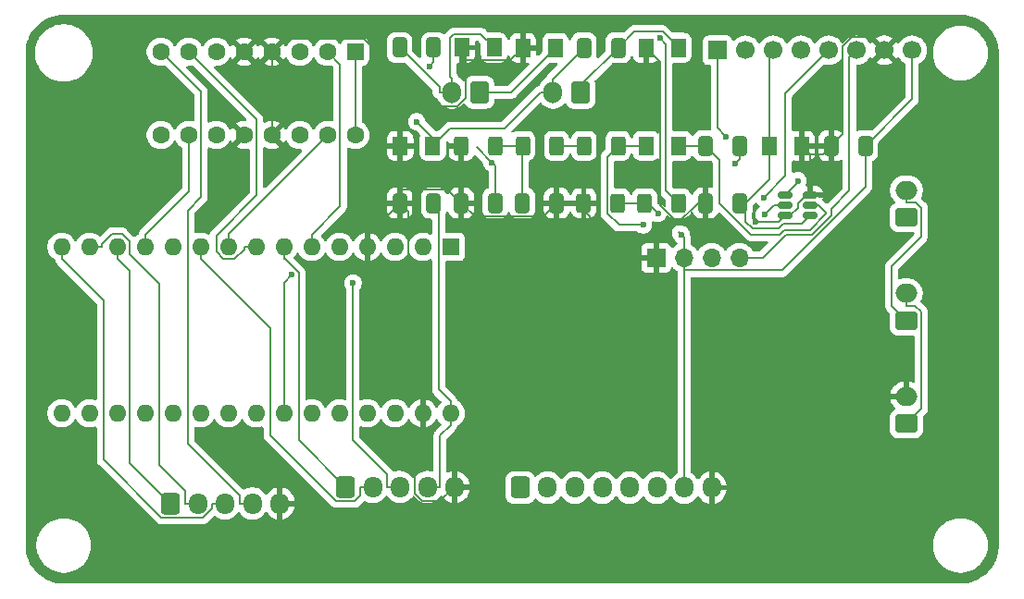
<source format=gbr>
%TF.GenerationSoftware,KiCad,Pcbnew,9.0.3*%
%TF.CreationDate,2025-07-23T14:16:35+06:00*%
%TF.ProjectId,LFRCircuit,4c465243-6972-4637-9569-742e6b696361,rev?*%
%TF.SameCoordinates,Original*%
%TF.FileFunction,Copper,L2,Bot*%
%TF.FilePolarity,Positive*%
%FSLAX46Y46*%
G04 Gerber Fmt 4.6, Leading zero omitted, Abs format (unit mm)*
G04 Created by KiCad (PCBNEW 9.0.3) date 2025-07-23 14:16:35*
%MOMM*%
%LPD*%
G01*
G04 APERTURE LIST*
G04 Aperture macros list*
%AMRoundRect*
0 Rectangle with rounded corners*
0 $1 Rounding radius*
0 $2 $3 $4 $5 $6 $7 $8 $9 X,Y pos of 4 corners*
0 Add a 4 corners polygon primitive as box body*
4,1,4,$2,$3,$4,$5,$6,$7,$8,$9,$2,$3,0*
0 Add four circle primitives for the rounded corners*
1,1,$1+$1,$2,$3*
1,1,$1+$1,$4,$5*
1,1,$1+$1,$6,$7*
1,1,$1+$1,$8,$9*
0 Add four rect primitives between the rounded corners*
20,1,$1+$1,$2,$3,$4,$5,0*
20,1,$1+$1,$4,$5,$6,$7,0*
20,1,$1+$1,$6,$7,$8,$9,0*
20,1,$1+$1,$8,$9,$2,$3,0*%
G04 Aperture macros list end*
%TA.AperFunction,ComponentPad*%
%ADD10R,1.600000X1.600000*%
%TD*%
%TA.AperFunction,ComponentPad*%
%ADD11O,1.600000X1.600000*%
%TD*%
%TA.AperFunction,ComponentPad*%
%ADD12RoundRect,0.250000X-0.600000X-0.725000X0.600000X-0.725000X0.600000X0.725000X-0.600000X0.725000X0*%
%TD*%
%TA.AperFunction,ComponentPad*%
%ADD13O,1.700000X1.950000*%
%TD*%
%TA.AperFunction,ComponentPad*%
%ADD14RoundRect,0.250000X0.750000X-0.600000X0.750000X0.600000X-0.750000X0.600000X-0.750000X-0.600000X0*%
%TD*%
%TA.AperFunction,ComponentPad*%
%ADD15O,2.000000X1.700000*%
%TD*%
%TA.AperFunction,ComponentPad*%
%ADD16R,1.700000X1.700000*%
%TD*%
%TA.AperFunction,ComponentPad*%
%ADD17C,1.700000*%
%TD*%
%TA.AperFunction,ComponentPad*%
%ADD18RoundRect,0.250000X-0.550000X0.550000X-0.550000X-0.550000X0.550000X-0.550000X0.550000X0.550000X0*%
%TD*%
%TA.AperFunction,ComponentPad*%
%ADD19C,1.600000*%
%TD*%
%TA.AperFunction,ComponentPad*%
%ADD20RoundRect,0.250000X0.600000X0.750000X-0.600000X0.750000X-0.600000X-0.750000X0.600000X-0.750000X0*%
%TD*%
%TA.AperFunction,ComponentPad*%
%ADD21O,1.700000X2.000000*%
%TD*%
%TA.AperFunction,ComponentPad*%
%ADD22O,1.700000X1.700000*%
%TD*%
%TA.AperFunction,SMDPad,CuDef*%
%ADD23RoundRect,0.250000X0.400000X0.625000X-0.400000X0.625000X-0.400000X-0.625000X0.400000X-0.625000X0*%
%TD*%
%TA.AperFunction,SMDPad,CuDef*%
%ADD24RoundRect,0.250000X0.412500X0.650000X-0.412500X0.650000X-0.412500X-0.650000X0.412500X-0.650000X0*%
%TD*%
%TA.AperFunction,SMDPad,CuDef*%
%ADD25RoundRect,0.250000X-0.412500X-0.650000X0.412500X-0.650000X0.412500X0.650000X-0.412500X0.650000X0*%
%TD*%
%TA.AperFunction,SMDPad,CuDef*%
%ADD26RoundRect,0.250001X0.462499X0.624999X-0.462499X0.624999X-0.462499X-0.624999X0.462499X-0.624999X0*%
%TD*%
%TA.AperFunction,SMDPad,CuDef*%
%ADD27RoundRect,0.150000X0.512500X0.150000X-0.512500X0.150000X-0.512500X-0.150000X0.512500X-0.150000X0*%
%TD*%
%TA.AperFunction,ViaPad*%
%ADD28C,0.600000*%
%TD*%
%TA.AperFunction,Conductor*%
%ADD29C,0.200000*%
%TD*%
G04 APERTURE END LIST*
D10*
%TO.P,ArduinoNanoTypeC1,1,TX1*%
%TO.N,unconnected-(ArduinoNanoTypeC1-TX1-Pad1)*%
X164870000Y-96250000D03*
D11*
%TO.P,ArduinoNanoTypeC1,2,RX0*%
%TO.N,unconnected-(ArduinoNanoTypeC1-RX0-Pad2)*%
X162330000Y-96250000D03*
%TO.P,ArduinoNanoTypeC1,3,RST*%
%TO.N,unconnected-(ArduinoNanoTypeC1-RST-Pad3)*%
X159790000Y-96250000D03*
%TO.P,ArduinoNanoTypeC1,4,GND*%
%TO.N,GND*%
X157250000Y-96250000D03*
%TO.P,ArduinoNanoTypeC1,5,D2*%
%TO.N,/Alert*%
X154710000Y-96250000D03*
%TO.P,ArduinoNanoTypeC1,6,D3~*%
%TO.N,/M1A*%
X152170000Y-96250000D03*
%TO.P,ArduinoNanoTypeC1,7,D4*%
%TO.N,/S1*%
X149630000Y-96250000D03*
%TO.P,ArduinoNanoTypeC1,8,D5~*%
%TO.N,/M1B*%
X147090000Y-96250000D03*
%TO.P,ArduinoNanoTypeC1,9,D6~*%
%TO.N,/M2A*%
X144550000Y-96250000D03*
%TO.P,ArduinoNanoTypeC1,10,D7*%
%TO.N,/S2*%
X142010000Y-96250000D03*
%TO.P,ArduinoNanoTypeC1,11,D8*%
%TO.N,/S3*%
X139470000Y-96250000D03*
%TO.P,ArduinoNanoTypeC1,12,D9~*%
%TO.N,/M2B*%
X136930000Y-96250000D03*
%TO.P,ArduinoNanoTypeC1,13,D10~*%
%TO.N,/RE_CLK*%
X134390000Y-96250000D03*
%TO.P,ArduinoNanoTypeC1,14,D11~*%
%TO.N,/RE_DT*%
X131850000Y-96250000D03*
%TO.P,ArduinoNanoTypeC1,15,D12*%
%TO.N,/RE_SW*%
X129310000Y-96250000D03*
%TO.P,ArduinoNanoTypeC1,16,D13*%
%TO.N,unconnected-(ArduinoNanoTypeC1-D13-Pad16)*%
X129310000Y-111490000D03*
%TO.P,ArduinoNanoTypeC1,17,3.3V*%
%TO.N,unconnected-(ArduinoNanoTypeC1-3.3V-Pad17)*%
X131850000Y-111490000D03*
%TO.P,ArduinoNanoTypeC1,18,AREF*%
%TO.N,unconnected-(ArduinoNanoTypeC1-AREF-Pad18)*%
X134390000Y-111490000D03*
%TO.P,ArduinoNanoTypeC1,19,A0*%
%TO.N,/IR1*%
X136930000Y-111490000D03*
%TO.P,ArduinoNanoTypeC1,20,A1*%
%TO.N,/IR2*%
X139470000Y-111490000D03*
%TO.P,ArduinoNanoTypeC1,21,A2*%
%TO.N,/IR3*%
X142010000Y-111490000D03*
%TO.P,ArduinoNanoTypeC1,22,A3*%
%TO.N,/IR4*%
X144550000Y-111490000D03*
%TO.P,ArduinoNanoTypeC1,23,A4/SDA*%
%TO.N,/SDA*%
X147090000Y-111490000D03*
%TO.P,ArduinoNanoTypeC1,24,A5/SCL*%
%TO.N,/SCL*%
X149630000Y-111490000D03*
%TO.P,ArduinoNanoTypeC1,25,A6*%
%TO.N,/IR5*%
X152170000Y-111490000D03*
%TO.P,ArduinoNanoTypeC1,26,A7*%
%TO.N,/IR6*%
X154710000Y-111490000D03*
%TO.P,ArduinoNanoTypeC1,27,+5V*%
%TO.N,unconnected-(ArduinoNanoTypeC1-+5V-Pad27)*%
X157250000Y-111490000D03*
%TO.P,ArduinoNanoTypeC1,28,RST*%
%TO.N,unconnected-(ArduinoNanoTypeC1-RST-Pad28)*%
X159790000Y-111490000D03*
%TO.P,ArduinoNanoTypeC1,29,GND
*%
%TO.N,GND*%
X162330000Y-111490000D03*
%TO.P,ArduinoNanoTypeC1,30,VIN*%
%TO.N,+5V*%
X164870000Y-111490000D03*
%TD*%
D12*
%TO.P,SonarSensor3Array1,1,S1*%
%TO.N,/S1*%
X155250000Y-118250000D03*
D13*
%TO.P,SonarSensor3Array1,2,S2*%
%TO.N,/S2*%
X157750000Y-118250000D03*
%TO.P,SonarSensor3Array1,3,S3*%
%TO.N,/S3*%
X160250000Y-118250000D03*
%TO.P,SonarSensor3Array1,4,VCC*%
%TO.N,+5V*%
X162750000Y-118250000D03*
%TO.P,SonarSensor3Array1,5,GND*%
%TO.N,GND*%
X165250000Y-118250000D03*
%TD*%
D12*
%TO.P,RotaryEncoder1,1,CLK*%
%TO.N,/RE_CLK*%
X139250000Y-119750000D03*
D13*
%TO.P,RotaryEncoder1,2,DT*%
%TO.N,/RE_DT*%
X141750000Y-119750000D03*
%TO.P,RotaryEncoder1,3,SW*%
%TO.N,/RE_SW*%
X144250000Y-119750000D03*
%TO.P,RotaryEncoder1,4,+*%
%TO.N,+5V*%
X146750000Y-119750000D03*
%TO.P,RotaryEncoder1,5,GND*%
%TO.N,GND*%
X149250000Y-119750000D03*
%TD*%
D12*
%TO.P,IRSensor6Array1,1,IR1*%
%TO.N,/IR1*%
X171250000Y-118305000D03*
D13*
%TO.P,IRSensor6Array1,2,IR2*%
%TO.N,/IR2*%
X173750000Y-118305000D03*
%TO.P,IRSensor6Array1,3,IR3*%
%TO.N,/IR3*%
X176250000Y-118305000D03*
%TO.P,IRSensor6Array1,4,IR4*%
%TO.N,/IR4*%
X178750000Y-118305000D03*
%TO.P,IRSensor6Array1,5,IR5*%
%TO.N,/IR5*%
X181250000Y-118305000D03*
%TO.P,IRSensor6Array1,6,IR6*%
%TO.N,/IR6*%
X183750000Y-118305000D03*
%TO.P,IRSensor6Array1,7,VIN*%
%TO.N,+5V*%
X186250000Y-118305000D03*
%TO.P,IRSensor6Array1,8,GND*%
%TO.N,GND*%
X188750000Y-118305000D03*
%TD*%
D14*
%TO.P,BT3,1,+*%
%TO.N,BatOUT*%
X206555000Y-93550000D03*
D15*
%TO.P,BT3,2,-*%
%TO.N,Net-(BT2-+)*%
X206555000Y-91050000D03*
%TD*%
D14*
%TO.P,BT2,1,+*%
%TO.N,Net-(BT2-+)*%
X206555000Y-103000000D03*
D15*
%TO.P,BT2,2,-*%
%TO.N,Net-(BT1-+)*%
X206555000Y-100500000D03*
%TD*%
D14*
%TO.P,BT1,1,+*%
%TO.N,Net-(BT1-+)*%
X206555000Y-112450000D03*
D15*
%TO.P,BT1,2,-*%
%TO.N,GND*%
X206555000Y-109950000D03*
%TD*%
D16*
%TO.P,INA1,1,IN+*%
%TO.N,BatOUT*%
X189300000Y-78250000D03*
D17*
%TO.P,INA1,2,IN-*%
%TO.N,+12V*%
X191840000Y-78250000D03*
%TO.P,INA1,3,VBS*%
X194380000Y-78250000D03*
%TO.P,INA1,4,ALE*%
%TO.N,/Alert*%
X196920000Y-78250000D03*
%TO.P,INA1,5,SCL*%
%TO.N,/SCL*%
X199460000Y-78250000D03*
%TO.P,INA1,6,SDA
*%
%TO.N,/SDA*%
X202000000Y-78250000D03*
%TO.P,INA1,7,GND*%
%TO.N,GND*%
X204540000Y-78250000D03*
%TO.P,INA1,8,VCC*%
%TO.N,+5V*%
X207080000Y-78250000D03*
%TD*%
D18*
%TO.P,U1,1,EN1\u002C2*%
%TO.N,+12V*%
X156160000Y-78380000D03*
D19*
%TO.P,U1,2,1A*%
%TO.N,/M1A*%
X153620000Y-78380000D03*
%TO.P,U1,3,1Y*%
%TO.N,Net-(D1-K)*%
X151080000Y-78380000D03*
%TO.P,U1,4,GND*%
%TO.N,GND*%
X148540000Y-78380000D03*
%TO.P,U1,5,GND*%
X146000000Y-78380000D03*
%TO.P,U1,6,2Y*%
%TO.N,Net-(D2-K)*%
X143460000Y-78380000D03*
%TO.P,U1,7,2A*%
%TO.N,/M1B*%
X140920000Y-78380000D03*
%TO.P,U1,8,VCC2*%
%TO.N,+5V*%
X138380000Y-78380000D03*
%TO.P,U1,9,EN3\u002C4*%
%TO.N,+12V*%
X138380000Y-86000000D03*
%TO.P,U1,10,3A*%
%TO.N,/M2B*%
X140920000Y-86000000D03*
%TO.P,U1,11,3Y*%
%TO.N,Net-(D3-K)*%
X143460000Y-86000000D03*
%TO.P,U1,12,GND*%
%TO.N,GND*%
X146000000Y-86000000D03*
%TO.P,U1,13,GND*%
X148540000Y-86000000D03*
%TO.P,U1,14,4Y*%
%TO.N,Net-(D4-K)*%
X151080000Y-86000000D03*
%TO.P,U1,15,4A*%
%TO.N,/M2A*%
X153620000Y-86000000D03*
%TO.P,U1,16,VCC1*%
%TO.N,+12V*%
X156160000Y-86000000D03*
%TD*%
D20*
%TO.P,M2,1,+*%
%TO.N,Net-(D3-K)*%
X176750000Y-82100000D03*
D21*
%TO.P,M2,2,-*%
%TO.N,Net-(D4-K)*%
X174250000Y-82100000D03*
%TD*%
D16*
%TO.P,J1,1,GND*%
%TO.N,GND*%
X183670000Y-97250000D03*
D22*
%TO.P,J1,2,VCC*%
%TO.N,+5V*%
X186210000Y-97250000D03*
%TO.P,J1,3,SCL*%
%TO.N,/SCL*%
X188750000Y-97250000D03*
%TO.P,J1,4,SDA*%
%TO.N,/SDA*%
X191290000Y-97250000D03*
%TD*%
D20*
%TO.P,M1,1,+*%
%TO.N,Net-(D1-K)*%
X167500000Y-82100000D03*
D21*
%TO.P,M1,2,-*%
%TO.N,Net-(D2-K)*%
X165000000Y-82100000D03*
%TD*%
D23*
%TO.P,R3,1*%
%TO.N,Net-(C8-Pad1)*%
X168958800Y-87000000D03*
%TO.P,R3,2*%
%TO.N,GND*%
X165858800Y-87000000D03*
%TD*%
D24*
%TO.P,C7,1*%
%TO.N,+5V*%
X202812500Y-87000000D03*
%TO.P,C7,2*%
%TO.N,GND*%
X199687500Y-87000000D03*
%TD*%
D23*
%TO.P,R4,1*%
%TO.N,+12V*%
X185710500Y-92250000D03*
%TO.P,R4,2*%
%TO.N,Net-(U2-EN)*%
X182610500Y-92250000D03*
%TD*%
D25*
%TO.P,C5,1*%
%TO.N,Net-(U2-SW)*%
X188187500Y-87000000D03*
%TO.P,C5,2*%
%TO.N,Net-(U2-BOOT)*%
X191312500Y-87000000D03*
%TD*%
D24*
%TO.P,C1,1*%
%TO.N,Net-(D1-K)*%
X163335000Y-78000000D03*
%TO.P,C1,2*%
%TO.N,Net-(D2-K)*%
X160210000Y-78000000D03*
%TD*%
%TO.P,C2,1*%
%TO.N,Net-(D3-K)*%
X180191300Y-78025000D03*
%TO.P,C2,2*%
%TO.N,Net-(D4-K)*%
X177066300Y-78025000D03*
%TD*%
D26*
%TO.P,L1,1,1*%
%TO.N,Net-(U2-SW)*%
X185737500Y-87000000D03*
%TO.P,L1,2,2*%
%TO.N,+5V*%
X182762500Y-87000000D03*
%TD*%
%TO.P,D2,1,K*%
%TO.N,Net-(D2-K)*%
X168858800Y-78000000D03*
%TO.P,D2,2,A*%
%TO.N,GND*%
X165883800Y-78000000D03*
%TD*%
D23*
%TO.P,R5,1*%
%TO.N,Net-(U2-EN)*%
X180151000Y-92250000D03*
%TO.P,R5,2*%
%TO.N,GND*%
X177051000Y-92250000D03*
%TD*%
D25*
%TO.P,C8,1*%
%TO.N,Net-(C8-Pad1)*%
X171449000Y-92250000D03*
%TO.P,C8,2*%
%TO.N,GND*%
X174574000Y-92250000D03*
%TD*%
D24*
%TO.P,C4,1*%
%TO.N,+12V*%
X191312500Y-92250000D03*
%TO.P,C4,2*%
%TO.N,GND*%
X188187500Y-92250000D03*
%TD*%
D27*
%TO.P,U2,1,GND*%
%TO.N,GND*%
X197750000Y-91500000D03*
%TO.P,U2,2,SW*%
%TO.N,Net-(U2-SW)*%
X197750000Y-92450000D03*
%TO.P,U2,3,VIN*%
%TO.N,+12V*%
X197750000Y-93400000D03*
%TO.P,U2,4,FB*%
%TO.N,GND*%
X195475000Y-93400000D03*
%TO.P,U2,5,EN*%
%TO.N,Net-(U2-EN)*%
X195475000Y-92450000D03*
%TO.P,U2,6,BOOT*%
%TO.N,Net-(U2-BOOT)*%
X195475000Y-91500000D03*
%TD*%
D24*
%TO.P,C3,1*%
%TO.N,+12V*%
X168954500Y-92250000D03*
%TO.P,C3,2*%
%TO.N,GND*%
X165829500Y-92250000D03*
%TD*%
D26*
%TO.P,D5,1,K*%
%TO.N,GND*%
X196987500Y-87000000D03*
%TO.P,D5,2,A*%
%TO.N,+12V*%
X194012500Y-87000000D03*
%TD*%
D23*
%TO.P,R2,1*%
%TO.N,Net-(R1-Pad2)*%
X174572500Y-87000000D03*
%TO.P,R2,2*%
%TO.N,Net-(C8-Pad1)*%
X171472500Y-87000000D03*
%TD*%
%TO.P,R1,1*%
%TO.N,+5V*%
X180186300Y-87000000D03*
%TO.P,R1,2*%
%TO.N,Net-(R1-Pad2)*%
X177086300Y-87000000D03*
%TD*%
D24*
%TO.P,C6,1*%
%TO.N,+5V*%
X163335000Y-92250000D03*
%TO.P,C6,2*%
%TO.N,GND*%
X160210000Y-92250000D03*
%TD*%
D26*
%TO.P,D4,1,K*%
%TO.N,Net-(D4-K)*%
X163237500Y-87000000D03*
%TO.P,D4,2,A*%
%TO.N,GND*%
X160262500Y-87000000D03*
%TD*%
%TO.P,D3,1,K*%
%TO.N,Net-(D3-K)*%
X185715000Y-78015000D03*
%TO.P,D3,2,A*%
%TO.N,GND*%
X182740000Y-78015000D03*
%TD*%
%TO.P,D1,1,K*%
%TO.N,Net-(D1-K)*%
X174472500Y-78030000D03*
%TO.P,D1,2,A*%
%TO.N,GND*%
X171497500Y-78030000D03*
%TD*%
D28*
%TO.N,Net-(U2-EN)*%
X183827300Y-93171800D03*
X193566000Y-93297800D03*
%TO.N,BatOUT*%
X190086800Y-86153100D03*
%TO.N,Net-(U2-BOOT)*%
X196625000Y-90201900D03*
X190876100Y-88631400D03*
%TO.N,Net-(D4-K)*%
X161771300Y-84786600D03*
%TO.N,Net-(D1-K)*%
X162915000Y-79718300D03*
%TO.N,+12V*%
X184014100Y-77146800D03*
X168656900Y-88540200D03*
%TO.N,/SCL*%
X193485300Y-91723700D03*
X150377500Y-98829100D03*
%TO.N,+5V*%
X185977700Y-95133500D03*
X182505500Y-94243300D03*
%TO.N,/S3*%
X155951900Y-99568600D03*
%TO.N,GND*%
X192759600Y-93975400D03*
%TD*%
D29*
%TO.N,Net-(BT2-+)*%
X207444500Y-92201700D02*
X206555000Y-92201700D01*
X207903800Y-92661000D02*
X207444500Y-92201700D01*
X207903800Y-95323600D02*
X207903800Y-92661000D01*
X205235600Y-97991800D02*
X207903800Y-95323600D01*
X205235600Y-101680600D02*
X205235600Y-97991800D01*
X206555000Y-103000000D02*
X205235600Y-101680600D01*
X206555000Y-91050000D02*
X206555000Y-92201700D01*
%TO.N,Net-(BT1-+)*%
X207904800Y-111100200D02*
X206555000Y-112450000D01*
X207904800Y-102209700D02*
X207904800Y-111100200D01*
X207346800Y-101651700D02*
X207904800Y-102209700D01*
X206555000Y-101651700D02*
X207346800Y-101651700D01*
X206555000Y-100500000D02*
X206555000Y-101651700D01*
%TO.N,Net-(U2-EN)*%
X180151000Y-92250000D02*
X182610500Y-92250000D01*
X182905500Y-92250000D02*
X183827300Y-93171800D01*
X182610500Y-92250000D02*
X182905500Y-92250000D01*
X194413800Y-92450000D02*
X195475000Y-92450000D01*
X193566000Y-93297800D02*
X194413800Y-92450000D01*
%TO.N,Net-(R1-Pad2)*%
X174572500Y-87000000D02*
X177086300Y-87000000D01*
%TO.N,BatOUT*%
X189300000Y-78250000D02*
X189300000Y-79401700D01*
X189300000Y-85366300D02*
X190086800Y-86153100D01*
X189300000Y-79401700D02*
X189300000Y-85366300D01*
%TO.N,Net-(C8-Pad1)*%
X171425500Y-87000000D02*
X171449000Y-87023500D01*
X168958800Y-87000000D02*
X171425500Y-87000000D01*
X171472500Y-87000000D02*
X171449000Y-87023500D01*
X171449000Y-87023500D02*
X171449000Y-92250000D01*
%TO.N,Net-(U2-SW)*%
X188187500Y-87000000D02*
X185737500Y-87000000D01*
X194968300Y-95124600D02*
X195203700Y-94889200D01*
X192340000Y-95124600D02*
X194968300Y-95124600D01*
X189486600Y-92271200D02*
X192340000Y-95124600D01*
X189486600Y-88299100D02*
X189486600Y-92271200D01*
X188187500Y-87000000D02*
X189486600Y-88299100D01*
X198513100Y-92450000D02*
X197750000Y-92450000D01*
X199221600Y-93158500D02*
X198513100Y-92450000D01*
X199221600Y-93241100D02*
X199221600Y-93158500D01*
X197739800Y-94722900D02*
X199221600Y-93241100D01*
X195370000Y-94722900D02*
X197739800Y-94722900D01*
X195203700Y-94889200D02*
X195370000Y-94722900D01*
X195203700Y-94889200D02*
X195370000Y-94722900D01*
%TO.N,Net-(U2-BOOT)*%
X196625000Y-90350000D02*
X196625000Y-90201900D01*
X195475000Y-91500000D02*
X196625000Y-90350000D01*
X191312500Y-88195000D02*
X191312500Y-87000000D01*
X190876100Y-88631400D02*
X191312500Y-88195000D01*
%TO.N,Net-(D3-K)*%
X176750000Y-81466300D02*
X176750000Y-82100000D01*
X180191300Y-78025000D02*
X176750000Y-81466300D01*
X181671200Y-76545100D02*
X180191300Y-78025000D01*
X184263300Y-76545100D02*
X181671200Y-76545100D01*
X185715000Y-77996800D02*
X184263300Y-76545100D01*
X185715000Y-78015000D02*
X185715000Y-77996800D01*
%TO.N,Net-(D4-K)*%
X174293000Y-80798300D02*
X177066300Y-78025000D01*
X174250000Y-80798300D02*
X174293000Y-80798300D01*
X174250000Y-82100000D02*
X174250000Y-80798300D01*
X174250000Y-82100000D02*
X173098300Y-82100000D01*
X164842900Y-85394600D02*
X163237500Y-87000000D01*
X169803700Y-85394600D02*
X164842900Y-85394600D01*
X173098300Y-82100000D02*
X169803700Y-85394600D01*
X163237500Y-86252800D02*
X161771300Y-84786600D01*
X163237500Y-87000000D02*
X163237500Y-86252800D01*
%TO.N,Net-(D1-K)*%
X170402500Y-82100000D02*
X174472500Y-78030000D01*
X167500000Y-82100000D02*
X170402500Y-82100000D01*
X163335000Y-79298300D02*
X162915000Y-79718300D01*
X163335000Y-78000000D02*
X163335000Y-79298300D01*
%TO.N,Net-(D2-K)*%
X163848300Y-81638300D02*
X163848300Y-82100000D01*
X160210000Y-78000000D02*
X163848300Y-81638300D01*
X165000000Y-82100000D02*
X163848300Y-82100000D01*
X164848800Y-80647100D02*
X165000000Y-80798300D01*
X164848800Y-77134500D02*
X164848800Y-80647100D01*
X165193600Y-76789700D02*
X164848800Y-77134500D01*
X167648500Y-76789700D02*
X165193600Y-76789700D01*
X168858800Y-78000000D02*
X167648500Y-76789700D01*
X165000000Y-82100000D02*
X165000000Y-80798300D01*
%TO.N,+12V*%
X156160000Y-78380000D02*
X156160000Y-86000000D01*
X194012500Y-78617500D02*
X194012500Y-87000000D01*
X194380000Y-78250000D02*
X194012500Y-78617500D01*
X184570300Y-91109800D02*
X185710500Y-92250000D01*
X184570300Y-77703000D02*
X184570300Y-91109800D01*
X184014100Y-77146800D02*
X184570300Y-77703000D01*
X168954500Y-88837800D02*
X168954500Y-92250000D01*
X168656900Y-88540200D02*
X168954500Y-88837800D01*
X194012500Y-90083400D02*
X191845900Y-92250000D01*
X194012500Y-87000000D02*
X194012500Y-90083400D01*
X191845900Y-92250000D02*
X191312500Y-92250000D01*
X196988300Y-94161700D02*
X197750000Y-93400000D01*
X195279200Y-94161700D02*
X196988300Y-94161700D01*
X194860000Y-94580900D02*
X195279200Y-94161700D01*
X192497800Y-94580900D02*
X194860000Y-94580900D01*
X191845900Y-93929000D02*
X192497800Y-94580900D01*
X191845900Y-92250000D02*
X191845900Y-93929000D01*
X168656900Y-88540200D02*
X167247400Y-87130700D01*
X167247400Y-87130700D02*
X168656900Y-88540200D01*
%TO.N,/M2A*%
X144550000Y-95070000D02*
X144550000Y-96250000D01*
X153620000Y-86000000D02*
X144550000Y-95070000D01*
%TO.N,/SDA*%
X191290000Y-97250000D02*
X192441700Y-97250000D01*
X193410900Y-97250000D02*
X195370000Y-95290900D01*
X192441700Y-97250000D02*
X193410900Y-97250000D01*
X201346300Y-78903700D02*
X202000000Y-78250000D01*
X201346300Y-91116400D02*
X201346300Y-78903700D01*
X199664600Y-92798100D02*
X201346300Y-91116400D01*
X199664600Y-93366100D02*
X199664600Y-92798100D01*
X197906100Y-95124600D02*
X199664600Y-93366100D01*
X195536300Y-95124600D02*
X197906100Y-95124600D01*
X195370000Y-95290900D02*
X195536300Y-95124600D01*
X195370000Y-95290900D02*
X195536300Y-95124600D01*
%TO.N,/SCL*%
X195500000Y-82210000D02*
X199460000Y-78250000D01*
X195500000Y-89709000D02*
X195500000Y-82210000D01*
X193485300Y-91723700D02*
X195500000Y-89709000D01*
X149630000Y-99576600D02*
X150377500Y-98829100D01*
X149630000Y-111490000D02*
X149630000Y-99576600D01*
%TO.N,/M2B*%
X140920000Y-91158300D02*
X136930000Y-95148300D01*
X140920000Y-86000000D02*
X140920000Y-91158300D01*
X136930000Y-96250000D02*
X136930000Y-95148300D01*
%TO.N,/S2*%
X156598300Y-119017400D02*
X156598300Y-118250000D01*
X156058800Y-119556900D02*
X156598300Y-119017400D01*
X154429800Y-119556900D02*
X156058800Y-119556900D01*
X148360000Y-113487100D02*
X154429800Y-119556900D01*
X148360000Y-103701700D02*
X148360000Y-113487100D01*
X142010000Y-97351700D02*
X148360000Y-103701700D01*
X142010000Y-96250000D02*
X142010000Y-97351700D01*
X157750000Y-118250000D02*
X156598300Y-118250000D01*
%TO.N,/RE_SW*%
X133120000Y-101161700D02*
X129310000Y-97351700D01*
X133120000Y-115764200D02*
X133120000Y-101161700D01*
X138423400Y-121067600D02*
X133120000Y-115764200D01*
X142212600Y-121067600D02*
X138423400Y-121067600D01*
X143098300Y-120181900D02*
X142212600Y-121067600D01*
X143098300Y-119750000D02*
X143098300Y-120181900D01*
X144250000Y-119750000D02*
X143098300Y-119750000D01*
X129310000Y-96250000D02*
X129310000Y-97351700D01*
%TO.N,/M1A*%
X154782300Y-92536000D02*
X152170000Y-95148300D01*
X154782300Y-79542300D02*
X154782300Y-92536000D01*
X153620000Y-78380000D02*
X154782300Y-79542300D01*
X152170000Y-96250000D02*
X152170000Y-95148300D01*
%TO.N,/RE_DT*%
X132951700Y-96021700D02*
X132951700Y-96250000D01*
X133907200Y-95066200D02*
X132951700Y-96021700D01*
X134815800Y-95066200D02*
X133907200Y-95066200D01*
X135530400Y-95780800D02*
X134815800Y-95066200D01*
X135530400Y-96949800D02*
X135530400Y-95780800D01*
X138200000Y-99619400D02*
X135530400Y-96949800D01*
X138200000Y-116200000D02*
X138200000Y-99619400D01*
X140598300Y-118598300D02*
X138200000Y-116200000D01*
X140598300Y-119750000D02*
X140598300Y-118598300D01*
X141750000Y-119750000D02*
X140598300Y-119750000D01*
X131850000Y-96250000D02*
X132951700Y-96250000D01*
%TO.N,+5V*%
X145598300Y-119010500D02*
X145598300Y-119750000D01*
X140832000Y-114244200D02*
X145598300Y-119010500D01*
X140832000Y-92937700D02*
X140832000Y-114244200D01*
X142057500Y-91712200D02*
X140832000Y-92937700D01*
X142057500Y-82057500D02*
X142057500Y-91712200D01*
X138380000Y-78380000D02*
X142057500Y-82057500D01*
X146750000Y-119750000D02*
X145598300Y-119750000D01*
X163768300Y-92683300D02*
X163335000Y-92250000D01*
X163768300Y-109286600D02*
X163768300Y-92683300D01*
X164870000Y-110388300D02*
X163768300Y-109286600D01*
X164870000Y-111490000D02*
X164870000Y-110388300D01*
X163901700Y-113560000D02*
X163901700Y-118250000D01*
X164870000Y-112591700D02*
X163901700Y-113560000D01*
X162750000Y-118250000D02*
X163901700Y-118250000D01*
X164870000Y-111490000D02*
X164870000Y-112591700D01*
X186210000Y-97725000D02*
X186210000Y-98401700D01*
X207080000Y-82732500D02*
X202812500Y-87000000D01*
X207080000Y-78250000D02*
X207080000Y-82732500D01*
X186250000Y-98441700D02*
X186250000Y-118305000D01*
X182762500Y-87000000D02*
X180186300Y-87000000D01*
X180273200Y-94243300D02*
X182505500Y-94243300D01*
X179191600Y-93161700D02*
X180273200Y-94243300D01*
X179191600Y-87994700D02*
X179191600Y-93161700D01*
X180186300Y-87000000D02*
X179191600Y-87994700D01*
X186250000Y-98441700D02*
X186250000Y-98401800D01*
X186210000Y-98401700D02*
X186250000Y-98401700D01*
X186250000Y-98401800D02*
X186250000Y-98401700D01*
X186210000Y-97725000D02*
X186210000Y-97250000D01*
X186210000Y-95365800D02*
X185977700Y-95133500D01*
X186210000Y-97250000D02*
X186210000Y-95365800D01*
X202812500Y-90786200D02*
X202812500Y-87000000D01*
X195197000Y-98401700D02*
X202812500Y-90786200D01*
X186250000Y-98401700D02*
X195197000Y-98401700D01*
X182505500Y-94243300D02*
X181827800Y-94243300D01*
X181827800Y-94243300D02*
X182505500Y-94243300D01*
X185977700Y-95133500D02*
X185735600Y-94891400D01*
X185735600Y-94891400D02*
X185977700Y-95133500D01*
%TO.N,/RE_CLK*%
X135530600Y-98492300D02*
X134390000Y-97351700D01*
X135530600Y-116030600D02*
X135530600Y-98492300D01*
X139250000Y-119750000D02*
X135530600Y-116030600D01*
X134390000Y-96250000D02*
X134390000Y-97351700D01*
%TO.N,/M1B*%
X145988300Y-96478300D02*
X145988300Y-96250000D01*
X145113300Y-97353300D02*
X145988300Y-96478300D01*
X144086300Y-97353300D02*
X145113300Y-97353300D01*
X143440200Y-96707200D02*
X144086300Y-97353300D01*
X143440200Y-95195700D02*
X143440200Y-96707200D01*
X147120600Y-91515300D02*
X143440200Y-95195700D01*
X147120600Y-84580600D02*
X147120600Y-91515300D01*
X140920000Y-78380000D02*
X147120600Y-84580600D01*
X147090000Y-96250000D02*
X145988300Y-96250000D01*
%TO.N,/S3*%
X159098300Y-117098300D02*
X159098300Y-118250000D01*
X155951900Y-113951900D02*
X159098300Y-117098300D01*
X155951900Y-99568600D02*
X155951900Y-113951900D01*
X160250000Y-118250000D02*
X159098300Y-118250000D01*
%TO.N,/S1*%
X149630000Y-96250000D02*
X149630000Y-97351700D01*
X149751000Y-97351700D02*
X149630000Y-97351700D01*
X150979200Y-98579900D02*
X149751000Y-97351700D01*
X150979200Y-113979200D02*
X150979200Y-98579900D01*
X155250000Y-118250000D02*
X150979200Y-113979200D01*
%TO.N,GND*%
X198925000Y-87762500D02*
X199687500Y-87000000D01*
X197750000Y-87762500D02*
X198925000Y-87762500D01*
X196987500Y-87000000D02*
X197750000Y-87762500D01*
X197750000Y-91500000D02*
X197750000Y-87762500D01*
X157311700Y-95148300D02*
X157250000Y-95148300D01*
X160210000Y-92250000D02*
X157311700Y-95148300D01*
X157250000Y-96250000D02*
X157250000Y-95148300D01*
X165829500Y-87029300D02*
X165829500Y-92250000D01*
X165858800Y-87000000D02*
X165829500Y-87029300D01*
X200730000Y-85957500D02*
X199687500Y-87000000D01*
X200730000Y-77884700D02*
X200730000Y-85957500D01*
X201544300Y-77070400D02*
X200730000Y-77884700D01*
X203360400Y-77070400D02*
X201544300Y-77070400D01*
X204540000Y-78250000D02*
X203360400Y-77070400D01*
X164565300Y-90985800D02*
X165829500Y-92250000D01*
X160262500Y-90985800D02*
X164565300Y-90985800D01*
X160262500Y-87000000D02*
X160262500Y-90985800D01*
X160262500Y-92197500D02*
X160210000Y-92250000D01*
X160262500Y-90985800D02*
X160262500Y-92197500D01*
X160975000Y-109033300D02*
X162330000Y-110388300D01*
X160975000Y-93015000D02*
X160975000Y-109033300D01*
X160210000Y-92250000D02*
X160975000Y-93015000D01*
X177051000Y-92250000D02*
X175812500Y-92250000D01*
X175812500Y-92250000D02*
X174574000Y-92250000D01*
X181343200Y-97250000D02*
X183670000Y-97250000D01*
X177612200Y-93519000D02*
X181343200Y-97250000D01*
X177612200Y-93426200D02*
X177612200Y-93519000D01*
X176436000Y-92250000D02*
X177612200Y-93426200D01*
X175812500Y-92250000D02*
X176436000Y-92250000D01*
X162330000Y-110939100D02*
X162330000Y-110388300D01*
X162330000Y-110939100D02*
X162330000Y-111490000D01*
X163926700Y-119573300D02*
X165250000Y-118250000D01*
X162300000Y-119573300D02*
X163926700Y-119573300D01*
X161590200Y-118863500D02*
X162300000Y-119573300D01*
X161590200Y-113331500D02*
X161590200Y-118863500D01*
X162330000Y-112591700D02*
X161590200Y-113331500D01*
X162330000Y-111490000D02*
X162330000Y-112591700D01*
X167074600Y-93495100D02*
X165829500Y-92250000D01*
X173328900Y-93495100D02*
X167074600Y-93495100D01*
X174574000Y-92250000D02*
X173328900Y-93495100D01*
X183670000Y-97250000D02*
X183670000Y-96098300D01*
X197395800Y-91500000D02*
X197750000Y-91500000D01*
X196646400Y-92249400D02*
X197395800Y-91500000D01*
X196646400Y-92664700D02*
X196646400Y-92249400D01*
X195911100Y-93400000D02*
X196646400Y-92664700D01*
X195475000Y-93400000D02*
X195911100Y-93400000D01*
X170349100Y-79178400D02*
X171497500Y-78030000D01*
X166249500Y-79178400D02*
X170349100Y-79178400D01*
X166249500Y-78365700D02*
X166249500Y-79178400D01*
X165883800Y-78000000D02*
X166249500Y-78365700D01*
X165477100Y-83411300D02*
X160262500Y-83411300D01*
X166249500Y-82638900D02*
X165477100Y-83411300D01*
X166249500Y-79178400D02*
X166249500Y-82638900D01*
X160262500Y-83411300D02*
X160262500Y-87000000D01*
X148540000Y-78380000D02*
X148540000Y-86000000D01*
X160262500Y-80550400D02*
X160262500Y-83411300D01*
X156947400Y-77235300D02*
X160262500Y-80550400D01*
X149684700Y-77235300D02*
X156947400Y-77235300D01*
X148540000Y-78380000D02*
X149684700Y-77235300D01*
X194897500Y-93975400D02*
X192759600Y-93975400D01*
X195472900Y-93400000D02*
X194897500Y-93975400D01*
X195475000Y-93400000D02*
X195472900Y-93400000D01*
X187518300Y-92250000D02*
X185687600Y-94080700D01*
X188187500Y-92250000D02*
X187518300Y-92250000D01*
X183670000Y-96098300D02*
X185687600Y-94080700D01*
X184027300Y-92420400D02*
X185687600Y-94080700D01*
X184027300Y-79302300D02*
X184027300Y-92420400D01*
X182740000Y-78015000D02*
X184027300Y-79302300D01*
X192759600Y-93975400D02*
X192895000Y-93975400D01*
X192895000Y-93975400D02*
X192759600Y-93975400D01*
%TD*%
%TA.AperFunction,Conductor*%
%TO.N,GND*%
G36*
X162580000Y-112766606D02*
G01*
X162634421Y-112757988D01*
X162829031Y-112694754D01*
X163011349Y-112601859D01*
X163176894Y-112481582D01*
X163176895Y-112481582D01*
X163321582Y-112336895D01*
X163321582Y-112336894D01*
X163441861Y-112171347D01*
X163489234Y-112078371D01*
X163537208Y-112027575D01*
X163605028Y-112010779D01*
X163671164Y-112033316D01*
X163710203Y-112078369D01*
X163757713Y-112171611D01*
X163878028Y-112337213D01*
X163988958Y-112448143D01*
X164022443Y-112509466D01*
X164017459Y-112579158D01*
X163988958Y-112623505D01*
X163532986Y-113079478D01*
X163421181Y-113191282D01*
X163421179Y-113191285D01*
X163414533Y-113202797D01*
X163384212Y-113255315D01*
X163342123Y-113328215D01*
X163301199Y-113480943D01*
X163301199Y-113480945D01*
X163301199Y-113649046D01*
X163301200Y-113649059D01*
X163301200Y-116713424D01*
X163281515Y-116780463D01*
X163228711Y-116826218D01*
X163159553Y-116836162D01*
X163138884Y-116831356D01*
X163103199Y-116819762D01*
X163066243Y-116807754D01*
X163066239Y-116807753D01*
X163066238Y-116807753D01*
X162922581Y-116785000D01*
X162856287Y-116774500D01*
X162643713Y-116774500D01*
X162595042Y-116782208D01*
X162433760Y-116807753D01*
X162231585Y-116873444D01*
X162042179Y-116969951D01*
X161870213Y-117094890D01*
X161719894Y-117245209D01*
X161719890Y-117245214D01*
X161600318Y-117409793D01*
X161544989Y-117452459D01*
X161475375Y-117458438D01*
X161413580Y-117425833D01*
X161399682Y-117409793D01*
X161280109Y-117245214D01*
X161280105Y-117245209D01*
X161129786Y-117094890D01*
X160957820Y-116969951D01*
X160768414Y-116873444D01*
X160768413Y-116873443D01*
X160768412Y-116873443D01*
X160566243Y-116807754D01*
X160566241Y-116807753D01*
X160566240Y-116807753D01*
X160404957Y-116782208D01*
X160356287Y-116774500D01*
X160143713Y-116774500D01*
X160106064Y-116780463D01*
X159933759Y-116807753D01*
X159768386Y-116861486D01*
X159698545Y-116863481D01*
X159638712Y-116827400D01*
X159622684Y-116805559D01*
X159578820Y-116729584D01*
X156588719Y-113739483D01*
X156555234Y-113678160D01*
X156552400Y-113651802D01*
X156552400Y-112796489D01*
X156572085Y-112729450D01*
X156624889Y-112683695D01*
X156694047Y-112673751D01*
X156732696Y-112686005D01*
X156750781Y-112695220D01*
X156898531Y-112743227D01*
X156945465Y-112758477D01*
X157013533Y-112769258D01*
X157147648Y-112790500D01*
X157147649Y-112790500D01*
X157352351Y-112790500D01*
X157352352Y-112790500D01*
X157554534Y-112758477D01*
X157749219Y-112695220D01*
X157931610Y-112602287D01*
X158048901Y-112517071D01*
X158097213Y-112481971D01*
X158097215Y-112481968D01*
X158097219Y-112481966D01*
X158241966Y-112337219D01*
X158241968Y-112337215D01*
X158241971Y-112337213D01*
X158362284Y-112171614D01*
X158362286Y-112171611D01*
X158362287Y-112171610D01*
X158409516Y-112078917D01*
X158457489Y-112028123D01*
X158525310Y-112011328D01*
X158591445Y-112033865D01*
X158630485Y-112078919D01*
X158677715Y-112171614D01*
X158798028Y-112337213D01*
X158942786Y-112481971D01*
X159076555Y-112579158D01*
X159108390Y-112602287D01*
X159218643Y-112658464D01*
X159290776Y-112695218D01*
X159290778Y-112695218D01*
X159290781Y-112695220D01*
X159390627Y-112727662D01*
X159485465Y-112758477D01*
X159553533Y-112769258D01*
X159687648Y-112790500D01*
X159687649Y-112790500D01*
X159892351Y-112790500D01*
X159892352Y-112790500D01*
X160094534Y-112758477D01*
X160289219Y-112695220D01*
X160471610Y-112602287D01*
X160588901Y-112517071D01*
X160637213Y-112481971D01*
X160637215Y-112481968D01*
X160637219Y-112481966D01*
X160781966Y-112337219D01*
X160781968Y-112337215D01*
X160781971Y-112337213D01*
X160902284Y-112171614D01*
X160902286Y-112171611D01*
X160902287Y-112171610D01*
X160949795Y-112078369D01*
X160997770Y-112027574D01*
X161065591Y-112010779D01*
X161131725Y-112033316D01*
X161170765Y-112078370D01*
X161218140Y-112171349D01*
X161338417Y-112336894D01*
X161338417Y-112336895D01*
X161483104Y-112481582D01*
X161648650Y-112601859D01*
X161830968Y-112694754D01*
X162025578Y-112757988D01*
X162080000Y-112766607D01*
X162080000Y-111923012D01*
X162137007Y-111955925D01*
X162264174Y-111990000D01*
X162395826Y-111990000D01*
X162522993Y-111955925D01*
X162580000Y-111923012D01*
X162580000Y-112766606D01*
G37*
%TD.AperFunction*%
%TA.AperFunction,Conductor*%
G36*
X157500000Y-97526606D02*
G01*
X157554421Y-97517988D01*
X157749031Y-97454754D01*
X157931349Y-97361859D01*
X158096894Y-97241582D01*
X158096895Y-97241582D01*
X158241582Y-97096895D01*
X158241582Y-97096894D01*
X158361861Y-96931347D01*
X158409234Y-96838371D01*
X158457208Y-96787575D01*
X158525028Y-96770779D01*
X158591164Y-96793316D01*
X158630203Y-96838369D01*
X158677713Y-96931611D01*
X158798028Y-97097213D01*
X158942786Y-97241971D01*
X159097749Y-97354556D01*
X159108390Y-97362287D01*
X159189499Y-97403614D01*
X159290776Y-97455218D01*
X159290778Y-97455218D01*
X159290781Y-97455220D01*
X159382601Y-97485054D01*
X159485465Y-97518477D01*
X159586557Y-97534488D01*
X159687648Y-97550500D01*
X159687649Y-97550500D01*
X159892351Y-97550500D01*
X159892352Y-97550500D01*
X160094534Y-97518477D01*
X160289219Y-97455220D01*
X160471610Y-97362287D01*
X160610081Y-97261683D01*
X160637213Y-97241971D01*
X160637215Y-97241968D01*
X160637219Y-97241966D01*
X160781966Y-97097219D01*
X160781968Y-97097215D01*
X160781971Y-97097213D01*
X160902284Y-96931614D01*
X160902286Y-96931611D01*
X160902287Y-96931610D01*
X160949516Y-96838917D01*
X160997489Y-96788123D01*
X161065310Y-96771328D01*
X161131445Y-96793865D01*
X161170483Y-96838917D01*
X161185727Y-96868834D01*
X161217715Y-96931614D01*
X161338028Y-97097213D01*
X161482786Y-97241971D01*
X161637749Y-97354556D01*
X161648390Y-97362287D01*
X161729499Y-97403614D01*
X161830776Y-97455218D01*
X161830778Y-97455218D01*
X161830781Y-97455220D01*
X161922601Y-97485054D01*
X162025465Y-97518477D01*
X162126557Y-97534488D01*
X162227648Y-97550500D01*
X162227649Y-97550500D01*
X162432351Y-97550500D01*
X162432352Y-97550500D01*
X162634534Y-97518477D01*
X162829219Y-97455220D01*
X162987505Y-97374568D01*
X163056174Y-97361673D01*
X163120915Y-97387949D01*
X163161172Y-97445056D01*
X163167800Y-97485054D01*
X163167800Y-109199930D01*
X163167799Y-109199948D01*
X163167799Y-109365654D01*
X163167798Y-109365654D01*
X163208723Y-109518385D01*
X163237658Y-109568500D01*
X163237659Y-109568504D01*
X163237660Y-109568504D01*
X163280665Y-109642993D01*
X163287779Y-109655314D01*
X163287781Y-109655317D01*
X163406649Y-109774185D01*
X163406655Y-109774190D01*
X163988959Y-110356494D01*
X164022444Y-110417817D01*
X164017460Y-110487509D01*
X163988959Y-110531856D01*
X163878032Y-110642782D01*
X163878028Y-110642786D01*
X163757713Y-110808388D01*
X163710203Y-110901630D01*
X163662228Y-110952426D01*
X163594407Y-110969220D01*
X163528272Y-110946682D01*
X163489234Y-110901628D01*
X163441861Y-110808652D01*
X163321582Y-110643105D01*
X163321582Y-110643104D01*
X163176895Y-110498417D01*
X163011349Y-110378140D01*
X162829029Y-110285244D01*
X162634413Y-110222009D01*
X162580000Y-110213390D01*
X162580000Y-111056988D01*
X162522993Y-111024075D01*
X162395826Y-110990000D01*
X162264174Y-110990000D01*
X162137007Y-111024075D01*
X162080000Y-111056988D01*
X162080000Y-110213390D01*
X162025586Y-110222009D01*
X161830970Y-110285244D01*
X161648650Y-110378140D01*
X161483105Y-110498417D01*
X161483104Y-110498417D01*
X161338417Y-110643104D01*
X161338417Y-110643105D01*
X161218140Y-110808650D01*
X161170765Y-110901629D01*
X161122790Y-110952425D01*
X161054969Y-110969220D01*
X160988834Y-110946682D01*
X160949795Y-110901629D01*
X160938990Y-110880424D01*
X160902287Y-110808390D01*
X160894556Y-110797749D01*
X160781971Y-110642786D01*
X160637213Y-110498028D01*
X160471613Y-110377715D01*
X160471612Y-110377714D01*
X160471610Y-110377713D01*
X160409448Y-110346040D01*
X160289223Y-110284781D01*
X160094534Y-110221522D01*
X159919995Y-110193878D01*
X159892352Y-110189500D01*
X159687648Y-110189500D01*
X159663329Y-110193351D01*
X159485465Y-110221522D01*
X159290776Y-110284781D01*
X159108386Y-110377715D01*
X158942786Y-110498028D01*
X158798028Y-110642786D01*
X158677715Y-110808386D01*
X158630485Y-110901080D01*
X158582510Y-110951876D01*
X158514689Y-110968671D01*
X158448554Y-110946134D01*
X158409515Y-110901080D01*
X158408883Y-110899840D01*
X158362287Y-110808390D01*
X158354556Y-110797749D01*
X158241971Y-110642786D01*
X158097213Y-110498028D01*
X157931613Y-110377715D01*
X157931612Y-110377714D01*
X157931610Y-110377713D01*
X157869448Y-110346040D01*
X157749223Y-110284781D01*
X157554534Y-110221522D01*
X157379995Y-110193878D01*
X157352352Y-110189500D01*
X157147648Y-110189500D01*
X157123329Y-110193351D01*
X156945465Y-110221522D01*
X156750773Y-110284782D01*
X156732694Y-110293995D01*
X156664025Y-110306891D01*
X156599285Y-110280614D01*
X156559028Y-110223508D01*
X156552400Y-110183510D01*
X156552400Y-100148365D01*
X156572085Y-100081326D01*
X156573298Y-100079474D01*
X156661290Y-99947785D01*
X156661290Y-99947784D01*
X156661294Y-99947779D01*
X156721637Y-99802097D01*
X156752400Y-99647442D01*
X156752400Y-99489758D01*
X156752400Y-99489755D01*
X156752399Y-99489753D01*
X156748448Y-99469890D01*
X156721637Y-99335103D01*
X156690916Y-99260935D01*
X156661297Y-99189427D01*
X156661290Y-99189414D01*
X156573689Y-99058311D01*
X156573686Y-99058307D01*
X156462192Y-98946813D01*
X156462188Y-98946810D01*
X156331085Y-98859209D01*
X156331072Y-98859202D01*
X156185401Y-98798864D01*
X156185389Y-98798861D01*
X156030745Y-98768100D01*
X156030742Y-98768100D01*
X155873058Y-98768100D01*
X155873055Y-98768100D01*
X155718410Y-98798861D01*
X155718398Y-98798864D01*
X155572727Y-98859202D01*
X155572714Y-98859209D01*
X155441611Y-98946810D01*
X155441607Y-98946813D01*
X155330113Y-99058307D01*
X155330110Y-99058311D01*
X155242509Y-99189414D01*
X155242502Y-99189427D01*
X155182164Y-99335098D01*
X155182161Y-99335110D01*
X155151400Y-99489753D01*
X155151400Y-99647446D01*
X155182161Y-99802089D01*
X155182164Y-99802101D01*
X155242502Y-99947772D01*
X155242509Y-99947785D01*
X155330502Y-100079474D01*
X155351380Y-100146151D01*
X155351400Y-100148365D01*
X155351400Y-110160305D01*
X155331715Y-110227344D01*
X155278911Y-110273099D01*
X155209753Y-110283043D01*
X155189082Y-110278236D01*
X155014537Y-110221523D01*
X154843478Y-110194430D01*
X154812352Y-110189500D01*
X154607648Y-110189500D01*
X154583329Y-110193351D01*
X154405465Y-110221522D01*
X154210776Y-110284781D01*
X154028386Y-110377715D01*
X153862786Y-110498028D01*
X153718028Y-110642786D01*
X153597715Y-110808386D01*
X153550485Y-110901080D01*
X153502510Y-110951876D01*
X153434689Y-110968671D01*
X153368554Y-110946134D01*
X153329515Y-110901080D01*
X153328883Y-110899840D01*
X153282287Y-110808390D01*
X153274556Y-110797749D01*
X153161971Y-110642786D01*
X153017213Y-110498028D01*
X152851613Y-110377715D01*
X152851612Y-110377714D01*
X152851610Y-110377713D01*
X152789448Y-110346040D01*
X152669223Y-110284781D01*
X152474534Y-110221522D01*
X152299995Y-110193878D01*
X152272352Y-110189500D01*
X152067648Y-110189500D01*
X152036522Y-110194430D01*
X151865464Y-110221523D01*
X151865461Y-110221523D01*
X151742018Y-110261633D01*
X151672177Y-110263628D01*
X151612344Y-110227548D01*
X151581516Y-110164847D01*
X151579700Y-110143702D01*
X151579700Y-98500845D01*
X151579700Y-98500843D01*
X151554033Y-98405051D01*
X151538777Y-98348115D01*
X151502093Y-98284577D01*
X151459720Y-98211184D01*
X151347916Y-98099380D01*
X151347915Y-98099379D01*
X151343585Y-98095049D01*
X151343574Y-98095039D01*
X150571541Y-97323006D01*
X150538056Y-97261683D01*
X150543040Y-97191991D01*
X150571541Y-97147644D01*
X150575472Y-97143713D01*
X150621966Y-97097219D01*
X150621968Y-97097215D01*
X150621971Y-97097213D01*
X150742284Y-96931614D01*
X150742286Y-96931611D01*
X150742287Y-96931610D01*
X150789516Y-96838917D01*
X150837489Y-96788123D01*
X150905310Y-96771328D01*
X150971445Y-96793865D01*
X151010483Y-96838917D01*
X151025727Y-96868834D01*
X151057715Y-96931614D01*
X151178028Y-97097213D01*
X151322786Y-97241971D01*
X151477749Y-97354556D01*
X151488390Y-97362287D01*
X151569499Y-97403614D01*
X151670776Y-97455218D01*
X151670778Y-97455218D01*
X151670781Y-97455220D01*
X151762601Y-97485054D01*
X151865465Y-97518477D01*
X151966557Y-97534488D01*
X152067648Y-97550500D01*
X152067649Y-97550500D01*
X152272351Y-97550500D01*
X152272352Y-97550500D01*
X152474534Y-97518477D01*
X152669219Y-97455220D01*
X152851610Y-97362287D01*
X152990081Y-97261683D01*
X153017213Y-97241971D01*
X153017215Y-97241968D01*
X153017219Y-97241966D01*
X153161966Y-97097219D01*
X153161968Y-97097215D01*
X153161971Y-97097213D01*
X153282284Y-96931614D01*
X153282286Y-96931611D01*
X153282287Y-96931610D01*
X153329516Y-96838917D01*
X153377489Y-96788123D01*
X153445310Y-96771328D01*
X153511445Y-96793865D01*
X153550483Y-96838917D01*
X153565727Y-96868834D01*
X153597715Y-96931614D01*
X153718028Y-97097213D01*
X153862786Y-97241971D01*
X154017749Y-97354556D01*
X154028390Y-97362287D01*
X154109499Y-97403614D01*
X154210776Y-97455218D01*
X154210778Y-97455218D01*
X154210781Y-97455220D01*
X154302601Y-97485054D01*
X154405465Y-97518477D01*
X154506557Y-97534488D01*
X154607648Y-97550500D01*
X154607649Y-97550500D01*
X154812351Y-97550500D01*
X154812352Y-97550500D01*
X155014534Y-97518477D01*
X155209219Y-97455220D01*
X155391610Y-97362287D01*
X155530081Y-97261683D01*
X155557213Y-97241971D01*
X155557215Y-97241968D01*
X155557219Y-97241966D01*
X155701966Y-97097219D01*
X155701968Y-97097215D01*
X155701971Y-97097213D01*
X155822284Y-96931614D01*
X155822286Y-96931611D01*
X155822287Y-96931610D01*
X155869795Y-96838369D01*
X155917770Y-96787574D01*
X155985591Y-96770779D01*
X156051725Y-96793316D01*
X156090765Y-96838370D01*
X156138140Y-96931349D01*
X156258417Y-97096894D01*
X156258417Y-97096895D01*
X156403104Y-97241582D01*
X156568650Y-97361859D01*
X156750968Y-97454754D01*
X156945578Y-97517988D01*
X157000000Y-97526607D01*
X157000000Y-96683012D01*
X157057007Y-96715925D01*
X157184174Y-96750000D01*
X157315826Y-96750000D01*
X157442993Y-96715925D01*
X157500000Y-96683012D01*
X157500000Y-97526606D01*
G37*
%TD.AperFunction*%
%TA.AperFunction,Conductor*%
G36*
X145600000Y-86052661D02*
G01*
X145627259Y-86154394D01*
X145679920Y-86245606D01*
X145754394Y-86320080D01*
X145845606Y-86372741D01*
X145947339Y-86400000D01*
X145953552Y-86400000D01*
X145274076Y-87079474D01*
X145318650Y-87111859D01*
X145500968Y-87204755D01*
X145695582Y-87267990D01*
X145897683Y-87300000D01*
X146102317Y-87300000D01*
X146304417Y-87267990D01*
X146357781Y-87250651D01*
X146427622Y-87248656D01*
X146487455Y-87284736D01*
X146518284Y-87347437D01*
X146520100Y-87368582D01*
X146520100Y-91215202D01*
X146500415Y-91282241D01*
X146483781Y-91302883D01*
X142959681Y-94826982D01*
X142959681Y-94826983D01*
X142959680Y-94826984D01*
X142938606Y-94863485D01*
X142917236Y-94900500D01*
X142909560Y-94913795D01*
X142880623Y-94963915D01*
X142854875Y-95060004D01*
X142852518Y-95066127D01*
X142835114Y-95088870D01*
X142820209Y-95113324D01*
X142814150Y-95116266D01*
X142810058Y-95121615D01*
X142783121Y-95131339D01*
X142757362Y-95143852D01*
X142750675Y-95143052D01*
X142744339Y-95145340D01*
X142716416Y-95138956D01*
X142687987Y-95135557D01*
X142680505Y-95132054D01*
X142509223Y-95044782D01*
X142509222Y-95044781D01*
X142509219Y-95044780D01*
X142425180Y-95017474D01*
X142314534Y-94981522D01*
X142139995Y-94953878D01*
X142112352Y-94949500D01*
X141907648Y-94949500D01*
X141867184Y-94955909D01*
X141705464Y-94981523D01*
X141705461Y-94981523D01*
X141594818Y-95017474D01*
X141524977Y-95019469D01*
X141465144Y-94983389D01*
X141434316Y-94920688D01*
X141432500Y-94899543D01*
X141432500Y-93237797D01*
X141452185Y-93170758D01*
X141468819Y-93150116D01*
X141979019Y-92639916D01*
X142538020Y-92080916D01*
X142617077Y-91943984D01*
X142658001Y-91791257D01*
X142658001Y-91633142D01*
X142658001Y-91625547D01*
X142658000Y-91625529D01*
X142658000Y-87253295D01*
X142677685Y-87186256D01*
X142730489Y-87140501D01*
X142799647Y-87130557D01*
X142838294Y-87142809D01*
X142858563Y-87153137D01*
X142960776Y-87205218D01*
X142960778Y-87205218D01*
X142960781Y-87205220D01*
X143035818Y-87229601D01*
X143155465Y-87268477D01*
X143256557Y-87284488D01*
X143357648Y-87300500D01*
X143357649Y-87300500D01*
X143562351Y-87300500D01*
X143562352Y-87300500D01*
X143764534Y-87268477D01*
X143959219Y-87205220D01*
X144141610Y-87112287D01*
X144237201Y-87042837D01*
X144307213Y-86991971D01*
X144307215Y-86991968D01*
X144307219Y-86991966D01*
X144451966Y-86847219D01*
X144451968Y-86847215D01*
X144451971Y-86847213D01*
X144572286Y-86681611D01*
X144572415Y-86681359D01*
X144619795Y-86588369D01*
X144667769Y-86537573D01*
X144735590Y-86520778D01*
X144801725Y-86543315D01*
X144840765Y-86588369D01*
X144888141Y-86681350D01*
X144888147Y-86681359D01*
X144920523Y-86725921D01*
X144920524Y-86725922D01*
X145600000Y-86046446D01*
X145600000Y-86052661D01*
G37*
%TD.AperFunction*%
%TA.AperFunction,Conductor*%
G36*
X149619474Y-86725922D02*
G01*
X149619474Y-86725921D01*
X149651861Y-86681347D01*
X149651861Y-86681346D01*
X149699234Y-86588371D01*
X149747208Y-86537575D01*
X149815028Y-86520779D01*
X149881164Y-86543316D01*
X149920203Y-86588369D01*
X149967713Y-86681611D01*
X150088028Y-86847213D01*
X150232786Y-86991971D01*
X150343612Y-87072489D01*
X150398390Y-87112287D01*
X150505943Y-87167088D01*
X150580776Y-87205218D01*
X150580778Y-87205218D01*
X150580781Y-87205220D01*
X150655818Y-87229601D01*
X150775465Y-87268477D01*
X150876557Y-87284488D01*
X150977648Y-87300500D01*
X150977649Y-87300500D01*
X151170902Y-87300500D01*
X151237941Y-87320185D01*
X151283696Y-87372989D01*
X151293640Y-87442147D01*
X151264615Y-87505703D01*
X151258583Y-87512181D01*
X147932781Y-90837983D01*
X147871458Y-90871468D01*
X147801766Y-90866484D01*
X147745833Y-90824612D01*
X147721416Y-90759148D01*
X147721100Y-90750302D01*
X147721100Y-87244123D01*
X147740785Y-87177084D01*
X147793589Y-87131329D01*
X147862747Y-87121385D01*
X147901395Y-87133638D01*
X148040968Y-87204755D01*
X148235582Y-87267990D01*
X148437683Y-87300000D01*
X148642317Y-87300000D01*
X148844417Y-87267990D01*
X149039031Y-87204755D01*
X149221349Y-87111859D01*
X149265921Y-87079474D01*
X148586447Y-86400000D01*
X148592661Y-86400000D01*
X148694394Y-86372741D01*
X148785606Y-86320080D01*
X148860080Y-86245606D01*
X148912741Y-86154394D01*
X148940000Y-86052661D01*
X148940000Y-86046448D01*
X149619474Y-86725922D01*
G37*
%TD.AperFunction*%
%TA.AperFunction,Conductor*%
G36*
X141364842Y-79674077D02*
G01*
X146179084Y-84488319D01*
X146212569Y-84549642D01*
X146207585Y-84619334D01*
X146165713Y-84675267D01*
X146100249Y-84699684D01*
X146091403Y-84700000D01*
X145897683Y-84700000D01*
X145695582Y-84732009D01*
X145500968Y-84795244D01*
X145318644Y-84888143D01*
X145274077Y-84920523D01*
X145274077Y-84920524D01*
X145953553Y-85600000D01*
X145947339Y-85600000D01*
X145845606Y-85627259D01*
X145754394Y-85679920D01*
X145679920Y-85754394D01*
X145627259Y-85845606D01*
X145600000Y-85947339D01*
X145600000Y-85953553D01*
X144920524Y-85274077D01*
X144920523Y-85274077D01*
X144888143Y-85318644D01*
X144840765Y-85411630D01*
X144792790Y-85462426D01*
X144724969Y-85479221D01*
X144658834Y-85456683D01*
X144619795Y-85411630D01*
X144589647Y-85352461D01*
X144572287Y-85318390D01*
X144572285Y-85318387D01*
X144572284Y-85318385D01*
X144451971Y-85152786D01*
X144307213Y-85008028D01*
X144141613Y-84887715D01*
X144141612Y-84887714D01*
X144141610Y-84887713D01*
X144066788Y-84849589D01*
X143959223Y-84794781D01*
X143764534Y-84731522D01*
X143587114Y-84703422D01*
X143562352Y-84699500D01*
X143357648Y-84699500D01*
X143333329Y-84703351D01*
X143155465Y-84731522D01*
X142960773Y-84794782D01*
X142838294Y-84857189D01*
X142769625Y-84870085D01*
X142704885Y-84843808D01*
X142664628Y-84786702D01*
X142658000Y-84746704D01*
X142658000Y-81978445D01*
X142658000Y-81978443D01*
X142617077Y-81825716D01*
X142617073Y-81825709D01*
X142538024Y-81688790D01*
X142538021Y-81688786D01*
X142538020Y-81688784D01*
X142426216Y-81576980D01*
X142426215Y-81576979D01*
X142421885Y-81572649D01*
X142421874Y-81572639D01*
X140741416Y-79892181D01*
X140707931Y-79830858D01*
X140712915Y-79761166D01*
X140754787Y-79705233D01*
X140820251Y-79680816D01*
X140829097Y-79680500D01*
X141022351Y-79680500D01*
X141022352Y-79680500D01*
X141224534Y-79648477D01*
X141238842Y-79643827D01*
X141308682Y-79641831D01*
X141364842Y-79674077D01*
G37*
%TD.AperFunction*%
%TA.AperFunction,Conductor*%
G36*
X148140000Y-78432661D02*
G01*
X148167259Y-78534394D01*
X148219920Y-78625606D01*
X148294394Y-78700080D01*
X148385606Y-78752741D01*
X148487339Y-78780000D01*
X148493553Y-78780000D01*
X147814076Y-79459474D01*
X147858650Y-79491859D01*
X148040968Y-79584755D01*
X148235582Y-79647990D01*
X148437683Y-79680000D01*
X148642317Y-79680000D01*
X148844417Y-79647990D01*
X149039031Y-79584755D01*
X149221349Y-79491859D01*
X149265921Y-79459474D01*
X148586447Y-78780000D01*
X148592661Y-78780000D01*
X148694394Y-78752741D01*
X148785606Y-78700080D01*
X148860080Y-78625606D01*
X148912741Y-78534394D01*
X148940000Y-78432661D01*
X148940000Y-78426448D01*
X149619474Y-79105922D01*
X149619474Y-79105921D01*
X149651861Y-79061347D01*
X149651861Y-79061346D01*
X149699234Y-78968371D01*
X149747208Y-78917575D01*
X149815028Y-78900779D01*
X149881164Y-78923316D01*
X149920203Y-78968369D01*
X149967713Y-79061611D01*
X150088028Y-79227213D01*
X150232786Y-79371971D01*
X150353226Y-79459474D01*
X150398390Y-79492287D01*
X150491400Y-79539678D01*
X150580776Y-79585218D01*
X150580778Y-79585218D01*
X150580781Y-79585220D01*
X150662297Y-79611706D01*
X150775465Y-79648477D01*
X150876557Y-79664488D01*
X150977648Y-79680500D01*
X150977649Y-79680500D01*
X151182351Y-79680500D01*
X151182352Y-79680500D01*
X151384534Y-79648477D01*
X151579219Y-79585220D01*
X151761610Y-79492287D01*
X151868936Y-79414311D01*
X151927213Y-79371971D01*
X151927215Y-79371968D01*
X151927219Y-79371966D01*
X152071966Y-79227219D01*
X152071968Y-79227215D01*
X152071971Y-79227213D01*
X152192284Y-79061614D01*
X152192286Y-79061611D01*
X152192287Y-79061610D01*
X152239516Y-78968917D01*
X152287489Y-78918123D01*
X152355310Y-78901328D01*
X152421445Y-78923865D01*
X152460483Y-78968917D01*
X152467537Y-78982760D01*
X152507715Y-79061614D01*
X152628028Y-79227213D01*
X152772786Y-79371971D01*
X152893226Y-79459474D01*
X152938390Y-79492287D01*
X153031400Y-79539678D01*
X153120776Y-79585218D01*
X153120778Y-79585218D01*
X153120781Y-79585220D01*
X153202297Y-79611706D01*
X153315465Y-79648477D01*
X153416557Y-79664488D01*
X153517648Y-79680500D01*
X153517649Y-79680500D01*
X153722351Y-79680500D01*
X153722352Y-79680500D01*
X153924534Y-79648477D01*
X153938842Y-79643827D01*
X153954054Y-79643392D01*
X153968315Y-79638074D01*
X153988268Y-79642414D01*
X154008682Y-79641831D01*
X154022769Y-79649920D01*
X154036588Y-79652926D01*
X154064842Y-79674077D01*
X154145481Y-79754716D01*
X154178966Y-79816039D01*
X154181800Y-79842397D01*
X154181800Y-84644441D01*
X154162115Y-84711480D01*
X154109311Y-84757235D01*
X154040153Y-84767179D01*
X154019483Y-84762372D01*
X153924542Y-84731524D01*
X153924535Y-84731523D01*
X153823443Y-84715511D01*
X153722352Y-84699500D01*
X153517648Y-84699500D01*
X153493329Y-84703351D01*
X153315465Y-84731522D01*
X153120776Y-84794781D01*
X152938386Y-84887715D01*
X152772786Y-85008028D01*
X152628028Y-85152786D01*
X152507715Y-85318386D01*
X152460485Y-85411080D01*
X152412510Y-85461876D01*
X152344689Y-85478671D01*
X152278554Y-85456134D01*
X152239515Y-85411080D01*
X152225391Y-85383361D01*
X152192287Y-85318390D01*
X152160092Y-85274077D01*
X152071971Y-85152786D01*
X151927213Y-85008028D01*
X151761613Y-84887715D01*
X151761612Y-84887714D01*
X151761610Y-84887713D01*
X151686788Y-84849589D01*
X151579223Y-84794781D01*
X151384534Y-84731522D01*
X151207114Y-84703422D01*
X151182352Y-84699500D01*
X150977648Y-84699500D01*
X150953329Y-84703351D01*
X150775465Y-84731522D01*
X150580776Y-84794781D01*
X150398386Y-84887715D01*
X150232786Y-85008028D01*
X150088028Y-85152786D01*
X149967713Y-85318388D01*
X149920203Y-85411630D01*
X149872228Y-85462426D01*
X149804407Y-85479220D01*
X149738272Y-85456682D01*
X149699234Y-85411628D01*
X149651861Y-85318652D01*
X149619474Y-85274077D01*
X149619474Y-85274076D01*
X148940000Y-85953551D01*
X148940000Y-85947339D01*
X148912741Y-85845606D01*
X148860080Y-85754394D01*
X148785606Y-85679920D01*
X148694394Y-85627259D01*
X148592661Y-85600000D01*
X148586446Y-85600000D01*
X149265922Y-84920524D01*
X149265921Y-84920523D01*
X149221359Y-84888147D01*
X149221350Y-84888141D01*
X149039031Y-84795244D01*
X148844417Y-84732009D01*
X148642317Y-84700000D01*
X148437683Y-84700000D01*
X148235582Y-84732009D01*
X148040968Y-84795244D01*
X147901395Y-84866361D01*
X147898689Y-84866869D01*
X147896611Y-84868670D01*
X147864559Y-84873278D01*
X147832725Y-84879257D01*
X147830176Y-84878222D01*
X147827453Y-84878614D01*
X147797987Y-84865157D01*
X147767985Y-84852980D01*
X147766400Y-84850732D01*
X147763897Y-84849589D01*
X147746385Y-84822340D01*
X147727728Y-84795874D01*
X147727155Y-84792417D01*
X147726123Y-84790811D01*
X147721100Y-84755876D01*
X147721100Y-84669660D01*
X147721101Y-84669647D01*
X147721101Y-84501544D01*
X147721101Y-84501543D01*
X147680177Y-84348816D01*
X147638317Y-84276311D01*
X147601124Y-84211890D01*
X147601118Y-84211882D01*
X145520179Y-82130943D01*
X143281415Y-79892180D01*
X143247931Y-79830858D01*
X143252915Y-79761166D01*
X143294787Y-79705233D01*
X143360251Y-79680816D01*
X143369097Y-79680500D01*
X143562351Y-79680500D01*
X143562352Y-79680500D01*
X143764534Y-79648477D01*
X143959219Y-79585220D01*
X144141610Y-79492287D01*
X144248936Y-79414311D01*
X144307213Y-79371971D01*
X144307215Y-79371968D01*
X144307219Y-79371966D01*
X144451966Y-79227219D01*
X144451968Y-79227215D01*
X144451971Y-79227213D01*
X144563406Y-79073834D01*
X144572287Y-79061610D01*
X144619795Y-78968369D01*
X144667769Y-78917573D01*
X144735590Y-78900778D01*
X144801725Y-78923315D01*
X144840765Y-78968369D01*
X144888141Y-79061350D01*
X144888147Y-79061359D01*
X144920523Y-79105921D01*
X144920524Y-79105922D01*
X145600000Y-78426446D01*
X145600000Y-78432661D01*
X145627259Y-78534394D01*
X145679920Y-78625606D01*
X145754394Y-78700080D01*
X145845606Y-78752741D01*
X145947339Y-78780000D01*
X145953553Y-78780000D01*
X145274076Y-79459474D01*
X145318650Y-79491859D01*
X145500968Y-79584755D01*
X145695582Y-79647990D01*
X145897683Y-79680000D01*
X146102317Y-79680000D01*
X146304417Y-79647990D01*
X146499031Y-79584755D01*
X146681349Y-79491859D01*
X146725921Y-79459474D01*
X146046447Y-78780000D01*
X146052661Y-78780000D01*
X146154394Y-78752741D01*
X146245606Y-78700080D01*
X146320080Y-78625606D01*
X146372741Y-78534394D01*
X146400000Y-78432661D01*
X146400000Y-78426448D01*
X147079474Y-79105922D01*
X147079474Y-79105921D01*
X147111861Y-79061347D01*
X147111861Y-79061346D01*
X147159515Y-78967820D01*
X147207489Y-78917024D01*
X147275310Y-78900228D01*
X147341445Y-78922765D01*
X147380485Y-78967819D01*
X147428141Y-79061350D01*
X147428147Y-79061359D01*
X147460523Y-79105921D01*
X147460524Y-79105922D01*
X148140000Y-78426446D01*
X148140000Y-78432661D01*
G37*
%TD.AperFunction*%
%TA.AperFunction,Conductor*%
G36*
X192804301Y-92215100D02*
G01*
X192830661Y-92216986D01*
X192839714Y-92222804D01*
X192846754Y-92224336D01*
X192875008Y-92245487D01*
X192975007Y-92345486D01*
X192975011Y-92345489D01*
X193108387Y-92434609D01*
X193153192Y-92488221D01*
X193161899Y-92557546D01*
X193131744Y-92620574D01*
X193108388Y-92640813D01*
X193055707Y-92676013D01*
X192944213Y-92787507D01*
X192944210Y-92787511D01*
X192856609Y-92918614D01*
X192856602Y-92918627D01*
X192796264Y-93064298D01*
X192796261Y-93064310D01*
X192765500Y-93218953D01*
X192765500Y-93376646D01*
X192796261Y-93531289D01*
X192796264Y-93531301D01*
X192856602Y-93676972D01*
X192856609Y-93676985D01*
X192930459Y-93787509D01*
X192933496Y-93797209D01*
X192940151Y-93804889D01*
X192943759Y-93829988D01*
X192951337Y-93854187D01*
X192948648Y-93863986D01*
X192950095Y-93874047D01*
X192939560Y-93897115D01*
X192932852Y-93921567D01*
X192925292Y-93928357D01*
X192921070Y-93937603D01*
X192899735Y-93951313D01*
X192880873Y-93968257D01*
X192869276Y-93970888D01*
X192862292Y-93975377D01*
X192827357Y-93980400D01*
X192797897Y-93980400D01*
X192730858Y-93960715D01*
X192710216Y-93944081D01*
X192482719Y-93716584D01*
X192449234Y-93655261D01*
X192446400Y-93628903D01*
X192446400Y-93128934D01*
X192452694Y-93089930D01*
X192455110Y-93082639D01*
X192464999Y-93052797D01*
X192475500Y-92950009D01*
X192475499Y-92520995D01*
X192495183Y-92453957D01*
X192511813Y-92433320D01*
X192699648Y-92245485D01*
X192707591Y-92241148D01*
X192713017Y-92233901D01*
X192737776Y-92224666D01*
X192760969Y-92212002D01*
X192769998Y-92212647D01*
X192778481Y-92209484D01*
X192804301Y-92215100D01*
G37*
%TD.AperFunction*%
%TA.AperFunction,Conductor*%
G36*
X181460084Y-87701543D02*
G01*
X181490752Y-87704881D01*
X181494175Y-87707647D01*
X181498507Y-87708423D01*
X181521109Y-87729410D01*
X181545098Y-87748794D01*
X181547785Y-87754180D01*
X181549707Y-87755965D01*
X181560855Y-87780376D01*
X181615186Y-87944334D01*
X181615187Y-87944337D01*
X181707286Y-88093651D01*
X181707289Y-88093655D01*
X181831344Y-88217710D01*
X181831348Y-88217713D01*
X181980662Y-88309812D01*
X181980664Y-88309813D01*
X181980666Y-88309814D01*
X182147203Y-88364999D01*
X182249992Y-88375500D01*
X182249997Y-88375500D01*
X183275003Y-88375500D01*
X183275008Y-88375500D01*
X183377797Y-88364999D01*
X183544334Y-88309814D01*
X183693655Y-88217711D01*
X183758119Y-88153247D01*
X183819442Y-88119762D01*
X183889134Y-88124746D01*
X183945067Y-88166618D01*
X183969484Y-88232082D01*
X183969800Y-88240928D01*
X183969800Y-91023130D01*
X183969799Y-91023148D01*
X183969799Y-91188854D01*
X183969798Y-91188854D01*
X184010723Y-91341586D01*
X184010724Y-91341587D01*
X184036770Y-91386700D01*
X184089780Y-91478516D01*
X184089782Y-91478518D01*
X184208649Y-91597385D01*
X184208655Y-91597390D01*
X184523681Y-91912416D01*
X184557166Y-91973739D01*
X184560000Y-92000097D01*
X184560000Y-92473059D01*
X184540315Y-92540098D01*
X184487511Y-92585853D01*
X184418353Y-92595797D01*
X184354797Y-92566772D01*
X184348319Y-92560740D01*
X184337592Y-92550013D01*
X184337588Y-92550010D01*
X184206485Y-92462409D01*
X184206472Y-92462402D01*
X184060801Y-92402064D01*
X184060791Y-92402061D01*
X183905449Y-92371161D01*
X183888692Y-92362395D01*
X183870214Y-92358376D01*
X183845177Y-92339633D01*
X183843538Y-92338776D01*
X183841960Y-92337225D01*
X183797318Y-92292583D01*
X183763833Y-92231260D01*
X183760999Y-92204902D01*
X183760999Y-91574998D01*
X183760998Y-91574981D01*
X183750499Y-91472203D01*
X183750498Y-91472200D01*
X183742214Y-91447200D01*
X183695314Y-91305666D01*
X183603212Y-91156344D01*
X183479156Y-91032288D01*
X183383198Y-90973101D01*
X183329836Y-90940187D01*
X183329831Y-90940185D01*
X183284733Y-90925241D01*
X183163297Y-90885001D01*
X183163295Y-90885000D01*
X183060510Y-90874500D01*
X182160498Y-90874500D01*
X182160480Y-90874501D01*
X182057703Y-90885000D01*
X182057700Y-90885001D01*
X181891168Y-90940185D01*
X181891163Y-90940187D01*
X181741842Y-91032289D01*
X181617789Y-91156342D01*
X181525687Y-91305663D01*
X181525685Y-91305668D01*
X181498456Y-91387841D01*
X181458683Y-91445286D01*
X181394167Y-91472109D01*
X181325391Y-91459794D01*
X181274192Y-91412251D01*
X181263044Y-91387841D01*
X181247717Y-91341587D01*
X181235814Y-91305666D01*
X181143712Y-91156344D01*
X181019656Y-91032288D01*
X180923698Y-90973101D01*
X180870336Y-90940187D01*
X180870331Y-90940185D01*
X180825233Y-90925241D01*
X180703797Y-90885001D01*
X180703795Y-90885000D01*
X180601016Y-90874500D01*
X180601009Y-90874500D01*
X179916100Y-90874500D01*
X179849061Y-90854815D01*
X179803306Y-90802011D01*
X179792100Y-90750500D01*
X179792100Y-88499499D01*
X179811785Y-88432460D01*
X179864589Y-88386705D01*
X179916100Y-88375499D01*
X180636302Y-88375499D01*
X180636308Y-88375499D01*
X180739097Y-88364999D01*
X180905634Y-88309814D01*
X181054956Y-88217712D01*
X181179012Y-88093656D01*
X181271114Y-87944334D01*
X181325445Y-87780374D01*
X181342998Y-87755020D01*
X181358773Y-87728514D01*
X181362710Y-87726549D01*
X181365215Y-87722932D01*
X181393690Y-87711092D01*
X181421293Y-87697321D01*
X181425668Y-87697797D01*
X181429731Y-87696108D01*
X181460084Y-87701543D01*
G37*
%TD.AperFunction*%
%TA.AperFunction,Conductor*%
G36*
X200708219Y-79070564D02*
G01*
X200742577Y-79131402D01*
X200745800Y-79159489D01*
X200745800Y-85644964D01*
X200726115Y-85712003D01*
X200673311Y-85757758D01*
X200604153Y-85767702D01*
X200556703Y-85750503D01*
X200419124Y-85665643D01*
X200419119Y-85665641D01*
X200252697Y-85610494D01*
X200252690Y-85610493D01*
X200149986Y-85600000D01*
X199937500Y-85600000D01*
X199937500Y-88399999D01*
X200149972Y-88399999D01*
X200149986Y-88399998D01*
X200252697Y-88389505D01*
X200419119Y-88334358D01*
X200419130Y-88334353D01*
X200556703Y-88249497D01*
X200624095Y-88231056D01*
X200690759Y-88251978D01*
X200735528Y-88305620D01*
X200745800Y-88355035D01*
X200745800Y-90816302D01*
X200726115Y-90883341D01*
X200709481Y-90903983D01*
X199350580Y-92262883D01*
X199342634Y-92267221D01*
X199337209Y-92274469D01*
X199312449Y-92283703D01*
X199289257Y-92296368D01*
X199280227Y-92295722D01*
X199271745Y-92298886D01*
X199245924Y-92293269D01*
X199219565Y-92291384D01*
X199210511Y-92285565D01*
X199203472Y-92284034D01*
X199175218Y-92262883D01*
X199000690Y-92088355D01*
X199000687Y-92088351D01*
X199000687Y-92088352D01*
X198993620Y-92081285D01*
X198993620Y-92081284D01*
X198906350Y-91994014D01*
X198872866Y-91932690D01*
X198874956Y-91871738D01*
X198909599Y-91752494D01*
X198909600Y-91752488D01*
X198909795Y-91750001D01*
X198909795Y-91750000D01*
X198644315Y-91750000D01*
X198581194Y-91732732D01*
X198522896Y-91698255D01*
X198522893Y-91698254D01*
X198365073Y-91652402D01*
X198365067Y-91652401D01*
X198328201Y-91649500D01*
X198328194Y-91649500D01*
X197874000Y-91649500D01*
X197806961Y-91629815D01*
X197761206Y-91577011D01*
X197750000Y-91525500D01*
X197750000Y-91500000D01*
X197624000Y-91500000D01*
X197556961Y-91480315D01*
X197511206Y-91427511D01*
X197500000Y-91376000D01*
X197500000Y-91250000D01*
X198000000Y-91250000D01*
X198909795Y-91250000D01*
X198909795Y-91249998D01*
X198909600Y-91247513D01*
X198863781Y-91089801D01*
X198780185Y-90948447D01*
X198780178Y-90948438D01*
X198664061Y-90832321D01*
X198664052Y-90832314D01*
X198522696Y-90748717D01*
X198522693Y-90748716D01*
X198364995Y-90702900D01*
X198364989Y-90702899D01*
X198328149Y-90700000D01*
X198000000Y-90700000D01*
X198000000Y-91250000D01*
X197500000Y-91250000D01*
X197500000Y-90727095D01*
X197417614Y-90688055D01*
X197411514Y-90682616D01*
X197403675Y-90680315D01*
X197385819Y-90659708D01*
X197365462Y-90641559D01*
X197363270Y-90633685D01*
X197357920Y-90627511D01*
X197354039Y-90600521D01*
X197346726Y-90574248D01*
X197349138Y-90566440D01*
X197347976Y-90558353D01*
X197356153Y-90528547D01*
X197394737Y-90435397D01*
X197425500Y-90280742D01*
X197425500Y-90123058D01*
X197425500Y-90123055D01*
X197425499Y-90123053D01*
X197394737Y-89968403D01*
X197394735Y-89968398D01*
X197334397Y-89822727D01*
X197334390Y-89822714D01*
X197246789Y-89691611D01*
X197246786Y-89691607D01*
X197135292Y-89580113D01*
X197135288Y-89580110D01*
X197004185Y-89492509D01*
X197004172Y-89492502D01*
X196858501Y-89432164D01*
X196858489Y-89432161D01*
X196703845Y-89401400D01*
X196703842Y-89401400D01*
X196546158Y-89401400D01*
X196546155Y-89401400D01*
X196391510Y-89432161D01*
X196391507Y-89432162D01*
X196391506Y-89432162D01*
X196391503Y-89432163D01*
X196306591Y-89467334D01*
X196271952Y-89481682D01*
X196202482Y-89489150D01*
X196140003Y-89457874D01*
X196104351Y-89397785D01*
X196100500Y-89367120D01*
X196100500Y-88446158D01*
X196120185Y-88379119D01*
X196172989Y-88333364D01*
X196242147Y-88323420D01*
X196263504Y-88328452D01*
X196372303Y-88364505D01*
X196372310Y-88364506D01*
X196475014Y-88374999D01*
X196475027Y-88375000D01*
X196737500Y-88375000D01*
X197237500Y-88375000D01*
X197499973Y-88375000D01*
X197499985Y-88374999D01*
X197602689Y-88364506D01*
X197602696Y-88364505D01*
X197769118Y-88309358D01*
X197769123Y-88309356D01*
X197918344Y-88217315D01*
X198042315Y-88093344D01*
X198134356Y-87944123D01*
X198134358Y-87944118D01*
X198189505Y-87777696D01*
X198189506Y-87777689D01*
X198197445Y-87699986D01*
X198525001Y-87699986D01*
X198535494Y-87802697D01*
X198590641Y-87969119D01*
X198590643Y-87969124D01*
X198682684Y-88118345D01*
X198806654Y-88242315D01*
X198955875Y-88334356D01*
X198955880Y-88334358D01*
X199122302Y-88389505D01*
X199122309Y-88389506D01*
X199225019Y-88399999D01*
X199437499Y-88399999D01*
X199437500Y-88399998D01*
X199437500Y-87250000D01*
X198525001Y-87250000D01*
X198525001Y-87699986D01*
X198197445Y-87699986D01*
X198199999Y-87674985D01*
X198200000Y-87674972D01*
X198200000Y-87250000D01*
X197237500Y-87250000D01*
X197237500Y-88375000D01*
X196737500Y-88375000D01*
X196737500Y-86750000D01*
X197237500Y-86750000D01*
X198200000Y-86750000D01*
X198200000Y-86325027D01*
X198199999Y-86325012D01*
X198198411Y-86309466D01*
X198197445Y-86300013D01*
X198525000Y-86300013D01*
X198525000Y-86750000D01*
X199437500Y-86750000D01*
X199437500Y-85600000D01*
X199225029Y-85600000D01*
X199225012Y-85600001D01*
X199122302Y-85610494D01*
X198955880Y-85665641D01*
X198955875Y-85665643D01*
X198806654Y-85757684D01*
X198682684Y-85881654D01*
X198590643Y-86030875D01*
X198590641Y-86030880D01*
X198535494Y-86197302D01*
X198535493Y-86197309D01*
X198525000Y-86300013D01*
X198197445Y-86300013D01*
X198189506Y-86222310D01*
X198189505Y-86222303D01*
X198134358Y-86055881D01*
X198134356Y-86055876D01*
X198042315Y-85906655D01*
X197918344Y-85782684D01*
X197769123Y-85690643D01*
X197769118Y-85690641D01*
X197602696Y-85635494D01*
X197602689Y-85635493D01*
X197499985Y-85625000D01*
X197237500Y-85625000D01*
X197237500Y-86750000D01*
X196737500Y-86750000D01*
X196737500Y-85625000D01*
X196475014Y-85625000D01*
X196372310Y-85635493D01*
X196372300Y-85635495D01*
X196263503Y-85671547D01*
X196193675Y-85673949D01*
X196133633Y-85638217D01*
X196102441Y-85575696D01*
X196100500Y-85553841D01*
X196100500Y-82510096D01*
X196120185Y-82443057D01*
X196136814Y-82422420D01*
X198975478Y-79583755D01*
X199036799Y-79550272D01*
X199101473Y-79553506D01*
X199143757Y-79567246D01*
X199353713Y-79600500D01*
X199353714Y-79600500D01*
X199566286Y-79600500D01*
X199566287Y-79600500D01*
X199776243Y-79567246D01*
X199978412Y-79501557D01*
X200167816Y-79405051D01*
X200232516Y-79358044D01*
X200339786Y-79280109D01*
X200339788Y-79280106D01*
X200339792Y-79280104D01*
X200490104Y-79129792D01*
X200507447Y-79105922D01*
X200521481Y-79086605D01*
X200576810Y-79043938D01*
X200646424Y-79037958D01*
X200708219Y-79070564D01*
G37*
%TD.AperFunction*%
%TA.AperFunction,Conductor*%
G36*
X205655270Y-79011717D02*
G01*
X205655270Y-79011716D01*
X205694622Y-78957555D01*
X205699232Y-78948507D01*
X205747205Y-78897709D01*
X205815025Y-78880912D01*
X205881161Y-78903447D01*
X205920204Y-78948504D01*
X205924949Y-78957817D01*
X206049890Y-79129786D01*
X206200213Y-79280109D01*
X206372184Y-79405051D01*
X206372184Y-79405052D01*
X206411793Y-79425233D01*
X206462590Y-79473206D01*
X206479500Y-79535718D01*
X206479500Y-82432402D01*
X206459815Y-82499441D01*
X206443181Y-82520083D01*
X203397202Y-85566061D01*
X203335879Y-85599546D01*
X203296920Y-85601738D01*
X203275011Y-85599500D01*
X202349998Y-85599500D01*
X202349980Y-85599501D01*
X202247203Y-85610000D01*
X202247200Y-85610001D01*
X202109804Y-85655530D01*
X202039975Y-85657932D01*
X201979934Y-85622200D01*
X201948741Y-85559679D01*
X201946800Y-85537824D01*
X201946800Y-79724500D01*
X201966485Y-79657461D01*
X202019289Y-79611706D01*
X202070800Y-79600500D01*
X202106286Y-79600500D01*
X202106287Y-79600500D01*
X202316243Y-79567246D01*
X202518412Y-79501557D01*
X202707816Y-79405051D01*
X202772516Y-79358044D01*
X202879786Y-79280109D01*
X202879788Y-79280106D01*
X202879792Y-79280104D01*
X203030104Y-79129792D01*
X203030106Y-79129788D01*
X203030109Y-79129786D01*
X203115890Y-79011717D01*
X203155051Y-78957816D01*
X203159793Y-78948508D01*
X203207763Y-78897711D01*
X203275583Y-78880911D01*
X203341719Y-78903445D01*
X203380763Y-78948500D01*
X203385373Y-78957547D01*
X203424728Y-79011716D01*
X204057037Y-78379408D01*
X204074075Y-78442993D01*
X204139901Y-78557007D01*
X204232993Y-78650099D01*
X204347007Y-78715925D01*
X204410590Y-78732962D01*
X203778282Y-79365269D01*
X203778282Y-79365270D01*
X203832449Y-79404624D01*
X204021782Y-79501095D01*
X204223870Y-79566757D01*
X204433754Y-79600000D01*
X204646246Y-79600000D01*
X204856127Y-79566757D01*
X204856130Y-79566757D01*
X205058217Y-79501095D01*
X205247554Y-79404622D01*
X205301716Y-79365270D01*
X205301717Y-79365270D01*
X204669408Y-78732962D01*
X204732993Y-78715925D01*
X204847007Y-78650099D01*
X204940099Y-78557007D01*
X205005925Y-78442993D01*
X205022962Y-78379408D01*
X205655270Y-79011717D01*
G37*
%TD.AperFunction*%
%TA.AperFunction,Conductor*%
G36*
X211503032Y-75000648D02*
G01*
X211836929Y-75017052D01*
X211849037Y-75018245D01*
X211952146Y-75033539D01*
X212176699Y-75066849D01*
X212188617Y-75069219D01*
X212509951Y-75149709D01*
X212521588Y-75153240D01*
X212592806Y-75178722D01*
X212833467Y-75264832D01*
X212844688Y-75269479D01*
X213144163Y-75411120D01*
X213154871Y-75416844D01*
X213438988Y-75587137D01*
X213449106Y-75593897D01*
X213715170Y-75791224D01*
X213724576Y-75798944D01*
X213970013Y-76021395D01*
X213978604Y-76029986D01*
X214117700Y-76183455D01*
X214201055Y-76275423D01*
X214208775Y-76284829D01*
X214406102Y-76550893D01*
X214412862Y-76561011D01*
X214445734Y-76615855D01*
X214554481Y-76797289D01*
X214583148Y-76845116D01*
X214588883Y-76855844D01*
X214725927Y-77145600D01*
X214730514Y-77155297D01*
X214735170Y-77166540D01*
X214846759Y-77478411D01*
X214850292Y-77490055D01*
X214930777Y-77811369D01*
X214933151Y-77823305D01*
X214981754Y-78150962D01*
X214982947Y-78163071D01*
X214999351Y-78496966D01*
X214999500Y-78503051D01*
X214999500Y-123596948D01*
X214999351Y-123603033D01*
X214982947Y-123936928D01*
X214981754Y-123949037D01*
X214933151Y-124276694D01*
X214930777Y-124288630D01*
X214850292Y-124609944D01*
X214846759Y-124621588D01*
X214735170Y-124933459D01*
X214730514Y-124944702D01*
X214588885Y-125244151D01*
X214583148Y-125254883D01*
X214412862Y-125538988D01*
X214406102Y-125549106D01*
X214208775Y-125815170D01*
X214201055Y-125824576D01*
X213978611Y-126070006D01*
X213970006Y-126078611D01*
X213724576Y-126301055D01*
X213715170Y-126308775D01*
X213449106Y-126506102D01*
X213438988Y-126512862D01*
X213154883Y-126683148D01*
X213144151Y-126688885D01*
X212844702Y-126830514D01*
X212833459Y-126835170D01*
X212521588Y-126946759D01*
X212509944Y-126950292D01*
X212188630Y-127030777D01*
X212176694Y-127033151D01*
X211849037Y-127081754D01*
X211836928Y-127082947D01*
X211521989Y-127098419D01*
X211503031Y-127099351D01*
X211496949Y-127099500D01*
X129503051Y-127099500D01*
X129496968Y-127099351D01*
X129476900Y-127098365D01*
X129163071Y-127082947D01*
X129150962Y-127081754D01*
X128823305Y-127033151D01*
X128811369Y-127030777D01*
X128490055Y-126950292D01*
X128478411Y-126946759D01*
X128166540Y-126835170D01*
X128155301Y-126830515D01*
X127855844Y-126688883D01*
X127845121Y-126683150D01*
X127561011Y-126512862D01*
X127550893Y-126506102D01*
X127284829Y-126308775D01*
X127275423Y-126301055D01*
X127236475Y-126265755D01*
X127029986Y-126078604D01*
X127021395Y-126070013D01*
X126798944Y-125824576D01*
X126791224Y-125815170D01*
X126593897Y-125549106D01*
X126587137Y-125538988D01*
X126416844Y-125254871D01*
X126411120Y-125244163D01*
X126269479Y-124944688D01*
X126264829Y-124933459D01*
X126153240Y-124621588D01*
X126149707Y-124609944D01*
X126140958Y-124575015D01*
X126069219Y-124288617D01*
X126066848Y-124276694D01*
X126018245Y-123949037D01*
X126017052Y-123936927D01*
X126000649Y-123603032D01*
X126000500Y-123596948D01*
X126000500Y-123459568D01*
X126999500Y-123459568D01*
X126999500Y-123740431D01*
X127030942Y-124019494D01*
X127030945Y-124019512D01*
X127093439Y-124293317D01*
X127093443Y-124293329D01*
X127186200Y-124558411D01*
X127308053Y-124811442D01*
X127308055Y-124811445D01*
X127457477Y-125049248D01*
X127464512Y-125058069D01*
X127621465Y-125254883D01*
X127632584Y-125268825D01*
X127831175Y-125467416D01*
X128050752Y-125642523D01*
X128288555Y-125791945D01*
X128541592Y-125913801D01*
X128740680Y-125983465D01*
X128806670Y-126006556D01*
X128806682Y-126006560D01*
X129080491Y-126069055D01*
X129080497Y-126069055D01*
X129080505Y-126069057D01*
X129266547Y-126090018D01*
X129359569Y-126100499D01*
X129359572Y-126100500D01*
X129359575Y-126100500D01*
X129640428Y-126100500D01*
X129640429Y-126100499D01*
X129783055Y-126084429D01*
X129919494Y-126069057D01*
X129919499Y-126069056D01*
X129919509Y-126069055D01*
X130193318Y-126006560D01*
X130458408Y-125913801D01*
X130711445Y-125791945D01*
X130949248Y-125642523D01*
X131168825Y-125467416D01*
X131367416Y-125268825D01*
X131542523Y-125049248D01*
X131691945Y-124811445D01*
X131813801Y-124558408D01*
X131906560Y-124293318D01*
X131969055Y-124019509D01*
X132000500Y-123740425D01*
X132000500Y-123459575D01*
X132000499Y-123459568D01*
X208999500Y-123459568D01*
X208999500Y-123740431D01*
X209030942Y-124019494D01*
X209030945Y-124019512D01*
X209093439Y-124293317D01*
X209093443Y-124293329D01*
X209186200Y-124558411D01*
X209308053Y-124811442D01*
X209308055Y-124811445D01*
X209457477Y-125049248D01*
X209464512Y-125058069D01*
X209621465Y-125254883D01*
X209632584Y-125268825D01*
X209831175Y-125467416D01*
X210050752Y-125642523D01*
X210288555Y-125791945D01*
X210541592Y-125913801D01*
X210740680Y-125983465D01*
X210806670Y-126006556D01*
X210806682Y-126006560D01*
X211080491Y-126069055D01*
X211080497Y-126069055D01*
X211080505Y-126069057D01*
X211266547Y-126090018D01*
X211359569Y-126100499D01*
X211359572Y-126100500D01*
X211359575Y-126100500D01*
X211640428Y-126100500D01*
X211640429Y-126100499D01*
X211783055Y-126084429D01*
X211919494Y-126069057D01*
X211919499Y-126069056D01*
X211919509Y-126069055D01*
X212193318Y-126006560D01*
X212458408Y-125913801D01*
X212711445Y-125791945D01*
X212949248Y-125642523D01*
X213168825Y-125467416D01*
X213367416Y-125268825D01*
X213542523Y-125049248D01*
X213691945Y-124811445D01*
X213813801Y-124558408D01*
X213906560Y-124293318D01*
X213969055Y-124019509D01*
X214000500Y-123740425D01*
X214000500Y-123459575D01*
X213969055Y-123180491D01*
X213906560Y-122906682D01*
X213813801Y-122641592D01*
X213691945Y-122388555D01*
X213542523Y-122150752D01*
X213367416Y-121931175D01*
X213168825Y-121732584D01*
X212949248Y-121557477D01*
X212711445Y-121408055D01*
X212711442Y-121408053D01*
X212458411Y-121286200D01*
X212193329Y-121193443D01*
X212193317Y-121193439D01*
X211919512Y-121130945D01*
X211919494Y-121130942D01*
X211640431Y-121099500D01*
X211640425Y-121099500D01*
X211359575Y-121099500D01*
X211359568Y-121099500D01*
X211080505Y-121130942D01*
X211080487Y-121130945D01*
X210806682Y-121193439D01*
X210806670Y-121193443D01*
X210541588Y-121286200D01*
X210288557Y-121408053D01*
X210050753Y-121557476D01*
X209831175Y-121732583D01*
X209632583Y-121931175D01*
X209457476Y-122150753D01*
X209308053Y-122388557D01*
X209186200Y-122641588D01*
X209093443Y-122906670D01*
X209093439Y-122906682D01*
X209030945Y-123180487D01*
X209030942Y-123180505D01*
X208999500Y-123459568D01*
X132000499Y-123459568D01*
X131969055Y-123180491D01*
X131906560Y-122906682D01*
X131813801Y-122641592D01*
X131691945Y-122388555D01*
X131542523Y-122150752D01*
X131367416Y-121931175D01*
X131168825Y-121732584D01*
X130949248Y-121557477D01*
X130711445Y-121408055D01*
X130711442Y-121408053D01*
X130458411Y-121286200D01*
X130193329Y-121193443D01*
X130193317Y-121193439D01*
X129919512Y-121130945D01*
X129919494Y-121130942D01*
X129640431Y-121099500D01*
X129640425Y-121099500D01*
X129359575Y-121099500D01*
X129359568Y-121099500D01*
X129080505Y-121130942D01*
X129080487Y-121130945D01*
X128806682Y-121193439D01*
X128806670Y-121193443D01*
X128541588Y-121286200D01*
X128288557Y-121408053D01*
X128050753Y-121557476D01*
X127831175Y-121732583D01*
X127632583Y-121931175D01*
X127457476Y-122150753D01*
X127308053Y-122388557D01*
X127186200Y-122641588D01*
X127093443Y-122906670D01*
X127093439Y-122906682D01*
X127030945Y-123180487D01*
X127030942Y-123180505D01*
X126999500Y-123459568D01*
X126000500Y-123459568D01*
X126000500Y-96147648D01*
X128009500Y-96147648D01*
X128009500Y-96352351D01*
X128041522Y-96554534D01*
X128104781Y-96749223D01*
X128197715Y-96931613D01*
X128318028Y-97097213D01*
X128462786Y-97241971D01*
X128628388Y-97362286D01*
X128651884Y-97374258D01*
X128675260Y-97396335D01*
X128699638Y-97417289D01*
X128701224Y-97420856D01*
X128702681Y-97422232D01*
X128714427Y-97449335D01*
X128714924Y-97451003D01*
X128750423Y-97583485D01*
X128751347Y-97585085D01*
X128758634Y-97597707D01*
X128758635Y-97597709D01*
X128829477Y-97720412D01*
X128829481Y-97720417D01*
X128948349Y-97839285D01*
X128948355Y-97839290D01*
X132483181Y-101374116D01*
X132516666Y-101435439D01*
X132519500Y-101461797D01*
X132519500Y-110169733D01*
X132499815Y-110236772D01*
X132447011Y-110282527D01*
X132377853Y-110292471D01*
X132353971Y-110285919D01*
X132353853Y-110286285D01*
X132154536Y-110221523D01*
X131983478Y-110194430D01*
X131952352Y-110189500D01*
X131747648Y-110189500D01*
X131723329Y-110193351D01*
X131545465Y-110221522D01*
X131350776Y-110284781D01*
X131168386Y-110377715D01*
X131002786Y-110498028D01*
X130858028Y-110642786D01*
X130737715Y-110808386D01*
X130690485Y-110901080D01*
X130642510Y-110951876D01*
X130574689Y-110968671D01*
X130508554Y-110946134D01*
X130469515Y-110901080D01*
X130468883Y-110899840D01*
X130422287Y-110808390D01*
X130414556Y-110797749D01*
X130301971Y-110642786D01*
X130157213Y-110498028D01*
X129991613Y-110377715D01*
X129991612Y-110377714D01*
X129991610Y-110377713D01*
X129929448Y-110346040D01*
X129809223Y-110284781D01*
X129614534Y-110221522D01*
X129439995Y-110193878D01*
X129412352Y-110189500D01*
X129207648Y-110189500D01*
X129183329Y-110193351D01*
X129005465Y-110221522D01*
X128810776Y-110284781D01*
X128628386Y-110377715D01*
X128462786Y-110498028D01*
X128318028Y-110642786D01*
X128197715Y-110808386D01*
X128104781Y-110990776D01*
X128041522Y-111185465D01*
X128009500Y-111387648D01*
X128009500Y-111592351D01*
X128041522Y-111794534D01*
X128104781Y-111989223D01*
X128197715Y-112171613D01*
X128318028Y-112337213D01*
X128462786Y-112481971D01*
X128596555Y-112579158D01*
X128628390Y-112602287D01*
X128738643Y-112658464D01*
X128810776Y-112695218D01*
X128810778Y-112695218D01*
X128810781Y-112695220D01*
X128910627Y-112727662D01*
X129005465Y-112758477D01*
X129073533Y-112769258D01*
X129207648Y-112790500D01*
X129207649Y-112790500D01*
X129412351Y-112790500D01*
X129412352Y-112790500D01*
X129614534Y-112758477D01*
X129809219Y-112695220D01*
X129991610Y-112602287D01*
X130108901Y-112517071D01*
X130157213Y-112481971D01*
X130157215Y-112481968D01*
X130157219Y-112481966D01*
X130301966Y-112337219D01*
X130301968Y-112337215D01*
X130301971Y-112337213D01*
X130422284Y-112171614D01*
X130422286Y-112171611D01*
X130422287Y-112171610D01*
X130469516Y-112078917D01*
X130517489Y-112028123D01*
X130585310Y-112011328D01*
X130651445Y-112033865D01*
X130690485Y-112078919D01*
X130737715Y-112171614D01*
X130858028Y-112337213D01*
X131002786Y-112481971D01*
X131136555Y-112579158D01*
X131168390Y-112602287D01*
X131278643Y-112658464D01*
X131350776Y-112695218D01*
X131350778Y-112695218D01*
X131350781Y-112695220D01*
X131450627Y-112727662D01*
X131545465Y-112758477D01*
X131613533Y-112769258D01*
X131747648Y-112790500D01*
X131747649Y-112790500D01*
X131952351Y-112790500D01*
X131952352Y-112790500D01*
X132154534Y-112758477D01*
X132349219Y-112695220D01*
X132349222Y-112695218D01*
X132353852Y-112693714D01*
X132354281Y-112695035D01*
X132417514Y-112688236D01*
X132479994Y-112719509D01*
X132515648Y-112779597D01*
X132519500Y-112810266D01*
X132519500Y-115677530D01*
X132519499Y-115677548D01*
X132519499Y-115843254D01*
X132519498Y-115843254D01*
X132560423Y-115995985D01*
X132589358Y-116046100D01*
X132589359Y-116046104D01*
X132589360Y-116046104D01*
X132639479Y-116132914D01*
X132639481Y-116132917D01*
X132758349Y-116251785D01*
X132758355Y-116251790D01*
X137938539Y-121431974D01*
X137938549Y-121431985D01*
X137942879Y-121436315D01*
X137942880Y-121436316D01*
X138054684Y-121548120D01*
X138141495Y-121598239D01*
X138141497Y-121598241D01*
X138191613Y-121627176D01*
X138191615Y-121627177D01*
X138344342Y-121668100D01*
X138344343Y-121668100D01*
X142125931Y-121668100D01*
X142125947Y-121668101D01*
X142133543Y-121668101D01*
X142291654Y-121668101D01*
X142291657Y-121668101D01*
X142444385Y-121627177D01*
X142494504Y-121598239D01*
X142581316Y-121548120D01*
X142693120Y-121436316D01*
X142693120Y-121436314D01*
X142703328Y-121426107D01*
X142703330Y-121426104D01*
X143210831Y-120918602D01*
X143272152Y-120885119D01*
X143341844Y-120890103D01*
X143371395Y-120905967D01*
X143388789Y-120918604D01*
X143542184Y-121030051D01*
X143731588Y-121126557D01*
X143933757Y-121192246D01*
X144143713Y-121225500D01*
X144143714Y-121225500D01*
X144356286Y-121225500D01*
X144356287Y-121225500D01*
X144566243Y-121192246D01*
X144768412Y-121126557D01*
X144957816Y-121030051D01*
X145111211Y-120918604D01*
X145129786Y-120905109D01*
X145129788Y-120905106D01*
X145129792Y-120905104D01*
X145280104Y-120754792D01*
X145399683Y-120590204D01*
X145455011Y-120547540D01*
X145524624Y-120541561D01*
X145586420Y-120574166D01*
X145600313Y-120590199D01*
X145719654Y-120754459D01*
X145719896Y-120754792D01*
X145870213Y-120905109D01*
X146042179Y-121030048D01*
X146042181Y-121030049D01*
X146042184Y-121030051D01*
X146231588Y-121126557D01*
X146433757Y-121192246D01*
X146643713Y-121225500D01*
X146643714Y-121225500D01*
X146856286Y-121225500D01*
X146856287Y-121225500D01*
X147066243Y-121192246D01*
X147268412Y-121126557D01*
X147457816Y-121030051D01*
X147611211Y-120918604D01*
X147629786Y-120905109D01*
X147629788Y-120905106D01*
X147629792Y-120905104D01*
X147780104Y-120754792D01*
X147899991Y-120589779D01*
X147955320Y-120547115D01*
X148024933Y-120541136D01*
X148086729Y-120573741D01*
X148100627Y-120589781D01*
X148220272Y-120754459D01*
X148220276Y-120754464D01*
X148370535Y-120904723D01*
X148370540Y-120904727D01*
X148542442Y-121029620D01*
X148731782Y-121126095D01*
X148933871Y-121191757D01*
X149000000Y-121202231D01*
X149000000Y-120154145D01*
X149066657Y-120192630D01*
X149187465Y-120225000D01*
X149312535Y-120225000D01*
X149433343Y-120192630D01*
X149500000Y-120154145D01*
X149500000Y-121202230D01*
X149566126Y-121191757D01*
X149566129Y-121191757D01*
X149768217Y-121126095D01*
X149957557Y-121029620D01*
X150129459Y-120904727D01*
X150129464Y-120904723D01*
X150279723Y-120754464D01*
X150279727Y-120754459D01*
X150404620Y-120582557D01*
X150501095Y-120393217D01*
X150566757Y-120191130D01*
X150566757Y-120191127D01*
X150597030Y-120000000D01*
X149654146Y-120000000D01*
X149692630Y-119933343D01*
X149725000Y-119812535D01*
X149725000Y-119687465D01*
X149692630Y-119566657D01*
X149654146Y-119500000D01*
X150597030Y-119500000D01*
X150566757Y-119308872D01*
X150566757Y-119308869D01*
X150501095Y-119106782D01*
X150404620Y-118917442D01*
X150279727Y-118745540D01*
X150279723Y-118745535D01*
X150129464Y-118595276D01*
X150129459Y-118595272D01*
X149957557Y-118470379D01*
X149768215Y-118373903D01*
X149566124Y-118308241D01*
X149500000Y-118297768D01*
X149500000Y-119345854D01*
X149433343Y-119307370D01*
X149312535Y-119275000D01*
X149187465Y-119275000D01*
X149066657Y-119307370D01*
X149000000Y-119345854D01*
X149000000Y-118297768D01*
X148999999Y-118297768D01*
X148933875Y-118308241D01*
X148731784Y-118373903D01*
X148542442Y-118470379D01*
X148370540Y-118595272D01*
X148370535Y-118595276D01*
X148220276Y-118745535D01*
X148220272Y-118745540D01*
X148100627Y-118910218D01*
X148045297Y-118952884D01*
X147975684Y-118958863D01*
X147913889Y-118926257D01*
X147899991Y-118910218D01*
X147780109Y-118745214D01*
X147780105Y-118745209D01*
X147629786Y-118594890D01*
X147457820Y-118469951D01*
X147268414Y-118373444D01*
X147268413Y-118373443D01*
X147268412Y-118373443D01*
X147066243Y-118307754D01*
X147066241Y-118307753D01*
X147066240Y-118307753D01*
X146904957Y-118282208D01*
X146856287Y-118274500D01*
X146643713Y-118274500D01*
X146595042Y-118282208D01*
X146433760Y-118307753D01*
X146231585Y-118373444D01*
X146168366Y-118405656D01*
X146042184Y-118469949D01*
X146042182Y-118469950D01*
X146042173Y-118469955D01*
X146041687Y-118470253D01*
X146041477Y-118470309D01*
X146037844Y-118472161D01*
X146037454Y-118471397D01*
X145974239Y-118488487D01*
X145907639Y-118467361D01*
X145889232Y-118452197D01*
X141468819Y-114031784D01*
X141435334Y-113970461D01*
X141432500Y-113944103D01*
X141432500Y-112840456D01*
X141452185Y-112773417D01*
X141504989Y-112727662D01*
X141574147Y-112717718D01*
X141594812Y-112722523D01*
X141663600Y-112744874D01*
X141705465Y-112758477D01*
X141773533Y-112769258D01*
X141907648Y-112790500D01*
X141907649Y-112790500D01*
X142112351Y-112790500D01*
X142112352Y-112790500D01*
X142314534Y-112758477D01*
X142509219Y-112695220D01*
X142691610Y-112602287D01*
X142808901Y-112517071D01*
X142857213Y-112481971D01*
X142857215Y-112481968D01*
X142857219Y-112481966D01*
X143001966Y-112337219D01*
X143001968Y-112337215D01*
X143001971Y-112337213D01*
X143122284Y-112171614D01*
X143122286Y-112171611D01*
X143122287Y-112171610D01*
X143169516Y-112078917D01*
X143217489Y-112028123D01*
X143285310Y-112011328D01*
X143351445Y-112033865D01*
X143390485Y-112078919D01*
X143437715Y-112171614D01*
X143558028Y-112337213D01*
X143702786Y-112481971D01*
X143836555Y-112579158D01*
X143868390Y-112602287D01*
X143978643Y-112658464D01*
X144050776Y-112695218D01*
X144050778Y-112695218D01*
X144050781Y-112695220D01*
X144150627Y-112727662D01*
X144245465Y-112758477D01*
X144313533Y-112769258D01*
X144447648Y-112790500D01*
X144447649Y-112790500D01*
X144652351Y-112790500D01*
X144652352Y-112790500D01*
X144854534Y-112758477D01*
X145049219Y-112695220D01*
X145231610Y-112602287D01*
X145348901Y-112517071D01*
X145397213Y-112481971D01*
X145397215Y-112481968D01*
X145397219Y-112481966D01*
X145541966Y-112337219D01*
X145541968Y-112337215D01*
X145541971Y-112337213D01*
X145662284Y-112171614D01*
X145662286Y-112171611D01*
X145662287Y-112171610D01*
X145709516Y-112078917D01*
X145757489Y-112028123D01*
X145825310Y-112011328D01*
X145891445Y-112033865D01*
X145930485Y-112078919D01*
X145977715Y-112171614D01*
X146098028Y-112337213D01*
X146242786Y-112481971D01*
X146376555Y-112579158D01*
X146408390Y-112602287D01*
X146518643Y-112658464D01*
X146590776Y-112695218D01*
X146590778Y-112695218D01*
X146590781Y-112695220D01*
X146690627Y-112727662D01*
X146785465Y-112758477D01*
X146853533Y-112769258D01*
X146987648Y-112790500D01*
X146987649Y-112790500D01*
X147192351Y-112790500D01*
X147192352Y-112790500D01*
X147394534Y-112758477D01*
X147589219Y-112695220D01*
X147589222Y-112695218D01*
X147593852Y-112693714D01*
X147594281Y-112695035D01*
X147657514Y-112688236D01*
X147719994Y-112719509D01*
X147755648Y-112779597D01*
X147759500Y-112810266D01*
X147759500Y-113400430D01*
X147759499Y-113400448D01*
X147759499Y-113566154D01*
X147759498Y-113566154D01*
X147759499Y-113566157D01*
X147800423Y-113718885D01*
X147800424Y-113718887D01*
X147800423Y-113718887D01*
X147809620Y-113734815D01*
X147809621Y-113734816D01*
X147879477Y-113855812D01*
X147879481Y-113855817D01*
X147998349Y-113974685D01*
X147998355Y-113974690D01*
X153944939Y-119921274D01*
X153944949Y-119921285D01*
X153949279Y-119925615D01*
X153949280Y-119925616D01*
X154061084Y-120037420D01*
X154061086Y-120037421D01*
X154061090Y-120037424D01*
X154198009Y-120116473D01*
X154198016Y-120116477D01*
X154309819Y-120146434D01*
X154350742Y-120157400D01*
X154350743Y-120157400D01*
X155972131Y-120157400D01*
X155972147Y-120157401D01*
X155979743Y-120157401D01*
X156137854Y-120157401D01*
X156137857Y-120157401D01*
X156290585Y-120116477D01*
X156340704Y-120087539D01*
X156427516Y-120037420D01*
X156539320Y-119925616D01*
X156539320Y-119925614D01*
X156549528Y-119915407D01*
X156549530Y-119915404D01*
X156907399Y-119557534D01*
X156968720Y-119524051D01*
X157038412Y-119529035D01*
X157051358Y-119534725D01*
X157231588Y-119626557D01*
X157433757Y-119692246D01*
X157643713Y-119725500D01*
X157643714Y-119725500D01*
X157856286Y-119725500D01*
X157856287Y-119725500D01*
X158066243Y-119692246D01*
X158268412Y-119626557D01*
X158457816Y-119530051D01*
X158499178Y-119500000D01*
X158629786Y-119405109D01*
X158629788Y-119405106D01*
X158629792Y-119405104D01*
X158780104Y-119254792D01*
X158899683Y-119090204D01*
X158955011Y-119047540D01*
X159024624Y-119041561D01*
X159086420Y-119074166D01*
X159100313Y-119090199D01*
X159189108Y-119212416D01*
X159219896Y-119254792D01*
X159370213Y-119405109D01*
X159542179Y-119530048D01*
X159542181Y-119530049D01*
X159542184Y-119530051D01*
X159731588Y-119626557D01*
X159933757Y-119692246D01*
X160143713Y-119725500D01*
X160143714Y-119725500D01*
X160356286Y-119725500D01*
X160356287Y-119725500D01*
X160566243Y-119692246D01*
X160768412Y-119626557D01*
X160957816Y-119530051D01*
X160999178Y-119500000D01*
X161129786Y-119405109D01*
X161129788Y-119405106D01*
X161129792Y-119405104D01*
X161280104Y-119254792D01*
X161399683Y-119090204D01*
X161455011Y-119047540D01*
X161524624Y-119041561D01*
X161586420Y-119074166D01*
X161600313Y-119090199D01*
X161689108Y-119212416D01*
X161719896Y-119254792D01*
X161870213Y-119405109D01*
X162042179Y-119530048D01*
X162042181Y-119530049D01*
X162042184Y-119530051D01*
X162231588Y-119626557D01*
X162433757Y-119692246D01*
X162643713Y-119725500D01*
X162643714Y-119725500D01*
X162856286Y-119725500D01*
X162856287Y-119725500D01*
X163066243Y-119692246D01*
X163268412Y-119626557D01*
X163457816Y-119530051D01*
X163499178Y-119500000D01*
X163629786Y-119405109D01*
X163629788Y-119405106D01*
X163629792Y-119405104D01*
X163780104Y-119254792D01*
X163899991Y-119089779D01*
X163955320Y-119047115D01*
X164024933Y-119041136D01*
X164086729Y-119073741D01*
X164100627Y-119089781D01*
X164220272Y-119254459D01*
X164220276Y-119254464D01*
X164370535Y-119404723D01*
X164370540Y-119404727D01*
X164542442Y-119529620D01*
X164731782Y-119626095D01*
X164933871Y-119691757D01*
X165000000Y-119702231D01*
X165000000Y-118654145D01*
X165066657Y-118692630D01*
X165187465Y-118725000D01*
X165312535Y-118725000D01*
X165433343Y-118692630D01*
X165500000Y-118654145D01*
X165500000Y-119702230D01*
X165566126Y-119691757D01*
X165566129Y-119691757D01*
X165768217Y-119626095D01*
X165957557Y-119529620D01*
X166129459Y-119404727D01*
X166129464Y-119404723D01*
X166279723Y-119254464D01*
X166279727Y-119254459D01*
X166404620Y-119082557D01*
X166501095Y-118893217D01*
X166566757Y-118691130D01*
X166566757Y-118691127D01*
X166597030Y-118500000D01*
X165654146Y-118500000D01*
X165692630Y-118433343D01*
X165725000Y-118312535D01*
X165725000Y-118187465D01*
X165692630Y-118066657D01*
X165654146Y-118000000D01*
X166597030Y-118000000D01*
X166566757Y-117808872D01*
X166566757Y-117808869D01*
X166501095Y-117606782D01*
X166404620Y-117417442D01*
X166279727Y-117245540D01*
X166279723Y-117245535D01*
X166129464Y-117095276D01*
X166129459Y-117095272D01*
X165957557Y-116970379D01*
X165768215Y-116873903D01*
X165566124Y-116808241D01*
X165500000Y-116797768D01*
X165500000Y-117845854D01*
X165433343Y-117807370D01*
X165312535Y-117775000D01*
X165187465Y-117775000D01*
X165066657Y-117807370D01*
X165000000Y-117845854D01*
X165000000Y-116797768D01*
X164999999Y-116797768D01*
X164933875Y-116808241D01*
X164731784Y-116873903D01*
X164682495Y-116899018D01*
X164613826Y-116911914D01*
X164549085Y-116885638D01*
X164508828Y-116828532D01*
X164502200Y-116788533D01*
X164502200Y-113860096D01*
X164521885Y-113793057D01*
X164538515Y-113772419D01*
X165238713Y-113072221D01*
X165238716Y-113072220D01*
X165350520Y-112960416D01*
X165400639Y-112873604D01*
X165429577Y-112823485D01*
X165466012Y-112687507D01*
X165467823Y-112682510D01*
X165485470Y-112658464D01*
X165500999Y-112632989D01*
X165507426Y-112628548D01*
X165509163Y-112626183D01*
X165512962Y-112624724D01*
X165528111Y-112614259D01*
X165551610Y-112602287D01*
X165618701Y-112553543D01*
X165717213Y-112481971D01*
X165717215Y-112481968D01*
X165717219Y-112481966D01*
X165861966Y-112337219D01*
X165861968Y-112337215D01*
X165861971Y-112337213D01*
X165914732Y-112264590D01*
X165982287Y-112171610D01*
X166075220Y-111989219D01*
X166138477Y-111794534D01*
X166170500Y-111592352D01*
X166170500Y-111387648D01*
X166169501Y-111381342D01*
X166138477Y-111185465D01*
X166107426Y-111089901D01*
X166075220Y-110990781D01*
X166075218Y-110990778D01*
X166075218Y-110990776D01*
X166029515Y-110901080D01*
X165982287Y-110808390D01*
X165974556Y-110797749D01*
X165861971Y-110642786D01*
X165717213Y-110498028D01*
X165551610Y-110377712D01*
X165551607Y-110377710D01*
X165528111Y-110365738D01*
X165507255Y-110346040D01*
X165484442Y-110328623D01*
X165480816Y-110321069D01*
X165477316Y-110317763D01*
X165467821Y-110297487D01*
X165466011Y-110292491D01*
X165429577Y-110156516D01*
X165429577Y-110156515D01*
X165400639Y-110106395D01*
X165350520Y-110019584D01*
X165238716Y-109907780D01*
X165238715Y-109907779D01*
X165234385Y-109903449D01*
X165234374Y-109903439D01*
X164405119Y-109074184D01*
X164371634Y-109012861D01*
X164368800Y-108986503D01*
X164368800Y-97674499D01*
X164388485Y-97607460D01*
X164441289Y-97561705D01*
X164492800Y-97550499D01*
X165717871Y-97550499D01*
X165717872Y-97550499D01*
X165777483Y-97544091D01*
X165912331Y-97493796D01*
X166027546Y-97407546D01*
X166113796Y-97292331D01*
X166164091Y-97157483D01*
X166170500Y-97097873D01*
X166170499Y-96219896D01*
X166170499Y-95402129D01*
X166170498Y-95402123D01*
X166167151Y-95370989D01*
X166164091Y-95342517D01*
X166152637Y-95311808D01*
X166113797Y-95207671D01*
X166113793Y-95207664D01*
X166027547Y-95092455D01*
X166027544Y-95092452D01*
X165912335Y-95006206D01*
X165912328Y-95006202D01*
X165777482Y-94955908D01*
X165777483Y-94955908D01*
X165717883Y-94949501D01*
X165717881Y-94949500D01*
X165717873Y-94949500D01*
X165717865Y-94949500D01*
X164492800Y-94949500D01*
X164425761Y-94929815D01*
X164380006Y-94877011D01*
X164368800Y-94825500D01*
X164368800Y-93357473D01*
X164371060Y-93347046D01*
X164370037Y-93340003D01*
X164376402Y-93322401D01*
X164379931Y-93306124D01*
X164383161Y-93299023D01*
X164432314Y-93219334D01*
X164466901Y-93114956D01*
X164469643Y-93108930D01*
X164488322Y-93087310D01*
X164504578Y-93063831D01*
X164510867Y-93061216D01*
X164515322Y-93056060D01*
X164542719Y-93047972D01*
X164569093Y-93037007D01*
X164575799Y-93038207D01*
X164582333Y-93036279D01*
X164609749Y-93044286D01*
X164637869Y-93049321D01*
X164642861Y-93053957D01*
X164649401Y-93055867D01*
X164668136Y-93077426D01*
X164689070Y-93096864D01*
X164693546Y-93106665D01*
X164695232Y-93108605D01*
X164695605Y-93111173D01*
X164700218Y-93121274D01*
X164732642Y-93219121D01*
X164732643Y-93219124D01*
X164824684Y-93368345D01*
X164948654Y-93492315D01*
X165097875Y-93584356D01*
X165097880Y-93584358D01*
X165264302Y-93639505D01*
X165264309Y-93639506D01*
X165367019Y-93649999D01*
X165579499Y-93649999D01*
X166079500Y-93649999D01*
X166291972Y-93649999D01*
X166291986Y-93649998D01*
X166394697Y-93639505D01*
X166561119Y-93584358D01*
X166561124Y-93584356D01*
X166710345Y-93492315D01*
X166834315Y-93368345D01*
X166926356Y-93219124D01*
X166926358Y-93219119D01*
X166981505Y-93052697D01*
X166981506Y-93052690D01*
X166991999Y-92949986D01*
X166992000Y-92949973D01*
X166992000Y-92500000D01*
X166079500Y-92500000D01*
X166079500Y-93649999D01*
X165579499Y-93649999D01*
X165579500Y-93649998D01*
X165579500Y-92000000D01*
X166079500Y-92000000D01*
X166991999Y-92000000D01*
X166991999Y-91550028D01*
X166991998Y-91550013D01*
X166981505Y-91447302D01*
X166926358Y-91280880D01*
X166926356Y-91280875D01*
X166834315Y-91131654D01*
X166710345Y-91007684D01*
X166561124Y-90915643D01*
X166561119Y-90915641D01*
X166394697Y-90860494D01*
X166394690Y-90860493D01*
X166291986Y-90850000D01*
X166079500Y-90850000D01*
X166079500Y-92000000D01*
X165579500Y-92000000D01*
X165579500Y-90850000D01*
X165367029Y-90850000D01*
X165367012Y-90850001D01*
X165264302Y-90860494D01*
X165097880Y-90915641D01*
X165097875Y-90915643D01*
X164948654Y-91007684D01*
X164824684Y-91131654D01*
X164732643Y-91280875D01*
X164732641Y-91280880D01*
X164700219Y-91378724D01*
X164660446Y-91436169D01*
X164595930Y-91462992D01*
X164527154Y-91450677D01*
X164475955Y-91403134D01*
X164464807Y-91378724D01*
X164464544Y-91377930D01*
X164432314Y-91280666D01*
X164340212Y-91131344D01*
X164216156Y-91007288D01*
X164066834Y-90915186D01*
X163900297Y-90860001D01*
X163900295Y-90860000D01*
X163797510Y-90849500D01*
X162872498Y-90849500D01*
X162872480Y-90849501D01*
X162769703Y-90860000D01*
X162769700Y-90860001D01*
X162603168Y-90915185D01*
X162603163Y-90915187D01*
X162453842Y-91007289D01*
X162329789Y-91131342D01*
X162237687Y-91280663D01*
X162237685Y-91280668D01*
X162229331Y-91305880D01*
X162182501Y-91447203D01*
X162182501Y-91447204D01*
X162182500Y-91447204D01*
X162172000Y-91549983D01*
X162172000Y-92950001D01*
X162172001Y-92950018D01*
X162182500Y-93052796D01*
X162182501Y-93052799D01*
X162229331Y-93194121D01*
X162237686Y-93219334D01*
X162329788Y-93368656D01*
X162453844Y-93492712D01*
X162603166Y-93584814D01*
X162769703Y-93639999D01*
X162872491Y-93650500D01*
X163043800Y-93650499D01*
X163110839Y-93670183D01*
X163156594Y-93722987D01*
X163167800Y-93774499D01*
X163167800Y-95014945D01*
X163148115Y-95081984D01*
X163095311Y-95127739D01*
X163026153Y-95137683D01*
X162987505Y-95125430D01*
X162829223Y-95044782D01*
X162829222Y-95044781D01*
X162829219Y-95044780D01*
X162745180Y-95017474D01*
X162634534Y-94981522D01*
X162459995Y-94953878D01*
X162432352Y-94949500D01*
X162227648Y-94949500D01*
X162207482Y-94952694D01*
X162025465Y-94981522D01*
X161830776Y-95044781D01*
X161648386Y-95137715D01*
X161482786Y-95258028D01*
X161338028Y-95402786D01*
X161217715Y-95568386D01*
X161170485Y-95661080D01*
X161122510Y-95711876D01*
X161054689Y-95728671D01*
X160988554Y-95706134D01*
X160949515Y-95661080D01*
X160939524Y-95641472D01*
X160902287Y-95568390D01*
X160892838Y-95555384D01*
X160781971Y-95402786D01*
X160637213Y-95258028D01*
X160471613Y-95137715D01*
X160471612Y-95137714D01*
X160471610Y-95137713D01*
X160395253Y-95098807D01*
X160289223Y-95044781D01*
X160094534Y-94981522D01*
X159919995Y-94953878D01*
X159892352Y-94949500D01*
X159687648Y-94949500D01*
X159667482Y-94952694D01*
X159485465Y-94981522D01*
X159290776Y-95044781D01*
X159108386Y-95137715D01*
X158942786Y-95258028D01*
X158798028Y-95402786D01*
X158677713Y-95568388D01*
X158630203Y-95661630D01*
X158582228Y-95712426D01*
X158514407Y-95729220D01*
X158448272Y-95706682D01*
X158409234Y-95661628D01*
X158361861Y-95568652D01*
X158241582Y-95403105D01*
X158241582Y-95403104D01*
X158096895Y-95258417D01*
X157931349Y-95138140D01*
X157749029Y-95045244D01*
X157554413Y-94982009D01*
X157500000Y-94973390D01*
X157500000Y-95816988D01*
X157442993Y-95784075D01*
X157315826Y-95750000D01*
X157184174Y-95750000D01*
X157057007Y-95784075D01*
X157000000Y-95816988D01*
X157000000Y-94973390D01*
X156945586Y-94982009D01*
X156750970Y-95045244D01*
X156568650Y-95138140D01*
X156403105Y-95258417D01*
X156403104Y-95258417D01*
X156258417Y-95403104D01*
X156258417Y-95403105D01*
X156138140Y-95568650D01*
X156090765Y-95661629D01*
X156042790Y-95712425D01*
X155974969Y-95729220D01*
X155908834Y-95706682D01*
X155869795Y-95661629D01*
X155858990Y-95640424D01*
X155822287Y-95568390D01*
X155812838Y-95555384D01*
X155701971Y-95402786D01*
X155557213Y-95258028D01*
X155391613Y-95137715D01*
X155391612Y-95137714D01*
X155391610Y-95137713D01*
X155315253Y-95098807D01*
X155209223Y-95044781D01*
X155014534Y-94981522D01*
X154839995Y-94953878D01*
X154812352Y-94949500D01*
X154607648Y-94949500D01*
X154587482Y-94952694D01*
X154405465Y-94981522D01*
X154210776Y-95044781D01*
X154028386Y-95137715D01*
X153862786Y-95258028D01*
X153718028Y-95402786D01*
X153597715Y-95568386D01*
X153550485Y-95661080D01*
X153502510Y-95711876D01*
X153434689Y-95728671D01*
X153368554Y-95706134D01*
X153329515Y-95661080D01*
X153319524Y-95641472D01*
X153282287Y-95568390D01*
X153272838Y-95555384D01*
X153161971Y-95402786D01*
X153051040Y-95291855D01*
X153017555Y-95230532D01*
X153022539Y-95160840D01*
X153051038Y-95116495D01*
X155140806Y-93026728D01*
X155140811Y-93026724D01*
X155151014Y-93016520D01*
X155151016Y-93016520D01*
X155217550Y-92949986D01*
X159047501Y-92949986D01*
X159057994Y-93052697D01*
X159113141Y-93219119D01*
X159113143Y-93219124D01*
X159205184Y-93368345D01*
X159329154Y-93492315D01*
X159478375Y-93584356D01*
X159478380Y-93584358D01*
X159644802Y-93639505D01*
X159644809Y-93639506D01*
X159747519Y-93649999D01*
X159959999Y-93649999D01*
X160460000Y-93649999D01*
X160672472Y-93649999D01*
X160672486Y-93649998D01*
X160775197Y-93639505D01*
X160941619Y-93584358D01*
X160941624Y-93584356D01*
X161090845Y-93492315D01*
X161214815Y-93368345D01*
X161306856Y-93219124D01*
X161306858Y-93219119D01*
X161362005Y-93052697D01*
X161362006Y-93052690D01*
X161372499Y-92949986D01*
X161372500Y-92949973D01*
X161372500Y-92500000D01*
X160460000Y-92500000D01*
X160460000Y-93649999D01*
X159959999Y-93649999D01*
X159960000Y-93649998D01*
X159960000Y-92500000D01*
X159047501Y-92500000D01*
X159047501Y-92949986D01*
X155217550Y-92949986D01*
X155262820Y-92904716D01*
X155327328Y-92792984D01*
X155341877Y-92767785D01*
X155382800Y-92615057D01*
X155382800Y-92456943D01*
X155382800Y-91550013D01*
X159047500Y-91550013D01*
X159047500Y-92000000D01*
X159960000Y-92000000D01*
X160460000Y-92000000D01*
X161372499Y-92000000D01*
X161372499Y-91550028D01*
X161372498Y-91550013D01*
X161362005Y-91447302D01*
X161306858Y-91280880D01*
X161306856Y-91280875D01*
X161214815Y-91131654D01*
X161090845Y-91007684D01*
X160941624Y-90915643D01*
X160941619Y-90915641D01*
X160775197Y-90860494D01*
X160775190Y-90860493D01*
X160672486Y-90850000D01*
X160460000Y-90850000D01*
X160460000Y-92000000D01*
X159960000Y-92000000D01*
X159960000Y-90850000D01*
X159747529Y-90850000D01*
X159747512Y-90850001D01*
X159644802Y-90860494D01*
X159478380Y-90915641D01*
X159478375Y-90915643D01*
X159329154Y-91007684D01*
X159205184Y-91131654D01*
X159113143Y-91280875D01*
X159113141Y-91280880D01*
X159057994Y-91447302D01*
X159057993Y-91447309D01*
X159047500Y-91550013D01*
X155382800Y-91550013D01*
X155382800Y-87674985D01*
X159050000Y-87674985D01*
X159060493Y-87777689D01*
X159060494Y-87777696D01*
X159115641Y-87944118D01*
X159115643Y-87944123D01*
X159207684Y-88093344D01*
X159331655Y-88217315D01*
X159480876Y-88309356D01*
X159480881Y-88309358D01*
X159647303Y-88364505D01*
X159647310Y-88364506D01*
X159750014Y-88374999D01*
X159750027Y-88375000D01*
X160012500Y-88375000D01*
X160512500Y-88375000D01*
X160774973Y-88375000D01*
X160774985Y-88374999D01*
X160877689Y-88364506D01*
X160877696Y-88364505D01*
X161044118Y-88309358D01*
X161044123Y-88309356D01*
X161193344Y-88217315D01*
X161317315Y-88093344D01*
X161409356Y-87944123D01*
X161409358Y-87944118D01*
X161464505Y-87777696D01*
X161464506Y-87777689D01*
X161474999Y-87674985D01*
X161475000Y-87674972D01*
X161475000Y-87250000D01*
X160512500Y-87250000D01*
X160512500Y-88375000D01*
X160012500Y-88375000D01*
X160012500Y-87250000D01*
X159050000Y-87250000D01*
X159050000Y-87674985D01*
X155382800Y-87674985D01*
X155382800Y-87265931D01*
X155402485Y-87198892D01*
X155455289Y-87153137D01*
X155524447Y-87143193D01*
X155563092Y-87155445D01*
X155585943Y-87167088D01*
X155660776Y-87205218D01*
X155660778Y-87205218D01*
X155660781Y-87205220D01*
X155735818Y-87229601D01*
X155855465Y-87268477D01*
X155956557Y-87284488D01*
X156057648Y-87300500D01*
X156057649Y-87300500D01*
X156262351Y-87300500D01*
X156262352Y-87300500D01*
X156464534Y-87268477D01*
X156659219Y-87205220D01*
X156841610Y-87112287D01*
X156852221Y-87104577D01*
X156860835Y-87098320D01*
X157007213Y-86991971D01*
X157007215Y-86991968D01*
X157007219Y-86991966D01*
X157151966Y-86847219D01*
X157151968Y-86847215D01*
X157151971Y-86847213D01*
X157233173Y-86735446D01*
X157272287Y-86681610D01*
X157365220Y-86499219D01*
X157421823Y-86325014D01*
X159050000Y-86325014D01*
X159050000Y-86750000D01*
X160012500Y-86750000D01*
X160512500Y-86750000D01*
X161475000Y-86750000D01*
X161475000Y-86325027D01*
X161474999Y-86325014D01*
X161464506Y-86222310D01*
X161464505Y-86222303D01*
X161409358Y-86055881D01*
X161409356Y-86055876D01*
X161317315Y-85906655D01*
X161193344Y-85782684D01*
X161044123Y-85690643D01*
X161044118Y-85690641D01*
X160877696Y-85635494D01*
X160877689Y-85635493D01*
X160774985Y-85625000D01*
X160512500Y-85625000D01*
X160512500Y-86750000D01*
X160012500Y-86750000D01*
X160012500Y-85625000D01*
X159750014Y-85625000D01*
X159647310Y-85635493D01*
X159647303Y-85635494D01*
X159480881Y-85690641D01*
X159480876Y-85690643D01*
X159331655Y-85782684D01*
X159207684Y-85906655D01*
X159115643Y-86055876D01*
X159115641Y-86055881D01*
X159060494Y-86222303D01*
X159060493Y-86222310D01*
X159050000Y-86325014D01*
X157421823Y-86325014D01*
X157428477Y-86304534D01*
X157429196Y-86299998D01*
X157455052Y-86136747D01*
X157460500Y-86102352D01*
X157460500Y-85897648D01*
X157452257Y-85845606D01*
X157428477Y-85695465D01*
X157389561Y-85575696D01*
X157365220Y-85500781D01*
X157365218Y-85500778D01*
X157365218Y-85500776D01*
X157305391Y-85383361D01*
X157272287Y-85318390D01*
X157240092Y-85274077D01*
X157151971Y-85152786D01*
X157007213Y-85008028D01*
X156841610Y-84887712D01*
X156828200Y-84880879D01*
X156777406Y-84832903D01*
X156760500Y-84770397D01*
X156760500Y-79792162D01*
X156780185Y-79725123D01*
X156832989Y-79679368D01*
X156858552Y-79670907D01*
X156862788Y-79669999D01*
X156862797Y-79669999D01*
X157029334Y-79614814D01*
X157178656Y-79522712D01*
X157302712Y-79398656D01*
X157394814Y-79249334D01*
X157449999Y-79082797D01*
X157460500Y-78980009D01*
X157460499Y-77779992D01*
X157459373Y-77768973D01*
X157449999Y-77677203D01*
X157449998Y-77677200D01*
X157439478Y-77645453D01*
X157394814Y-77510666D01*
X157391636Y-77505514D01*
X157303078Y-77361937D01*
X157303077Y-77361936D01*
X157302711Y-77361343D01*
X157241351Y-77299983D01*
X159047000Y-77299983D01*
X159047000Y-78700001D01*
X159047001Y-78700018D01*
X159057500Y-78802796D01*
X159057501Y-78802799D01*
X159112685Y-78969331D01*
X159112687Y-78969336D01*
X159120965Y-78982757D01*
X159204788Y-79118656D01*
X159328844Y-79242712D01*
X159478166Y-79334814D01*
X159644703Y-79389999D01*
X159747491Y-79400500D01*
X160672508Y-79400499D01*
X160694418Y-79398260D01*
X160763108Y-79411028D01*
X160794702Y-79433937D01*
X163211481Y-81850716D01*
X163244966Y-81912039D01*
X163247800Y-81938397D01*
X163247800Y-82020943D01*
X163247800Y-82179057D01*
X163279955Y-82299059D01*
X163288723Y-82331783D01*
X163288726Y-82331790D01*
X163367775Y-82468709D01*
X163367778Y-82468713D01*
X163367780Y-82468716D01*
X163479584Y-82580520D01*
X163479586Y-82580521D01*
X163479590Y-82580524D01*
X163616513Y-82659576D01*
X163616516Y-82659577D01*
X163657255Y-82670493D01*
X163716915Y-82706857D01*
X163743092Y-82751947D01*
X163748441Y-82768408D01*
X163844951Y-82957820D01*
X163969890Y-83129786D01*
X164120213Y-83280109D01*
X164292179Y-83405048D01*
X164292181Y-83405049D01*
X164292184Y-83405051D01*
X164481588Y-83501557D01*
X164683757Y-83567246D01*
X164893713Y-83600500D01*
X164893714Y-83600500D01*
X165106286Y-83600500D01*
X165106287Y-83600500D01*
X165316243Y-83567246D01*
X165518412Y-83501557D01*
X165707816Y-83405051D01*
X165879792Y-83280104D01*
X166018604Y-83141291D01*
X166079923Y-83107809D01*
X166149615Y-83112793D01*
X166205549Y-83154664D01*
X166211821Y-83163878D01*
X166215185Y-83169333D01*
X166215186Y-83169334D01*
X166307288Y-83318656D01*
X166431344Y-83442712D01*
X166580666Y-83534814D01*
X166747203Y-83589999D01*
X166849991Y-83600500D01*
X168150008Y-83600499D01*
X168252797Y-83589999D01*
X168419334Y-83534814D01*
X168568656Y-83442712D01*
X168692712Y-83318656D01*
X168784814Y-83169334D01*
X168839999Y-83002797D01*
X168850500Y-82900009D01*
X168850500Y-82824500D01*
X168870185Y-82757461D01*
X168922989Y-82711706D01*
X168974500Y-82700500D01*
X170315831Y-82700500D01*
X170315847Y-82700501D01*
X170323443Y-82700501D01*
X170481554Y-82700501D01*
X170481557Y-82700501D01*
X170634285Y-82659577D01*
X170684404Y-82630639D01*
X170771216Y-82580520D01*
X170883020Y-82468716D01*
X170883020Y-82468714D01*
X170893228Y-82458507D01*
X170893230Y-82458504D01*
X173909915Y-79441819D01*
X173971238Y-79408334D01*
X173997596Y-79405500D01*
X174537203Y-79405500D01*
X174604242Y-79425185D01*
X174649997Y-79477989D01*
X174659941Y-79547147D01*
X174630916Y-79610703D01*
X174624884Y-79617181D01*
X173994567Y-80247496D01*
X173968887Y-80267202D01*
X173881284Y-80317780D01*
X173881281Y-80317782D01*
X173769481Y-80429582D01*
X173769475Y-80429590D01*
X173690426Y-80566509D01*
X173690423Y-80566514D01*
X173657264Y-80690266D01*
X173620898Y-80749926D01*
X173593785Y-80768656D01*
X173542182Y-80794949D01*
X173370213Y-80919890D01*
X173219890Y-81070213D01*
X173094951Y-81242179D01*
X172998443Y-81431587D01*
X172993092Y-81448054D01*
X172953652Y-81505727D01*
X172924395Y-81523538D01*
X172916039Y-81527152D01*
X172866515Y-81540423D01*
X172816395Y-81569360D01*
X172810196Y-81572939D01*
X172729585Y-81619479D01*
X172729582Y-81619481D01*
X172617778Y-81731286D01*
X169591284Y-84757781D01*
X169529961Y-84791266D01*
X169503603Y-84794100D01*
X164763840Y-84794100D01*
X164722919Y-84805064D01*
X164722919Y-84805065D01*
X164689462Y-84814030D01*
X164611114Y-84835023D01*
X164611109Y-84835026D01*
X164474190Y-84914075D01*
X164474182Y-84914081D01*
X163800083Y-85588181D01*
X163773155Y-85602884D01*
X163747337Y-85619477D01*
X163741136Y-85620368D01*
X163738760Y-85621666D01*
X163712402Y-85624500D01*
X163509797Y-85624500D01*
X163442758Y-85604815D01*
X163422116Y-85588181D01*
X162605874Y-84771939D01*
X162572389Y-84710616D01*
X162571938Y-84708449D01*
X162541038Y-84553110D01*
X162541037Y-84553103D01*
X162519681Y-84501544D01*
X162480697Y-84407427D01*
X162480690Y-84407414D01*
X162393089Y-84276311D01*
X162393086Y-84276307D01*
X162281592Y-84164813D01*
X162281588Y-84164810D01*
X162150485Y-84077209D01*
X162150472Y-84077202D01*
X162004801Y-84016864D01*
X162004789Y-84016861D01*
X161850145Y-83986100D01*
X161850142Y-83986100D01*
X161692458Y-83986100D01*
X161692455Y-83986100D01*
X161537810Y-84016861D01*
X161537798Y-84016864D01*
X161392127Y-84077202D01*
X161392114Y-84077209D01*
X161261011Y-84164810D01*
X161261007Y-84164813D01*
X161149513Y-84276307D01*
X161149510Y-84276311D01*
X161061909Y-84407414D01*
X161061902Y-84407427D01*
X161001564Y-84553098D01*
X161001561Y-84553110D01*
X160970800Y-84707753D01*
X160970800Y-84865446D01*
X161001561Y-85020089D01*
X161001564Y-85020101D01*
X161061902Y-85165772D01*
X161061909Y-85165785D01*
X161149510Y-85296888D01*
X161149513Y-85296892D01*
X161261007Y-85408386D01*
X161261011Y-85408389D01*
X161392114Y-85495990D01*
X161392127Y-85495997D01*
X161477384Y-85531311D01*
X161537803Y-85556337D01*
X161586689Y-85566061D01*
X161693149Y-85587238D01*
X161755060Y-85619623D01*
X161756639Y-85621174D01*
X162061227Y-85925762D01*
X162094712Y-85987085D01*
X162091252Y-86052446D01*
X162035001Y-86222200D01*
X162035000Y-86222204D01*
X162024500Y-86324984D01*
X162024500Y-87675008D01*
X162035000Y-87777795D01*
X162035001Y-87777796D01*
X162090186Y-87944335D01*
X162090187Y-87944337D01*
X162182286Y-88093651D01*
X162182289Y-88093655D01*
X162306344Y-88217710D01*
X162306348Y-88217713D01*
X162455662Y-88309812D01*
X162455664Y-88309813D01*
X162455666Y-88309814D01*
X162622203Y-88364999D01*
X162724992Y-88375500D01*
X162724997Y-88375500D01*
X163750003Y-88375500D01*
X163750008Y-88375500D01*
X163852797Y-88364999D01*
X164019334Y-88309814D01*
X164168655Y-88217711D01*
X164292711Y-88093655D01*
X164384814Y-87944334D01*
X164439999Y-87777797D01*
X164450500Y-87675008D01*
X164450500Y-87674986D01*
X164708801Y-87674986D01*
X164719294Y-87777697D01*
X164774441Y-87944119D01*
X164774443Y-87944124D01*
X164866484Y-88093345D01*
X164990454Y-88217315D01*
X165139675Y-88309356D01*
X165139680Y-88309358D01*
X165306102Y-88364505D01*
X165306109Y-88364506D01*
X165408819Y-88374999D01*
X165608799Y-88374999D01*
X165608800Y-88374998D01*
X165608800Y-87250000D01*
X164708801Y-87250000D01*
X164708801Y-87674986D01*
X164450500Y-87674986D01*
X164450500Y-86687596D01*
X164470185Y-86620557D01*
X164486814Y-86599920D01*
X164497121Y-86589613D01*
X164558442Y-86556130D01*
X164628134Y-86561114D01*
X164684067Y-86602986D01*
X164708484Y-86668450D01*
X164708800Y-86677296D01*
X164708800Y-86750000D01*
X165734800Y-86750000D01*
X165801839Y-86769685D01*
X165847594Y-86822489D01*
X165858800Y-86874000D01*
X165858800Y-87000000D01*
X165984800Y-87000000D01*
X166051839Y-87019685D01*
X166097594Y-87072489D01*
X166108800Y-87124000D01*
X166108800Y-88374999D01*
X166308772Y-88374999D01*
X166308786Y-88374998D01*
X166411497Y-88364505D01*
X166577919Y-88309358D01*
X166577924Y-88309356D01*
X166727145Y-88217315D01*
X166851115Y-88093345D01*
X166943156Y-87944124D01*
X166943158Y-87944119D01*
X166946733Y-87933332D01*
X166986506Y-87875887D01*
X167051022Y-87849064D01*
X167119797Y-87861379D01*
X167152120Y-87884655D01*
X167822325Y-88554860D01*
X167855810Y-88616183D01*
X167856261Y-88618349D01*
X167887161Y-88773691D01*
X167887164Y-88773701D01*
X167947502Y-88919372D01*
X167947509Y-88919385D01*
X168035110Y-89050488D01*
X168035113Y-89050492D01*
X168146610Y-89161989D01*
X168182785Y-89186160D01*
X168277721Y-89249594D01*
X168277727Y-89249596D01*
X168283092Y-89252464D01*
X168282506Y-89253558D01*
X168331847Y-89293310D01*
X168353920Y-89359602D01*
X168354000Y-89364043D01*
X168354000Y-90782125D01*
X168334315Y-90849164D01*
X168281511Y-90894919D01*
X168269009Y-90899829D01*
X168239629Y-90909565D01*
X168222666Y-90915186D01*
X168222663Y-90915187D01*
X168073342Y-91007289D01*
X167949289Y-91131342D01*
X167857187Y-91280663D01*
X167857185Y-91280668D01*
X167848831Y-91305880D01*
X167802001Y-91447203D01*
X167802001Y-91447204D01*
X167802000Y-91447204D01*
X167791500Y-91549983D01*
X167791500Y-92950001D01*
X167791501Y-92950018D01*
X167802000Y-93052796D01*
X167802001Y-93052799D01*
X167848831Y-93194121D01*
X167857186Y-93219334D01*
X167949288Y-93368656D01*
X168073344Y-93492712D01*
X168222666Y-93584814D01*
X168389203Y-93639999D01*
X168491991Y-93650500D01*
X169417008Y-93650499D01*
X169417016Y-93650498D01*
X169417019Y-93650498D01*
X169473302Y-93644748D01*
X169519797Y-93639999D01*
X169686334Y-93584814D01*
X169835656Y-93492712D01*
X169959712Y-93368656D01*
X170051814Y-93219334D01*
X170084045Y-93122066D01*
X170123815Y-93064625D01*
X170188330Y-93037801D01*
X170257106Y-93050115D01*
X170308307Y-93097658D01*
X170319455Y-93122068D01*
X170351686Y-93219334D01*
X170443788Y-93368656D01*
X170567844Y-93492712D01*
X170717166Y-93584814D01*
X170883703Y-93639999D01*
X170986491Y-93650500D01*
X171911508Y-93650499D01*
X171911516Y-93650498D01*
X171911519Y-93650498D01*
X171967802Y-93644748D01*
X172014297Y-93639999D01*
X172180834Y-93584814D01*
X172330156Y-93492712D01*
X172454212Y-93368656D01*
X172546314Y-93219334D01*
X172601499Y-93052797D01*
X172612000Y-92950009D01*
X172612000Y-92949986D01*
X173411501Y-92949986D01*
X173421994Y-93052697D01*
X173477141Y-93219119D01*
X173477143Y-93219124D01*
X173569184Y-93368345D01*
X173693154Y-93492315D01*
X173842375Y-93584356D01*
X173842380Y-93584358D01*
X174008802Y-93639505D01*
X174008809Y-93639506D01*
X174111519Y-93649999D01*
X174323999Y-93649999D01*
X174824000Y-93649999D01*
X175036472Y-93649999D01*
X175036486Y-93649998D01*
X175139197Y-93639505D01*
X175305619Y-93584358D01*
X175305624Y-93584356D01*
X175454845Y-93492315D01*
X175578815Y-93368345D01*
X175670856Y-93219124D01*
X175670859Y-93219117D01*
X175705185Y-93115526D01*
X175744957Y-93058081D01*
X175809472Y-93031257D01*
X175878248Y-93043571D01*
X175929449Y-93091114D01*
X175940597Y-93115524D01*
X175966642Y-93194121D01*
X175966643Y-93194124D01*
X176058684Y-93343345D01*
X176182654Y-93467315D01*
X176331875Y-93559356D01*
X176331880Y-93559358D01*
X176498302Y-93614505D01*
X176498309Y-93614506D01*
X176601019Y-93624999D01*
X176800999Y-93624999D01*
X177301000Y-93624999D01*
X177500972Y-93624999D01*
X177500986Y-93624998D01*
X177603697Y-93614505D01*
X177770119Y-93559358D01*
X177770124Y-93559356D01*
X177919345Y-93467315D01*
X178043315Y-93343345D01*
X178135356Y-93194124D01*
X178135358Y-93194119D01*
X178190505Y-93027697D01*
X178190506Y-93027690D01*
X178200999Y-92924986D01*
X178201000Y-92924973D01*
X178201000Y-92500000D01*
X177301000Y-92500000D01*
X177301000Y-93624999D01*
X176800999Y-93624999D01*
X176801000Y-93624998D01*
X176801000Y-92500000D01*
X175896487Y-92500000D01*
X175845106Y-92528055D01*
X175775415Y-92523069D01*
X175739520Y-92500000D01*
X174824000Y-92500000D01*
X174824000Y-93649999D01*
X174323999Y-93649999D01*
X174324000Y-93649998D01*
X174324000Y-92500000D01*
X173411501Y-92500000D01*
X173411501Y-92949986D01*
X172612000Y-92949986D01*
X172611999Y-92245487D01*
X172611999Y-91550013D01*
X173411500Y-91550013D01*
X173411500Y-92000000D01*
X174324000Y-92000000D01*
X174824000Y-92000000D01*
X175741012Y-92000000D01*
X175792389Y-91971945D01*
X175862081Y-91976929D01*
X175897981Y-92000000D01*
X176801000Y-92000000D01*
X177301000Y-92000000D01*
X178200999Y-92000000D01*
X178200999Y-91575028D01*
X178200998Y-91575013D01*
X178190505Y-91472302D01*
X178135358Y-91305880D01*
X178135356Y-91305875D01*
X178043315Y-91156654D01*
X177919345Y-91032684D01*
X177770124Y-90940643D01*
X177770119Y-90940641D01*
X177603697Y-90885494D01*
X177603690Y-90885493D01*
X177500986Y-90875000D01*
X177301000Y-90875000D01*
X177301000Y-92000000D01*
X176801000Y-92000000D01*
X176801000Y-90875000D01*
X176601029Y-90875000D01*
X176601012Y-90875001D01*
X176498302Y-90885494D01*
X176331880Y-90940641D01*
X176331875Y-90940643D01*
X176182654Y-91032684D01*
X176058684Y-91156654D01*
X175966643Y-91305875D01*
X175966641Y-91305880D01*
X175940598Y-91384474D01*
X175900825Y-91441919D01*
X175836309Y-91468742D01*
X175767533Y-91456427D01*
X175716334Y-91408884D01*
X175705186Y-91384474D01*
X175670858Y-91280880D01*
X175670856Y-91280875D01*
X175578815Y-91131654D01*
X175454845Y-91007684D01*
X175305624Y-90915643D01*
X175305619Y-90915641D01*
X175139197Y-90860494D01*
X175139190Y-90860493D01*
X175036486Y-90850000D01*
X174824000Y-90850000D01*
X174824000Y-92000000D01*
X174324000Y-92000000D01*
X174324000Y-90850000D01*
X174111529Y-90850000D01*
X174111512Y-90850001D01*
X174008802Y-90860494D01*
X173842380Y-90915641D01*
X173842375Y-90915643D01*
X173693154Y-91007684D01*
X173569184Y-91131654D01*
X173477143Y-91280875D01*
X173477141Y-91280880D01*
X173421994Y-91447302D01*
X173421993Y-91447309D01*
X173411500Y-91550013D01*
X172611999Y-91550013D01*
X172611999Y-91549998D01*
X172611998Y-91549981D01*
X172601499Y-91447203D01*
X172601498Y-91447200D01*
X172581450Y-91386700D01*
X172546314Y-91280666D01*
X172454212Y-91131344D01*
X172330156Y-91007288D01*
X172180834Y-90915186D01*
X172134494Y-90899830D01*
X172077050Y-90860058D01*
X172050228Y-90795541D01*
X172049500Y-90782125D01*
X172049500Y-88446519D01*
X172069185Y-88379480D01*
X172121989Y-88333725D01*
X172134489Y-88328815D01*
X172191834Y-88309814D01*
X172341156Y-88217712D01*
X172465212Y-88093656D01*
X172557314Y-87944334D01*
X172612499Y-87777797D01*
X172623000Y-87675009D01*
X172622999Y-86324992D01*
X172622998Y-86324983D01*
X173422000Y-86324983D01*
X173422000Y-87675001D01*
X173422001Y-87675008D01*
X173432500Y-87777796D01*
X173432501Y-87777799D01*
X173487685Y-87944331D01*
X173487687Y-87944336D01*
X173503104Y-87969331D01*
X173579788Y-88093656D01*
X173703844Y-88217712D01*
X173853166Y-88309814D01*
X174019703Y-88364999D01*
X174122491Y-88375500D01*
X175022508Y-88375499D01*
X175022516Y-88375498D01*
X175022519Y-88375498D01*
X175088117Y-88368797D01*
X175125297Y-88364999D01*
X175291834Y-88309814D01*
X175441156Y-88217712D01*
X175565212Y-88093656D01*
X175657314Y-87944334D01*
X175711695Y-87780222D01*
X175751465Y-87722781D01*
X175815981Y-87695958D01*
X175884757Y-87708273D01*
X175935957Y-87755816D01*
X175947105Y-87780225D01*
X175978805Y-87875887D01*
X176001484Y-87944329D01*
X176001486Y-87944333D01*
X176001487Y-87944336D01*
X176016904Y-87969331D01*
X176093588Y-88093656D01*
X176217644Y-88217712D01*
X176366966Y-88309814D01*
X176533503Y-88364999D01*
X176636291Y-88375500D01*
X177536308Y-88375499D01*
X177536316Y-88375498D01*
X177536319Y-88375498D01*
X177601917Y-88368797D01*
X177639097Y-88364999D01*
X177805634Y-88309814D01*
X177954956Y-88217712D01*
X178079012Y-88093656D01*
X178171114Y-87944334D01*
X178226299Y-87777797D01*
X178236800Y-87675009D01*
X178236799Y-86324992D01*
X178234643Y-86303890D01*
X178226299Y-86222203D01*
X178226298Y-86222200D01*
X178205059Y-86158105D01*
X178171114Y-86055666D01*
X178079012Y-85906344D01*
X177954956Y-85782288D01*
X177829783Y-85705081D01*
X177805636Y-85690187D01*
X177805631Y-85690185D01*
X177774653Y-85679920D01*
X177639097Y-85635001D01*
X177639095Y-85635000D01*
X177536310Y-85624500D01*
X176636298Y-85624500D01*
X176636280Y-85624501D01*
X176533503Y-85635000D01*
X176533500Y-85635001D01*
X176366968Y-85690185D01*
X176366963Y-85690187D01*
X176217642Y-85782289D01*
X176093589Y-85906342D01*
X176001487Y-86055663D01*
X176001485Y-86055668D01*
X175947106Y-86219773D01*
X175907333Y-86277218D01*
X175842817Y-86304041D01*
X175774041Y-86291726D01*
X175722842Y-86244183D01*
X175711694Y-86219773D01*
X175688712Y-86150418D01*
X175657314Y-86055666D01*
X175565212Y-85906344D01*
X175441156Y-85782288D01*
X175315983Y-85705081D01*
X175291836Y-85690187D01*
X175291831Y-85690185D01*
X175260853Y-85679920D01*
X175125297Y-85635001D01*
X175125295Y-85635000D01*
X175022510Y-85624500D01*
X174122498Y-85624500D01*
X174122480Y-85624501D01*
X174019703Y-85635000D01*
X174019700Y-85635001D01*
X173853168Y-85690185D01*
X173853163Y-85690187D01*
X173703842Y-85782289D01*
X173579789Y-85906342D01*
X173487687Y-86055663D01*
X173487685Y-86055668D01*
X173476880Y-86088276D01*
X173432501Y-86222203D01*
X173432501Y-86222204D01*
X173432500Y-86222204D01*
X173422000Y-86324983D01*
X172622998Y-86324983D01*
X172620843Y-86303890D01*
X172612499Y-86222203D01*
X172612498Y-86222200D01*
X172591259Y-86158105D01*
X172557314Y-86055666D01*
X172465212Y-85906344D01*
X172341156Y-85782288D01*
X172215983Y-85705081D01*
X172191836Y-85690187D01*
X172191831Y-85690185D01*
X172160853Y-85679920D01*
X172025297Y-85635001D01*
X172025295Y-85635000D01*
X171922510Y-85624500D01*
X171022498Y-85624500D01*
X171022480Y-85624501D01*
X170919703Y-85635000D01*
X170919700Y-85635001D01*
X170753168Y-85690185D01*
X170753159Y-85690189D01*
X170623152Y-85770378D01*
X170555760Y-85788818D01*
X170489096Y-85767895D01*
X170444327Y-85714253D01*
X170435666Y-85644922D01*
X170465863Y-85581915D01*
X170470356Y-85577177D01*
X172990087Y-83057446D01*
X173051408Y-83023963D01*
X173121100Y-83028947D01*
X173177033Y-83070819D01*
X173178084Y-83072244D01*
X173219890Y-83129785D01*
X173219894Y-83129790D01*
X173370213Y-83280109D01*
X173542179Y-83405048D01*
X173542181Y-83405049D01*
X173542184Y-83405051D01*
X173731588Y-83501557D01*
X173933757Y-83567246D01*
X174143713Y-83600500D01*
X174143714Y-83600500D01*
X174356286Y-83600500D01*
X174356287Y-83600500D01*
X174566243Y-83567246D01*
X174768412Y-83501557D01*
X174957816Y-83405051D01*
X175129792Y-83280104D01*
X175268604Y-83141291D01*
X175329923Y-83107809D01*
X175399615Y-83112793D01*
X175455549Y-83154664D01*
X175461821Y-83163878D01*
X175465185Y-83169333D01*
X175465186Y-83169334D01*
X175557288Y-83318656D01*
X175681344Y-83442712D01*
X175830666Y-83534814D01*
X175997203Y-83589999D01*
X176099991Y-83600500D01*
X177400008Y-83600499D01*
X177502797Y-83589999D01*
X177669334Y-83534814D01*
X177818656Y-83442712D01*
X177942712Y-83318656D01*
X178034814Y-83169334D01*
X178089999Y-83002797D01*
X178100500Y-82900009D01*
X178100499Y-81299992D01*
X178089999Y-81197203D01*
X178061980Y-81112650D01*
X178058885Y-81103308D01*
X178056483Y-81033479D01*
X178088908Y-80976625D01*
X179606597Y-79458936D01*
X179667918Y-79425453D01*
X179706876Y-79423261D01*
X179728791Y-79425500D01*
X180653808Y-79425499D01*
X180653816Y-79425498D01*
X180653819Y-79425498D01*
X180729715Y-79417745D01*
X180756597Y-79414999D01*
X180923134Y-79359814D01*
X181072456Y-79267712D01*
X181196512Y-79143656D01*
X181288614Y-78994334D01*
X181329007Y-78872434D01*
X181368778Y-78814992D01*
X181433294Y-78788169D01*
X181502070Y-78800484D01*
X181553270Y-78848027D01*
X181564418Y-78872437D01*
X181593141Y-78959118D01*
X181593143Y-78959123D01*
X181685184Y-79108344D01*
X181809155Y-79232315D01*
X181958376Y-79324356D01*
X181958381Y-79324358D01*
X182124803Y-79379505D01*
X182124810Y-79379506D01*
X182227514Y-79389999D01*
X182227527Y-79390000D01*
X182490000Y-79390000D01*
X182490000Y-78139000D01*
X182509685Y-78071961D01*
X182562489Y-78026206D01*
X182614000Y-78015000D01*
X182866000Y-78015000D01*
X182933039Y-78034685D01*
X182978794Y-78087489D01*
X182990000Y-78139000D01*
X182990000Y-79390000D01*
X183252473Y-79390000D01*
X183252485Y-79389999D01*
X183355189Y-79379506D01*
X183355196Y-79379505D01*
X183521618Y-79324358D01*
X183521623Y-79324356D01*
X183670844Y-79232315D01*
X183758119Y-79145041D01*
X183819442Y-79111556D01*
X183889134Y-79116540D01*
X183945067Y-79158412D01*
X183969484Y-79223876D01*
X183969800Y-79232722D01*
X183969800Y-85759072D01*
X183950115Y-85826111D01*
X183897311Y-85871866D01*
X183828153Y-85881810D01*
X183764597Y-85852785D01*
X183758119Y-85846753D01*
X183693655Y-85782289D01*
X183693651Y-85782286D01*
X183544337Y-85690187D01*
X183544335Y-85690186D01*
X183458028Y-85661587D01*
X183377797Y-85635001D01*
X183377795Y-85635000D01*
X183275015Y-85624500D01*
X183275008Y-85624500D01*
X182249992Y-85624500D01*
X182249984Y-85624500D01*
X182147204Y-85635000D01*
X182147203Y-85635001D01*
X181980664Y-85690186D01*
X181980662Y-85690187D01*
X181831348Y-85782286D01*
X181831344Y-85782289D01*
X181707289Y-85906344D01*
X181707286Y-85906348D01*
X181615187Y-86055662D01*
X181615186Y-86055665D01*
X181560856Y-86219622D01*
X181521083Y-86277067D01*
X181456567Y-86303890D01*
X181387792Y-86291575D01*
X181336592Y-86244032D01*
X181325444Y-86219622D01*
X181302512Y-86150418D01*
X181271114Y-86055666D01*
X181179012Y-85906344D01*
X181054956Y-85782288D01*
X180929783Y-85705081D01*
X180905636Y-85690187D01*
X180905631Y-85690185D01*
X180874653Y-85679920D01*
X180739097Y-85635001D01*
X180739095Y-85635000D01*
X180636310Y-85624500D01*
X179736298Y-85624500D01*
X179736280Y-85624501D01*
X179633503Y-85635000D01*
X179633500Y-85635001D01*
X179466968Y-85690185D01*
X179466963Y-85690187D01*
X179317642Y-85782289D01*
X179193589Y-85906342D01*
X179101487Y-86055663D01*
X179101485Y-86055668D01*
X179090680Y-86088276D01*
X179046301Y-86222203D01*
X179046301Y-86222204D01*
X179046300Y-86222204D01*
X179035800Y-86324983D01*
X179035800Y-87249902D01*
X179016115Y-87316941D01*
X178999481Y-87337583D01*
X178711081Y-87625982D01*
X178711079Y-87625984D01*
X178691185Y-87660443D01*
X178682776Y-87675009D01*
X178632023Y-87762915D01*
X178591099Y-87915643D01*
X178591099Y-87915645D01*
X178591099Y-88083746D01*
X178591100Y-88083759D01*
X178591100Y-93075030D01*
X178591099Y-93075048D01*
X178591099Y-93240754D01*
X178591098Y-93240754D01*
X178591099Y-93240757D01*
X178632023Y-93393485D01*
X178660495Y-93442800D01*
X178711077Y-93530412D01*
X178711081Y-93530417D01*
X178829949Y-93649285D01*
X178829955Y-93649290D01*
X179788339Y-94607674D01*
X179788349Y-94607685D01*
X179792679Y-94612015D01*
X179792680Y-94612016D01*
X179904484Y-94723820D01*
X179904486Y-94723821D01*
X179904490Y-94723824D01*
X180001071Y-94779584D01*
X180041416Y-94802877D01*
X180131385Y-94826984D01*
X180194142Y-94843800D01*
X180194143Y-94843800D01*
X181748743Y-94843800D01*
X181925734Y-94843800D01*
X181992773Y-94863485D01*
X181994625Y-94864698D01*
X182126314Y-94952690D01*
X182126327Y-94952697D01*
X182255511Y-95006206D01*
X182272003Y-95013037D01*
X182418343Y-95042146D01*
X182426653Y-95043799D01*
X182426656Y-95043800D01*
X182426658Y-95043800D01*
X182584344Y-95043800D01*
X182584345Y-95043799D01*
X182738997Y-95013037D01*
X182884679Y-94952694D01*
X183015789Y-94865089D01*
X183127289Y-94753589D01*
X183214894Y-94622479D01*
X183275237Y-94476797D01*
X183306000Y-94322142D01*
X183306000Y-94164458D01*
X183306000Y-94164455D01*
X183277093Y-94019136D01*
X183283320Y-93949544D01*
X183326182Y-93894367D01*
X183392072Y-93871122D01*
X183446162Y-93880383D01*
X183561983Y-93928357D01*
X183593803Y-93941537D01*
X183748453Y-93972299D01*
X183748456Y-93972300D01*
X183748458Y-93972300D01*
X183906144Y-93972300D01*
X183906145Y-93972299D01*
X184060797Y-93941537D01*
X184206479Y-93881194D01*
X184337589Y-93793589D01*
X184449089Y-93682089D01*
X184536694Y-93550979D01*
X184579441Y-93447777D01*
X184623280Y-93393376D01*
X184689574Y-93371310D01*
X184757273Y-93388589D01*
X184781682Y-93407550D01*
X184841844Y-93467712D01*
X184991166Y-93559814D01*
X185157703Y-93614999D01*
X185260491Y-93625500D01*
X186160508Y-93625499D01*
X186160516Y-93625498D01*
X186160519Y-93625498D01*
X186233263Y-93618067D01*
X186263297Y-93614999D01*
X186429834Y-93559814D01*
X186579156Y-93467712D01*
X186703212Y-93343656D01*
X186795314Y-93194334D01*
X186821165Y-93116318D01*
X186860936Y-93058876D01*
X186925451Y-93032052D01*
X186994227Y-93044366D01*
X187045428Y-93091909D01*
X187056576Y-93116319D01*
X187090642Y-93219121D01*
X187090643Y-93219124D01*
X187182684Y-93368345D01*
X187306654Y-93492315D01*
X187455875Y-93584356D01*
X187455880Y-93584358D01*
X187622302Y-93639505D01*
X187622309Y-93639506D01*
X187725019Y-93649999D01*
X187937499Y-93649999D01*
X187937500Y-93649998D01*
X187937500Y-90850000D01*
X187725029Y-90850000D01*
X187725012Y-90850001D01*
X187622302Y-90860494D01*
X187455880Y-90915641D01*
X187455875Y-90915643D01*
X187306654Y-91007684D01*
X187182684Y-91131654D01*
X187090643Y-91280875D01*
X187090641Y-91280880D01*
X187056577Y-91383680D01*
X187016804Y-91441125D01*
X186952288Y-91467948D01*
X186883513Y-91455633D01*
X186832313Y-91408090D01*
X186821165Y-91383680D01*
X186807217Y-91341587D01*
X186795314Y-91305666D01*
X186703212Y-91156344D01*
X186579156Y-91032288D01*
X186483198Y-90973101D01*
X186429836Y-90940187D01*
X186429831Y-90940185D01*
X186384733Y-90925241D01*
X186263297Y-90885001D01*
X186263295Y-90885000D01*
X186160516Y-90874500D01*
X185294800Y-90874500D01*
X185227761Y-90854815D01*
X185182006Y-90802011D01*
X185170800Y-90750500D01*
X185170800Y-88499500D01*
X185190485Y-88432461D01*
X185243289Y-88386706D01*
X185294800Y-88375500D01*
X186250003Y-88375500D01*
X186250008Y-88375500D01*
X186352797Y-88364999D01*
X186519334Y-88309814D01*
X186668655Y-88217711D01*
X186792711Y-88093655D01*
X186862431Y-87980623D01*
X186874400Y-87961218D01*
X186926348Y-87914493D01*
X186995310Y-87903272D01*
X187059392Y-87931115D01*
X187084816Y-87964160D01*
X187086395Y-87963187D01*
X187090185Y-87969331D01*
X187090186Y-87969334D01*
X187182288Y-88118656D01*
X187306344Y-88242712D01*
X187455666Y-88334814D01*
X187622203Y-88389999D01*
X187724991Y-88400500D01*
X188650008Y-88400499D01*
X188671918Y-88398260D01*
X188673841Y-88398618D01*
X188675675Y-88397934D01*
X188708038Y-88404974D01*
X188740608Y-88411028D01*
X188742640Y-88412501D01*
X188743948Y-88412786D01*
X188772202Y-88433937D01*
X188849781Y-88511516D01*
X188883266Y-88572839D01*
X188886100Y-88599197D01*
X188886100Y-90736809D01*
X188866415Y-90803848D01*
X188813611Y-90849603D01*
X188749497Y-90860167D01*
X188649986Y-90850000D01*
X188437500Y-90850000D01*
X188437500Y-93649999D01*
X188649972Y-93649999D01*
X188649986Y-93649998D01*
X188752697Y-93639505D01*
X188919119Y-93584358D01*
X188919124Y-93584356D01*
X189068345Y-93492315D01*
X189192315Y-93368345D01*
X189284356Y-93219124D01*
X189284358Y-93219119D01*
X189296022Y-93183921D01*
X189335795Y-93126476D01*
X189400310Y-93099653D01*
X189469086Y-93111968D01*
X189501409Y-93135244D01*
X191855139Y-95488974D01*
X191855149Y-95488985D01*
X191859479Y-95493315D01*
X191859480Y-95493316D01*
X191971284Y-95605120D01*
X192048153Y-95649500D01*
X192108215Y-95684177D01*
X192260943Y-95725101D01*
X192260946Y-95725101D01*
X192426653Y-95725101D01*
X192426669Y-95725100D01*
X193787202Y-95725100D01*
X193854241Y-95744785D01*
X193899996Y-95797589D01*
X193909940Y-95866747D01*
X193880915Y-95930303D01*
X193874883Y-95936781D01*
X193198484Y-96613181D01*
X193137161Y-96646666D01*
X193110803Y-96649500D01*
X192575719Y-96649500D01*
X192508680Y-96629815D01*
X192465235Y-96581795D01*
X192445052Y-96542185D01*
X192445051Y-96542184D01*
X192320109Y-96370213D01*
X192169786Y-96219890D01*
X191997820Y-96094951D01*
X191808414Y-95998444D01*
X191808413Y-95998443D01*
X191808412Y-95998443D01*
X191606243Y-95932754D01*
X191606241Y-95932753D01*
X191606240Y-95932753D01*
X191444957Y-95907208D01*
X191396287Y-95899500D01*
X191183713Y-95899500D01*
X191135042Y-95907208D01*
X190973760Y-95932753D01*
X190771585Y-95998444D01*
X190582179Y-96094951D01*
X190410213Y-96219890D01*
X190259890Y-96370213D01*
X190134949Y-96542182D01*
X190130484Y-96550946D01*
X190082509Y-96601742D01*
X190014688Y-96618536D01*
X189948553Y-96595998D01*
X189909516Y-96550946D01*
X189905050Y-96542182D01*
X189780109Y-96370213D01*
X189629786Y-96219890D01*
X189457820Y-96094951D01*
X189268414Y-95998444D01*
X189268413Y-95998443D01*
X189268412Y-95998443D01*
X189066243Y-95932754D01*
X189066241Y-95932753D01*
X189066240Y-95932753D01*
X188904957Y-95907208D01*
X188856287Y-95899500D01*
X188643713Y-95899500D01*
X188595042Y-95907208D01*
X188433760Y-95932753D01*
X188231585Y-95998444D01*
X188042179Y-96094951D01*
X187870213Y-96219890D01*
X187719890Y-96370213D01*
X187594949Y-96542182D01*
X187590484Y-96550946D01*
X187542509Y-96601742D01*
X187474688Y-96618536D01*
X187408553Y-96595998D01*
X187369516Y-96550946D01*
X187365050Y-96542182D01*
X187240109Y-96370213D01*
X187089786Y-96219890D01*
X186917815Y-96094948D01*
X186917814Y-96094947D01*
X186878205Y-96074765D01*
X186827409Y-96026791D01*
X186810500Y-95964281D01*
X186810500Y-95454860D01*
X186810501Y-95454847D01*
X186810501Y-95286745D01*
X186810501Y-95286743D01*
X186782425Y-95181962D01*
X186778200Y-95149869D01*
X186778200Y-95054655D01*
X186778199Y-95054653D01*
X186776327Y-95045244D01*
X186747437Y-94900003D01*
X186747435Y-94899998D01*
X186687097Y-94754327D01*
X186687090Y-94754314D01*
X186599489Y-94623211D01*
X186599486Y-94623207D01*
X186487992Y-94511713D01*
X186487988Y-94511710D01*
X186356885Y-94424109D01*
X186356872Y-94424102D01*
X186211201Y-94363764D01*
X186211189Y-94363761D01*
X186056545Y-94333000D01*
X186056542Y-94333000D01*
X185988103Y-94333000D01*
X185956010Y-94328775D01*
X185814657Y-94290899D01*
X185656543Y-94290899D01*
X185541997Y-94321592D01*
X185503814Y-94331823D01*
X185366884Y-94410881D01*
X185366881Y-94410883D01*
X185255083Y-94522681D01*
X185255081Y-94522684D01*
X185176023Y-94659614D01*
X185173835Y-94667780D01*
X185135099Y-94812343D01*
X185135099Y-94812345D01*
X185135099Y-94970454D01*
X185135098Y-94970454D01*
X185135099Y-94970457D01*
X185172975Y-95111812D01*
X185177200Y-95143901D01*
X185177200Y-95212346D01*
X185207961Y-95366989D01*
X185207964Y-95367001D01*
X185268302Y-95512672D01*
X185268309Y-95512685D01*
X185355910Y-95643788D01*
X185355913Y-95643792D01*
X185467408Y-95755287D01*
X185467411Y-95755289D01*
X185554392Y-95813408D01*
X185559481Y-95819496D01*
X185566703Y-95822795D01*
X185581566Y-95845923D01*
X185599195Y-95867017D01*
X185601146Y-95876391D01*
X185604477Y-95881573D01*
X185609500Y-95916508D01*
X185609500Y-95964281D01*
X185589815Y-96031320D01*
X185541795Y-96074765D01*
X185502185Y-96094947D01*
X185502184Y-96094948D01*
X185330215Y-96219889D01*
X185216285Y-96333819D01*
X185154962Y-96367303D01*
X185085270Y-96362319D01*
X185029337Y-96320447D01*
X185012422Y-96289470D01*
X184963354Y-96157913D01*
X184963350Y-96157906D01*
X184877190Y-96042812D01*
X184877187Y-96042809D01*
X184762093Y-95956649D01*
X184762086Y-95956645D01*
X184627379Y-95906403D01*
X184627372Y-95906401D01*
X184567844Y-95900000D01*
X183920000Y-95900000D01*
X183920000Y-96816988D01*
X183862993Y-96784075D01*
X183735826Y-96750000D01*
X183604174Y-96750000D01*
X183477007Y-96784075D01*
X183420000Y-96816988D01*
X183420000Y-95900000D01*
X182772155Y-95900000D01*
X182712627Y-95906401D01*
X182712620Y-95906403D01*
X182577913Y-95956645D01*
X182577906Y-95956649D01*
X182462812Y-96042809D01*
X182462809Y-96042812D01*
X182376649Y-96157906D01*
X182376645Y-96157913D01*
X182326403Y-96292620D01*
X182326401Y-96292627D01*
X182320000Y-96352155D01*
X182320000Y-97000000D01*
X183236988Y-97000000D01*
X183204075Y-97057007D01*
X183170000Y-97184174D01*
X183170000Y-97315826D01*
X183204075Y-97442993D01*
X183236988Y-97500000D01*
X182320000Y-97500000D01*
X182320000Y-98147844D01*
X182326401Y-98207372D01*
X182326403Y-98207379D01*
X182376645Y-98342086D01*
X182376649Y-98342093D01*
X182462809Y-98457187D01*
X182462812Y-98457190D01*
X182577906Y-98543350D01*
X182577913Y-98543354D01*
X182712620Y-98593596D01*
X182712627Y-98593598D01*
X182772155Y-98599999D01*
X182772172Y-98600000D01*
X183420000Y-98600000D01*
X183420000Y-97683012D01*
X183477007Y-97715925D01*
X183604174Y-97750000D01*
X183735826Y-97750000D01*
X183862993Y-97715925D01*
X183920000Y-97683012D01*
X183920000Y-98600000D01*
X184567828Y-98600000D01*
X184567844Y-98599999D01*
X184627372Y-98593598D01*
X184627379Y-98593596D01*
X184762086Y-98543354D01*
X184762093Y-98543350D01*
X184877187Y-98457190D01*
X184877190Y-98457187D01*
X184963350Y-98342093D01*
X184963354Y-98342086D01*
X185012422Y-98210529D01*
X185054293Y-98154595D01*
X185119757Y-98130178D01*
X185188030Y-98145030D01*
X185216285Y-98166181D01*
X185330213Y-98280109D01*
X185502182Y-98405050D01*
X185553783Y-98431342D01*
X185578346Y-98454540D01*
X185603370Y-98477289D01*
X185604006Y-98478775D01*
X185604579Y-98479316D01*
X185617264Y-98509733D01*
X185635116Y-98576359D01*
X185645275Y-98614270D01*
X185649500Y-98646364D01*
X185649500Y-116894281D01*
X185629815Y-116961320D01*
X185581795Y-117004765D01*
X185542185Y-117024947D01*
X185542184Y-117024948D01*
X185370213Y-117149890D01*
X185219894Y-117300209D01*
X185219890Y-117300214D01*
X185100318Y-117464793D01*
X185044989Y-117507459D01*
X184975375Y-117513438D01*
X184913580Y-117480833D01*
X184899682Y-117464793D01*
X184780109Y-117300214D01*
X184780105Y-117300209D01*
X184629786Y-117149890D01*
X184457820Y-117024951D01*
X184268414Y-116928444D01*
X184268413Y-116928443D01*
X184268412Y-116928443D01*
X184066243Y-116862754D01*
X184066241Y-116862753D01*
X184066240Y-116862753D01*
X183898349Y-116836162D01*
X183856287Y-116829500D01*
X183643713Y-116829500D01*
X183601651Y-116836162D01*
X183433760Y-116862753D01*
X183231585Y-116928444D01*
X183042179Y-117024951D01*
X182870213Y-117149890D01*
X182719894Y-117300209D01*
X182719890Y-117300214D01*
X182600318Y-117464793D01*
X182544989Y-117507459D01*
X182475375Y-117513438D01*
X182413580Y-117480833D01*
X182399682Y-117464793D01*
X182280109Y-117300214D01*
X182280105Y-117300209D01*
X182129786Y-117149890D01*
X181957820Y-117024951D01*
X181768414Y-116928444D01*
X181768413Y-116928443D01*
X181768412Y-116928443D01*
X181566243Y-116862754D01*
X181566241Y-116862753D01*
X181566240Y-116862753D01*
X181398349Y-116836162D01*
X181356287Y-116829500D01*
X181143713Y-116829500D01*
X181101651Y-116836162D01*
X180933760Y-116862753D01*
X180731585Y-116928444D01*
X180542179Y-117024951D01*
X180370213Y-117149890D01*
X180219894Y-117300209D01*
X180219890Y-117300214D01*
X180100318Y-117464793D01*
X180044989Y-117507459D01*
X179975375Y-117513438D01*
X179913580Y-117480833D01*
X179899682Y-117464793D01*
X179780109Y-117300214D01*
X179780105Y-117300209D01*
X179629786Y-117149890D01*
X179457820Y-117024951D01*
X179268414Y-116928444D01*
X179268413Y-116928443D01*
X179268412Y-116928443D01*
X179066243Y-116862754D01*
X179066241Y-116862753D01*
X179066240Y-116862753D01*
X178898349Y-116836162D01*
X178856287Y-116829500D01*
X178643713Y-116829500D01*
X178601651Y-116836162D01*
X178433760Y-116862753D01*
X178231585Y-116928444D01*
X178042179Y-117024951D01*
X177870213Y-117149890D01*
X177719894Y-117300209D01*
X177719890Y-117300214D01*
X177600318Y-117464793D01*
X177544989Y-117507459D01*
X177475375Y-117513438D01*
X177413580Y-117480833D01*
X177399682Y-117464793D01*
X177280109Y-117300214D01*
X177280105Y-117300209D01*
X177129786Y-117149890D01*
X176957820Y-117024951D01*
X176768414Y-116928444D01*
X176768413Y-116928443D01*
X176768412Y-116928443D01*
X176566243Y-116862754D01*
X176566241Y-116862753D01*
X176566240Y-116862753D01*
X176398349Y-116836162D01*
X176356287Y-116829500D01*
X176143713Y-116829500D01*
X176101651Y-116836162D01*
X175933760Y-116862753D01*
X175731585Y-116928444D01*
X175542179Y-117024951D01*
X175370213Y-117149890D01*
X175219894Y-117300209D01*
X175219890Y-117300214D01*
X175100318Y-117464793D01*
X175044989Y-117507459D01*
X174975375Y-117513438D01*
X174913580Y-117480833D01*
X174899682Y-117464793D01*
X174780109Y-117300214D01*
X174780105Y-117300209D01*
X174629786Y-117149890D01*
X174457820Y-117024951D01*
X174268414Y-116928444D01*
X174268413Y-116928443D01*
X174268412Y-116928443D01*
X174066243Y-116862754D01*
X174066241Y-116862753D01*
X174066240Y-116862753D01*
X173898349Y-116836162D01*
X173856287Y-116829500D01*
X173643713Y-116829500D01*
X173601651Y-116836162D01*
X173433760Y-116862753D01*
X173231585Y-116928444D01*
X173042179Y-117024951D01*
X172870215Y-117149889D01*
X172731398Y-117288706D01*
X172670075Y-117322190D01*
X172600383Y-117317206D01*
X172544450Y-117275334D01*
X172538178Y-117266120D01*
X172442712Y-117111344D01*
X172318657Y-116987289D01*
X172318656Y-116987288D01*
X172169334Y-116895186D01*
X172002797Y-116840001D01*
X172002795Y-116840000D01*
X171900010Y-116829500D01*
X170599998Y-116829500D01*
X170599981Y-116829501D01*
X170497203Y-116840000D01*
X170497200Y-116840001D01*
X170330668Y-116895185D01*
X170330663Y-116895187D01*
X170181342Y-116987289D01*
X170057289Y-117111342D01*
X169965187Y-117260663D01*
X169965185Y-117260668D01*
X169963024Y-117267190D01*
X169910001Y-117427203D01*
X169910001Y-117427204D01*
X169910000Y-117427204D01*
X169899500Y-117529983D01*
X169899500Y-119080001D01*
X169899501Y-119080018D01*
X169910000Y-119182796D01*
X169910001Y-119182799D01*
X169955894Y-119321294D01*
X169965186Y-119349334D01*
X170057288Y-119498656D01*
X170181344Y-119622712D01*
X170330666Y-119714814D01*
X170497203Y-119769999D01*
X170599991Y-119780500D01*
X171900008Y-119780499D01*
X172002797Y-119769999D01*
X172169334Y-119714814D01*
X172318656Y-119622712D01*
X172442712Y-119498656D01*
X172534814Y-119349334D01*
X172534814Y-119349331D01*
X172538178Y-119343879D01*
X172590126Y-119297154D01*
X172659088Y-119285931D01*
X172723170Y-119313774D01*
X172731398Y-119321294D01*
X172870213Y-119460109D01*
X173042179Y-119585048D01*
X173042181Y-119585049D01*
X173042184Y-119585051D01*
X173231588Y-119681557D01*
X173433757Y-119747246D01*
X173643713Y-119780500D01*
X173643714Y-119780500D01*
X173856286Y-119780500D01*
X173856287Y-119780500D01*
X174066243Y-119747246D01*
X174268412Y-119681557D01*
X174457816Y-119585051D01*
X174483133Y-119566657D01*
X174629786Y-119460109D01*
X174629788Y-119460106D01*
X174629792Y-119460104D01*
X174780104Y-119309792D01*
X174899683Y-119145204D01*
X174955011Y-119102540D01*
X175024624Y-119096561D01*
X175086420Y-119129166D01*
X175100313Y-119145199D01*
X175187471Y-119265162D01*
X175219896Y-119309792D01*
X175370213Y-119460109D01*
X175542179Y-119585048D01*
X175542181Y-119585049D01*
X175542184Y-119585051D01*
X175731588Y-119681557D01*
X175933757Y-119747246D01*
X176143713Y-119780500D01*
X176143714Y-119780500D01*
X176356286Y-119780500D01*
X176356287Y-119780500D01*
X176566243Y-119747246D01*
X176768412Y-119681557D01*
X176957816Y-119585051D01*
X176983133Y-119566657D01*
X177129786Y-119460109D01*
X177129788Y-119460106D01*
X177129792Y-119460104D01*
X177280104Y-119309792D01*
X177399683Y-119145204D01*
X177455011Y-119102540D01*
X177524624Y-119096561D01*
X177586420Y-119129166D01*
X177600313Y-119145199D01*
X177687471Y-119265162D01*
X177719896Y-119309792D01*
X177870213Y-119460109D01*
X178042179Y-119585048D01*
X178042181Y-119585049D01*
X178042184Y-119585051D01*
X178231588Y-119681557D01*
X178433757Y-119747246D01*
X178643713Y-119780500D01*
X178643714Y-119780500D01*
X178856286Y-119780500D01*
X178856287Y-119780500D01*
X179066243Y-119747246D01*
X179268412Y-119681557D01*
X179457816Y-119585051D01*
X179483133Y-119566657D01*
X179629786Y-119460109D01*
X179629788Y-119460106D01*
X179629792Y-119460104D01*
X179780104Y-119309792D01*
X179899683Y-119145204D01*
X179955011Y-119102540D01*
X180024624Y-119096561D01*
X180086420Y-119129166D01*
X180100313Y-119145199D01*
X180187471Y-119265162D01*
X180219896Y-119309792D01*
X180370213Y-119460109D01*
X180542179Y-119585048D01*
X180542181Y-119585049D01*
X180542184Y-119585051D01*
X180731588Y-119681557D01*
X180933757Y-119747246D01*
X181143713Y-119780500D01*
X181143714Y-119780500D01*
X181356286Y-119780500D01*
X181356287Y-119780500D01*
X181566243Y-119747246D01*
X181768412Y-119681557D01*
X181957816Y-119585051D01*
X181983133Y-119566657D01*
X182129786Y-119460109D01*
X182129788Y-119460106D01*
X182129792Y-119460104D01*
X182280104Y-119309792D01*
X182399683Y-119145204D01*
X182455011Y-119102540D01*
X182524624Y-119096561D01*
X182586420Y-119129166D01*
X182600313Y-119145199D01*
X182687471Y-119265162D01*
X182719896Y-119309792D01*
X182870213Y-119460109D01*
X183042179Y-119585048D01*
X183042181Y-119585049D01*
X183042184Y-119585051D01*
X183231588Y-119681557D01*
X183433757Y-119747246D01*
X183643713Y-119780500D01*
X183643714Y-119780500D01*
X183856286Y-119780500D01*
X183856287Y-119780500D01*
X184066243Y-119747246D01*
X184268412Y-119681557D01*
X184457816Y-119585051D01*
X184483133Y-119566657D01*
X184629786Y-119460109D01*
X184629788Y-119460106D01*
X184629792Y-119460104D01*
X184780104Y-119309792D01*
X184899683Y-119145204D01*
X184955011Y-119102540D01*
X185024624Y-119096561D01*
X185086420Y-119129166D01*
X185100313Y-119145199D01*
X185187471Y-119265162D01*
X185219896Y-119309792D01*
X185370213Y-119460109D01*
X185542179Y-119585048D01*
X185542181Y-119585049D01*
X185542184Y-119585051D01*
X185731588Y-119681557D01*
X185933757Y-119747246D01*
X186143713Y-119780500D01*
X186143714Y-119780500D01*
X186356286Y-119780500D01*
X186356287Y-119780500D01*
X186566243Y-119747246D01*
X186768412Y-119681557D01*
X186957816Y-119585051D01*
X186983133Y-119566657D01*
X187129786Y-119460109D01*
X187129788Y-119460106D01*
X187129792Y-119460104D01*
X187280104Y-119309792D01*
X187399991Y-119144779D01*
X187455320Y-119102115D01*
X187524933Y-119096136D01*
X187586729Y-119128741D01*
X187600627Y-119144781D01*
X187720272Y-119309459D01*
X187720276Y-119309464D01*
X187870535Y-119459723D01*
X187870540Y-119459727D01*
X188042442Y-119584620D01*
X188231782Y-119681095D01*
X188433871Y-119746757D01*
X188500000Y-119757231D01*
X188500000Y-118709145D01*
X188566657Y-118747630D01*
X188687465Y-118780000D01*
X188812535Y-118780000D01*
X188933343Y-118747630D01*
X189000000Y-118709145D01*
X189000000Y-119757230D01*
X189066126Y-119746757D01*
X189066129Y-119746757D01*
X189268217Y-119681095D01*
X189457557Y-119584620D01*
X189629459Y-119459727D01*
X189629464Y-119459723D01*
X189779723Y-119309464D01*
X189779727Y-119309459D01*
X189904620Y-119137557D01*
X190001095Y-118948217D01*
X190066757Y-118746130D01*
X190066757Y-118746127D01*
X190097030Y-118555000D01*
X189154146Y-118555000D01*
X189192630Y-118488343D01*
X189225000Y-118367535D01*
X189225000Y-118242465D01*
X189192630Y-118121657D01*
X189154146Y-118055000D01*
X190097030Y-118055000D01*
X190066757Y-117863872D01*
X190066757Y-117863869D01*
X190001095Y-117661782D01*
X189904620Y-117472442D01*
X189779727Y-117300540D01*
X189779723Y-117300535D01*
X189629464Y-117150276D01*
X189629459Y-117150272D01*
X189457557Y-117025379D01*
X189268215Y-116928903D01*
X189066124Y-116863241D01*
X189000000Y-116852768D01*
X189000000Y-117900854D01*
X188933343Y-117862370D01*
X188812535Y-117830000D01*
X188687465Y-117830000D01*
X188566657Y-117862370D01*
X188500000Y-117900854D01*
X188500000Y-116852768D01*
X188499999Y-116852768D01*
X188433875Y-116863241D01*
X188231784Y-116928903D01*
X188042442Y-117025379D01*
X187870540Y-117150272D01*
X187870535Y-117150276D01*
X187720276Y-117300535D01*
X187720272Y-117300540D01*
X187600627Y-117465218D01*
X187545297Y-117507884D01*
X187475684Y-117513863D01*
X187413889Y-117481257D01*
X187399991Y-117465218D01*
X187280109Y-117300214D01*
X187280105Y-117300209D01*
X187129786Y-117149890D01*
X186957815Y-117024948D01*
X186957814Y-117024947D01*
X186918205Y-117004765D01*
X186867409Y-116956791D01*
X186850500Y-116894281D01*
X186850500Y-101759654D01*
X204635098Y-101759654D01*
X204676023Y-101912384D01*
X204676023Y-101912386D01*
X204686968Y-101931342D01*
X204686969Y-101931344D01*
X204755077Y-102049312D01*
X204755081Y-102049317D01*
X204873949Y-102168185D01*
X204873955Y-102168190D01*
X205018181Y-102312416D01*
X205051666Y-102373739D01*
X205054500Y-102400097D01*
X205054500Y-103650001D01*
X205054501Y-103650018D01*
X205065000Y-103752796D01*
X205065001Y-103752799D01*
X205118457Y-103914116D01*
X205120186Y-103919334D01*
X205212288Y-104068656D01*
X205336344Y-104192712D01*
X205485666Y-104284814D01*
X205652203Y-104339999D01*
X205754991Y-104350500D01*
X207180300Y-104350499D01*
X207247339Y-104370184D01*
X207293094Y-104422987D01*
X207304300Y-104474499D01*
X207304300Y-108554578D01*
X207284615Y-108621617D01*
X207231811Y-108667372D01*
X207162653Y-108677316D01*
X207141983Y-108672509D01*
X207021134Y-108633243D01*
X207021127Y-108633242D01*
X206811246Y-108600000D01*
X206805000Y-108600000D01*
X206805000Y-109516988D01*
X206747993Y-109484075D01*
X206620826Y-109450000D01*
X206489174Y-109450000D01*
X206362007Y-109484075D01*
X206305000Y-109516988D01*
X206305000Y-108600000D01*
X206298754Y-108600000D01*
X206088872Y-108633242D01*
X206088869Y-108633242D01*
X205886782Y-108698904D01*
X205697442Y-108795379D01*
X205525540Y-108920272D01*
X205525535Y-108920276D01*
X205375276Y-109070535D01*
X205375272Y-109070540D01*
X205250379Y-109242442D01*
X205153904Y-109431782D01*
X205088242Y-109633870D01*
X205088242Y-109633873D01*
X205077769Y-109700000D01*
X206121988Y-109700000D01*
X206089075Y-109757007D01*
X206055000Y-109884174D01*
X206055000Y-110015826D01*
X206089075Y-110142993D01*
X206121988Y-110200000D01*
X205077769Y-110200000D01*
X205088242Y-110266126D01*
X205088242Y-110266129D01*
X205153904Y-110468217D01*
X205250379Y-110657557D01*
X205375272Y-110829459D01*
X205375276Y-110829464D01*
X205514143Y-110968331D01*
X205547628Y-111029654D01*
X205542644Y-111099346D01*
X205500772Y-111155279D01*
X205491559Y-111161551D01*
X205336342Y-111257289D01*
X205212289Y-111381342D01*
X205120187Y-111530663D01*
X205120185Y-111530668D01*
X205099745Y-111592352D01*
X205065001Y-111697203D01*
X205065001Y-111697204D01*
X205065000Y-111697204D01*
X205054500Y-111799983D01*
X205054500Y-113100001D01*
X205054501Y-113100018D01*
X205065000Y-113202796D01*
X205065001Y-113202799D01*
X205082404Y-113255316D01*
X205120186Y-113369334D01*
X205212288Y-113518656D01*
X205336344Y-113642712D01*
X205485666Y-113734814D01*
X205652203Y-113789999D01*
X205754991Y-113800500D01*
X207355008Y-113800499D01*
X207457797Y-113789999D01*
X207624334Y-113734814D01*
X207773656Y-113642712D01*
X207897712Y-113518656D01*
X207989814Y-113369334D01*
X208044999Y-113202797D01*
X208055500Y-113100009D01*
X208055499Y-111850095D01*
X208064143Y-111820655D01*
X208070667Y-111790669D01*
X208074421Y-111785653D01*
X208075184Y-111783057D01*
X208091813Y-111762420D01*
X208263306Y-111590928D01*
X208263311Y-111590924D01*
X208273514Y-111580720D01*
X208273516Y-111580720D01*
X208385320Y-111468916D01*
X208464377Y-111331984D01*
X208500234Y-111198165D01*
X208505300Y-111179258D01*
X208505300Y-111021143D01*
X208505300Y-102130643D01*
X208475765Y-102020416D01*
X208464377Y-101977915D01*
X208426542Y-101912384D01*
X208385320Y-101840984D01*
X208273516Y-101729180D01*
X208273515Y-101729179D01*
X208269185Y-101724849D01*
X208269174Y-101724839D01*
X207887334Y-101342999D01*
X207853849Y-101281676D01*
X207858833Y-101211984D01*
X207864522Y-101199040D01*
X207956557Y-101018412D01*
X208022246Y-100816243D01*
X208055500Y-100606287D01*
X208055500Y-100393713D01*
X208022246Y-100183757D01*
X207956557Y-99981588D01*
X207860051Y-99792184D01*
X207860049Y-99792181D01*
X207860048Y-99792179D01*
X207735109Y-99620213D01*
X207584786Y-99469890D01*
X207412820Y-99344951D01*
X207223414Y-99248444D01*
X207223413Y-99248443D01*
X207223412Y-99248443D01*
X207021243Y-99182754D01*
X207021241Y-99182753D01*
X207021240Y-99182753D01*
X206859957Y-99157208D01*
X206811287Y-99149500D01*
X206298713Y-99149500D01*
X206259202Y-99155757D01*
X206088759Y-99182753D01*
X205998418Y-99212107D01*
X205928577Y-99214102D01*
X205868744Y-99178021D01*
X205837916Y-99115320D01*
X205836100Y-99094176D01*
X205836100Y-98291897D01*
X205855785Y-98224858D01*
X205872419Y-98204216D01*
X207076635Y-97000000D01*
X208384320Y-95692316D01*
X208463377Y-95555384D01*
X208504301Y-95402657D01*
X208504301Y-95244542D01*
X208504301Y-95236947D01*
X208504300Y-95236929D01*
X208504300Y-92581944D01*
X208501210Y-92570408D01*
X208501210Y-92570407D01*
X208477345Y-92481344D01*
X208463377Y-92429215D01*
X208427599Y-92367246D01*
X208384320Y-92292284D01*
X208272516Y-92180480D01*
X208272515Y-92180479D01*
X208268185Y-92176149D01*
X208268174Y-92176139D01*
X207932090Y-91840055D01*
X207925021Y-91832986D01*
X207925020Y-91832984D01*
X207920306Y-91828270D01*
X207895812Y-91783407D01*
X207886827Y-91766953D01*
X207886827Y-91766950D01*
X207886826Y-91766948D01*
X207889274Y-91732732D01*
X207891811Y-91697261D01*
X207897504Y-91684309D01*
X207956557Y-91568412D01*
X208022246Y-91366243D01*
X208055500Y-91156287D01*
X208055500Y-90943713D01*
X208022246Y-90733757D01*
X207956557Y-90531588D01*
X207860051Y-90342184D01*
X207860049Y-90342181D01*
X207860048Y-90342179D01*
X207735109Y-90170213D01*
X207584786Y-90019890D01*
X207412820Y-89894951D01*
X207223414Y-89798444D01*
X207223413Y-89798443D01*
X207223412Y-89798443D01*
X207021243Y-89732754D01*
X207021241Y-89732753D01*
X207021240Y-89732753D01*
X206859957Y-89707208D01*
X206811287Y-89699500D01*
X206298713Y-89699500D01*
X206250042Y-89707208D01*
X206088760Y-89732753D01*
X205886585Y-89798444D01*
X205697179Y-89894951D01*
X205525213Y-90019890D01*
X205374890Y-90170213D01*
X205249951Y-90342179D01*
X205153444Y-90531585D01*
X205153443Y-90531587D01*
X205153443Y-90531588D01*
X205142119Y-90566440D01*
X205087753Y-90733760D01*
X205059635Y-90911294D01*
X205054500Y-90943713D01*
X205054500Y-91156287D01*
X205063831Y-91215202D01*
X205083848Y-91341586D01*
X205087754Y-91366243D01*
X205147454Y-91549981D01*
X205153444Y-91568414D01*
X205249951Y-91757820D01*
X205374890Y-91929786D01*
X205513705Y-92068601D01*
X205547190Y-92129924D01*
X205542206Y-92199616D01*
X205500334Y-92255549D01*
X205491121Y-92261821D01*
X205336342Y-92357289D01*
X205212289Y-92481342D01*
X205120187Y-92630663D01*
X205120185Y-92630668D01*
X205114674Y-92647300D01*
X205065001Y-92797203D01*
X205065001Y-92797204D01*
X205065000Y-92797204D01*
X205054500Y-92899983D01*
X205054500Y-94200001D01*
X205054501Y-94200018D01*
X205065000Y-94302796D01*
X205065001Y-94302799D01*
X205120185Y-94469331D01*
X205120187Y-94469336D01*
X205143185Y-94506622D01*
X205212288Y-94618656D01*
X205336344Y-94742712D01*
X205485666Y-94834814D01*
X205652203Y-94889999D01*
X205754991Y-94900500D01*
X207178302Y-94900499D01*
X207245341Y-94920184D01*
X207291096Y-94972987D01*
X207301040Y-95042146D01*
X207272015Y-95105702D01*
X207265983Y-95112180D01*
X204866886Y-97511278D01*
X204755081Y-97623082D01*
X204755079Y-97623085D01*
X204704961Y-97709894D01*
X204704959Y-97709896D01*
X204676025Y-97760009D01*
X204676024Y-97760010D01*
X204676023Y-97760015D01*
X204635099Y-97912743D01*
X204635099Y-98070857D01*
X204635099Y-98070859D01*
X204635100Y-98080853D01*
X204635100Y-101593930D01*
X204635099Y-101593948D01*
X204635099Y-101759654D01*
X204635098Y-101759654D01*
X186850500Y-101759654D01*
X186850500Y-99126200D01*
X186870185Y-99059161D01*
X186922989Y-99013406D01*
X186974500Y-99002200D01*
X195110331Y-99002200D01*
X195110347Y-99002201D01*
X195117943Y-99002201D01*
X195276054Y-99002201D01*
X195276057Y-99002201D01*
X195428785Y-98961277D01*
X195520791Y-98908157D01*
X195565716Y-98882220D01*
X195677520Y-98770416D01*
X195677520Y-98770414D01*
X195687724Y-98760211D01*
X195687728Y-98760206D01*
X203171006Y-91276928D01*
X203171011Y-91276924D01*
X203181214Y-91266720D01*
X203181216Y-91266720D01*
X203293020Y-91154916D01*
X203372077Y-91017984D01*
X203410522Y-90874505D01*
X203410523Y-90874503D01*
X203413000Y-90865259D01*
X203413000Y-88467874D01*
X203432685Y-88400835D01*
X203485489Y-88355080D01*
X203497988Y-88350170D01*
X203544334Y-88334814D01*
X203693656Y-88242712D01*
X203817712Y-88118656D01*
X203909814Y-87969334D01*
X203964999Y-87802797D01*
X203975500Y-87700009D01*
X203975499Y-86737595D01*
X203995183Y-86670557D01*
X204011813Y-86649920D01*
X207438506Y-83223228D01*
X207438511Y-83223224D01*
X207448714Y-83213020D01*
X207448716Y-83213020D01*
X207560520Y-83101216D01*
X207639577Y-82964284D01*
X207680500Y-82811557D01*
X207680500Y-79535718D01*
X207700185Y-79468679D01*
X207748207Y-79425233D01*
X207787815Y-79405052D01*
X207787815Y-79405051D01*
X207787816Y-79405051D01*
X207899037Y-79324245D01*
X207959786Y-79280109D01*
X207959788Y-79280106D01*
X207959792Y-79280104D01*
X208110104Y-79129792D01*
X208110106Y-79129788D01*
X208110109Y-79129786D01*
X208235048Y-78957820D01*
X208235047Y-78957820D01*
X208235051Y-78957816D01*
X208331557Y-78768412D01*
X208397246Y-78566243D01*
X208429980Y-78359568D01*
X208999500Y-78359568D01*
X208999500Y-78640431D01*
X209030942Y-78919494D01*
X209030945Y-78919512D01*
X209093439Y-79193317D01*
X209093443Y-79193329D01*
X209186200Y-79458411D01*
X209308053Y-79711442D01*
X209308055Y-79711445D01*
X209457477Y-79949248D01*
X209632584Y-80168825D01*
X209831175Y-80367416D01*
X210050752Y-80542523D01*
X210288555Y-80691945D01*
X210541592Y-80813801D01*
X210713525Y-80873963D01*
X210806670Y-80906556D01*
X210806682Y-80906560D01*
X211080491Y-80969055D01*
X211080497Y-80969055D01*
X211080505Y-80969057D01*
X211266547Y-80990018D01*
X211359569Y-81000499D01*
X211359572Y-81000500D01*
X211359575Y-81000500D01*
X211640428Y-81000500D01*
X211640429Y-81000499D01*
X211783055Y-80984429D01*
X211919494Y-80969057D01*
X211919499Y-80969056D01*
X211919509Y-80969055D01*
X212193318Y-80906560D01*
X212458408Y-80813801D01*
X212711445Y-80691945D01*
X212949248Y-80542523D01*
X213168825Y-80367416D01*
X213367416Y-80168825D01*
X213542523Y-79949248D01*
X213691945Y-79711445D01*
X213813801Y-79458408D01*
X213906560Y-79193318D01*
X213969055Y-78919509D01*
X213971104Y-78901328D01*
X213991400Y-78721190D01*
X214000500Y-78640425D01*
X214000500Y-78359575D01*
X213988154Y-78249999D01*
X213969057Y-78080505D01*
X213969054Y-78080487D01*
X213906560Y-77806682D01*
X213906556Y-77806670D01*
X213880282Y-77731585D01*
X213813801Y-77541592D01*
X213697709Y-77300524D01*
X213691946Y-77288557D01*
X213691945Y-77288555D01*
X213542523Y-77050752D01*
X213367416Y-76831175D01*
X213168825Y-76632584D01*
X213161494Y-76626738D01*
X213041463Y-76531016D01*
X212949248Y-76457477D01*
X212713237Y-76309181D01*
X212711442Y-76308053D01*
X212458411Y-76186200D01*
X212193329Y-76093443D01*
X212193317Y-76093439D01*
X211919512Y-76030945D01*
X211919494Y-76030942D01*
X211640431Y-75999500D01*
X211640425Y-75999500D01*
X211359575Y-75999500D01*
X211359568Y-75999500D01*
X211080505Y-76030942D01*
X211080487Y-76030945D01*
X210806682Y-76093439D01*
X210806670Y-76093443D01*
X210541588Y-76186200D01*
X210288557Y-76308053D01*
X210050753Y-76457476D01*
X209831175Y-76632583D01*
X209632583Y-76831175D01*
X209457476Y-77050753D01*
X209308053Y-77288557D01*
X209186200Y-77541588D01*
X209093443Y-77806670D01*
X209093439Y-77806682D01*
X209030945Y-78080487D01*
X209030942Y-78080505D01*
X208999500Y-78359568D01*
X208429980Y-78359568D01*
X208430500Y-78356287D01*
X208430500Y-78143713D01*
X208397246Y-77933757D01*
X208331557Y-77731588D01*
X208235051Y-77542184D01*
X208235049Y-77542181D01*
X208235048Y-77542179D01*
X208110109Y-77370213D01*
X207959786Y-77219890D01*
X207787820Y-77094951D01*
X207598414Y-76998444D01*
X207598413Y-76998443D01*
X207598412Y-76998443D01*
X207396243Y-76932754D01*
X207396241Y-76932753D01*
X207396240Y-76932753D01*
X207229485Y-76906342D01*
X207186287Y-76899500D01*
X206973713Y-76899500D01*
X206930515Y-76906342D01*
X206763760Y-76932753D01*
X206561585Y-76998444D01*
X206372179Y-77094951D01*
X206200213Y-77219890D01*
X206049890Y-77370213D01*
X205924949Y-77542182D01*
X205920202Y-77551499D01*
X205872227Y-77602293D01*
X205804405Y-77619087D01*
X205738271Y-77596548D01*
X205699234Y-77551495D01*
X205694626Y-77542452D01*
X205655270Y-77488282D01*
X205655269Y-77488282D01*
X205022962Y-78120590D01*
X205005925Y-78057007D01*
X204940099Y-77942993D01*
X204847007Y-77849901D01*
X204732993Y-77784075D01*
X204669409Y-77767037D01*
X205301716Y-77134728D01*
X205247550Y-77095375D01*
X205058217Y-76998904D01*
X204856129Y-76933242D01*
X204646246Y-76900000D01*
X204433754Y-76900000D01*
X204223872Y-76933242D01*
X204223869Y-76933242D01*
X204021782Y-76998904D01*
X203832439Y-77095380D01*
X203778282Y-77134727D01*
X203778282Y-77134728D01*
X204410591Y-77767037D01*
X204347007Y-77784075D01*
X204232993Y-77849901D01*
X204139901Y-77942993D01*
X204074075Y-78057007D01*
X204057037Y-78120591D01*
X203424728Y-77488282D01*
X203424727Y-77488282D01*
X203385380Y-77542440D01*
X203385376Y-77542446D01*
X203380760Y-77551505D01*
X203332781Y-77602297D01*
X203264959Y-77619087D01*
X203198826Y-77596543D01*
X203159794Y-77551493D01*
X203155051Y-77542184D01*
X203155049Y-77542181D01*
X203155048Y-77542179D01*
X203030109Y-77370213D01*
X202879786Y-77219890D01*
X202707820Y-77094951D01*
X202518414Y-76998444D01*
X202518413Y-76998443D01*
X202518412Y-76998443D01*
X202316243Y-76932754D01*
X202316241Y-76932753D01*
X202316240Y-76932753D01*
X202149485Y-76906342D01*
X202106287Y-76899500D01*
X201893713Y-76899500D01*
X201850515Y-76906342D01*
X201683760Y-76932753D01*
X201481585Y-76998444D01*
X201292179Y-77094951D01*
X201120213Y-77219890D01*
X200969890Y-77370213D01*
X200844949Y-77542182D01*
X200840484Y-77550946D01*
X200792509Y-77601742D01*
X200724688Y-77618536D01*
X200658553Y-77595998D01*
X200619516Y-77550946D01*
X200615050Y-77542182D01*
X200490109Y-77370213D01*
X200339786Y-77219890D01*
X200167820Y-77094951D01*
X199978414Y-76998444D01*
X199978413Y-76998443D01*
X199978412Y-76998443D01*
X199776243Y-76932754D01*
X199776241Y-76932753D01*
X199776240Y-76932753D01*
X199609485Y-76906342D01*
X199566287Y-76899500D01*
X199353713Y-76899500D01*
X199310515Y-76906342D01*
X199143760Y-76932753D01*
X198941585Y-76998444D01*
X198752179Y-77094951D01*
X198580213Y-77219890D01*
X198429890Y-77370213D01*
X198304949Y-77542182D01*
X198300484Y-77550946D01*
X198252509Y-77601742D01*
X198184688Y-77618536D01*
X198118553Y-77595998D01*
X198079516Y-77550946D01*
X198075050Y-77542182D01*
X197950109Y-77370213D01*
X197799786Y-77219890D01*
X197627820Y-77094951D01*
X197438414Y-76998444D01*
X197438413Y-76998443D01*
X197438412Y-76998443D01*
X197236243Y-76932754D01*
X197236241Y-76932753D01*
X197236240Y-76932753D01*
X197069485Y-76906342D01*
X197026287Y-76899500D01*
X196813713Y-76899500D01*
X196770515Y-76906342D01*
X196603760Y-76932753D01*
X196401585Y-76998444D01*
X196212179Y-77094951D01*
X196040213Y-77219890D01*
X195889890Y-77370213D01*
X195764949Y-77542182D01*
X195760484Y-77550946D01*
X195712509Y-77601742D01*
X195644688Y-77618536D01*
X195578553Y-77595998D01*
X195539516Y-77550946D01*
X195535050Y-77542182D01*
X195410109Y-77370213D01*
X195259786Y-77219890D01*
X195087820Y-77094951D01*
X194898414Y-76998444D01*
X194898413Y-76998443D01*
X194898412Y-76998443D01*
X194696243Y-76932754D01*
X194696241Y-76932753D01*
X194696240Y-76932753D01*
X194529485Y-76906342D01*
X194486287Y-76899500D01*
X194273713Y-76899500D01*
X194230515Y-76906342D01*
X194063760Y-76932753D01*
X193861585Y-76998444D01*
X193672179Y-77094951D01*
X193500213Y-77219890D01*
X193349890Y-77370213D01*
X193224949Y-77542182D01*
X193220484Y-77550946D01*
X193172509Y-77601742D01*
X193104688Y-77618536D01*
X193038553Y-77595998D01*
X192999516Y-77550946D01*
X192995050Y-77542182D01*
X192870109Y-77370213D01*
X192719786Y-77219890D01*
X192547820Y-77094951D01*
X192358414Y-76998444D01*
X192358413Y-76998443D01*
X192358412Y-76998443D01*
X192156243Y-76932754D01*
X192156241Y-76932753D01*
X192156240Y-76932753D01*
X191989485Y-76906342D01*
X191946287Y-76899500D01*
X191733713Y-76899500D01*
X191690515Y-76906342D01*
X191523760Y-76932753D01*
X191321585Y-76998444D01*
X191132179Y-77094951D01*
X190960215Y-77219889D01*
X190846673Y-77333431D01*
X190785350Y-77366915D01*
X190715658Y-77361931D01*
X190659725Y-77320059D01*
X190642810Y-77289082D01*
X190593797Y-77157671D01*
X190593793Y-77157664D01*
X190507547Y-77042455D01*
X190507544Y-77042452D01*
X190392335Y-76956206D01*
X190392328Y-76956202D01*
X190257482Y-76905908D01*
X190257483Y-76905908D01*
X190197883Y-76899501D01*
X190197881Y-76899500D01*
X190197873Y-76899500D01*
X190197864Y-76899500D01*
X188402129Y-76899500D01*
X188402123Y-76899501D01*
X188342516Y-76905908D01*
X188207671Y-76956202D01*
X188207664Y-76956206D01*
X188092455Y-77042452D01*
X188092452Y-77042455D01*
X188006206Y-77157664D01*
X188006202Y-77157671D01*
X187955908Y-77292517D01*
X187949501Y-77352116D01*
X187949500Y-77352135D01*
X187949500Y-79147870D01*
X187949501Y-79147876D01*
X187955908Y-79207483D01*
X188006202Y-79342328D01*
X188006206Y-79342335D01*
X188092452Y-79457544D01*
X188092455Y-79457547D01*
X188207664Y-79543793D01*
X188207671Y-79543797D01*
X188252618Y-79560561D01*
X188342517Y-79594091D01*
X188402127Y-79600500D01*
X188575500Y-79600499D01*
X188642539Y-79620183D01*
X188688294Y-79672987D01*
X188699500Y-79724499D01*
X188699500Y-85287239D01*
X188699499Y-85287243D01*
X188699499Y-85445357D01*
X188702893Y-85458023D01*
X188703179Y-85473157D01*
X188697796Y-85492856D01*
X188697308Y-85513273D01*
X188688774Y-85525876D01*
X188684764Y-85540557D01*
X188669586Y-85554218D01*
X188658137Y-85571130D01*
X188644145Y-85577119D01*
X188632834Y-85587301D01*
X188612679Y-85590588D01*
X188593905Y-85598625D01*
X188579201Y-85599500D01*
X187724998Y-85599500D01*
X187724980Y-85599501D01*
X187622203Y-85610000D01*
X187622200Y-85610001D01*
X187455668Y-85665185D01*
X187455663Y-85665187D01*
X187306342Y-85757289D01*
X187182289Y-85881342D01*
X187166676Y-85906655D01*
X187099982Y-86014785D01*
X187086395Y-86036813D01*
X187084117Y-86035408D01*
X187046134Y-86078536D01*
X186978938Y-86097680D01*
X186912060Y-86077456D01*
X186874400Y-86038782D01*
X186792711Y-85906345D01*
X186668655Y-85782289D01*
X186668651Y-85782286D01*
X186519337Y-85690187D01*
X186519335Y-85690186D01*
X186433028Y-85661587D01*
X186352797Y-85635001D01*
X186352795Y-85635000D01*
X186250015Y-85624500D01*
X186250008Y-85624500D01*
X185294800Y-85624500D01*
X185227761Y-85604815D01*
X185182006Y-85552011D01*
X185170800Y-85500500D01*
X185170800Y-79514500D01*
X185190485Y-79447461D01*
X185243289Y-79401706D01*
X185294800Y-79390500D01*
X186227503Y-79390500D01*
X186227508Y-79390500D01*
X186330297Y-79379999D01*
X186496834Y-79324814D01*
X186646155Y-79232711D01*
X186770211Y-79108655D01*
X186862314Y-78959334D01*
X186917499Y-78792797D01*
X186928000Y-78690008D01*
X186928000Y-77339992D01*
X186917499Y-77237203D01*
X186862314Y-77070666D01*
X186853059Y-77055662D01*
X186770213Y-76921348D01*
X186770210Y-76921344D01*
X186646155Y-76797289D01*
X186646151Y-76797286D01*
X186496837Y-76705187D01*
X186496835Y-76705186D01*
X186413565Y-76677593D01*
X186330297Y-76650001D01*
X186330295Y-76650000D01*
X186227515Y-76639500D01*
X186227508Y-76639500D01*
X185258297Y-76639500D01*
X185191258Y-76619815D01*
X185170616Y-76603181D01*
X184750890Y-76183455D01*
X184750888Y-76183452D01*
X184632017Y-76064581D01*
X184632016Y-76064580D01*
X184545204Y-76014460D01*
X184545204Y-76014459D01*
X184545200Y-76014458D01*
X184495085Y-75985523D01*
X184342357Y-75944599D01*
X184184243Y-75944599D01*
X184176647Y-75944599D01*
X184176631Y-75944600D01*
X181757870Y-75944600D01*
X181757854Y-75944599D01*
X181750258Y-75944599D01*
X181592143Y-75944599D01*
X181525158Y-75962548D01*
X181439414Y-75985523D01*
X181439409Y-75985526D01*
X181302490Y-76064575D01*
X181302482Y-76064581D01*
X180776002Y-76591061D01*
X180714679Y-76624546D01*
X180675720Y-76626738D01*
X180653811Y-76624500D01*
X179728798Y-76624500D01*
X179728780Y-76624501D01*
X179626003Y-76635000D01*
X179626000Y-76635001D01*
X179459468Y-76690185D01*
X179459463Y-76690187D01*
X179310142Y-76782289D01*
X179186089Y-76906342D01*
X179093987Y-77055663D01*
X179093985Y-77055668D01*
X179075477Y-77111522D01*
X179038801Y-77222203D01*
X179038801Y-77222204D01*
X179038800Y-77222204D01*
X179028300Y-77324983D01*
X179028300Y-78287402D01*
X179008615Y-78354441D01*
X178991981Y-78375083D01*
X178428305Y-78938758D01*
X178366982Y-78972243D01*
X178297290Y-78967259D01*
X178241357Y-78925387D01*
X178216940Y-78859923D01*
X178218712Y-78834592D01*
X178218111Y-78834531D01*
X178221007Y-78806184D01*
X178229300Y-78725009D01*
X178229299Y-77324992D01*
X178226799Y-77300523D01*
X178218799Y-77222203D01*
X178218798Y-77222200D01*
X178203085Y-77174781D01*
X178163614Y-77055666D01*
X178071512Y-76906344D01*
X177947456Y-76782288D01*
X177798134Y-76690186D01*
X177631597Y-76635001D01*
X177631595Y-76635000D01*
X177528810Y-76624500D01*
X176603798Y-76624500D01*
X176603780Y-76624501D01*
X176501003Y-76635000D01*
X176501000Y-76635001D01*
X176334468Y-76690185D01*
X176334463Y-76690187D01*
X176185142Y-76782289D01*
X176061089Y-76906342D01*
X175968987Y-77055663D01*
X175968985Y-77055668D01*
X175950477Y-77111522D01*
X175914046Y-77221466D01*
X175913801Y-77222204D01*
X175912383Y-77228827D01*
X175910512Y-77228426D01*
X175887638Y-77284450D01*
X175830449Y-77324589D01*
X175760637Y-77327436D01*
X175700368Y-77292088D01*
X175672990Y-77246140D01*
X175619814Y-77085666D01*
X175616319Y-77080000D01*
X175527713Y-76936348D01*
X175527710Y-76936344D01*
X175403655Y-76812289D01*
X175403651Y-76812286D01*
X175254337Y-76720187D01*
X175254335Y-76720186D01*
X175163797Y-76690185D01*
X175087797Y-76665001D01*
X175087795Y-76665000D01*
X174985015Y-76654500D01*
X174985008Y-76654500D01*
X173959992Y-76654500D01*
X173959984Y-76654500D01*
X173857204Y-76665000D01*
X173857203Y-76665001D01*
X173690664Y-76720186D01*
X173690662Y-76720187D01*
X173541348Y-76812286D01*
X173541344Y-76812289D01*
X173417289Y-76936344D01*
X173417286Y-76936348D01*
X173325187Y-77085662D01*
X173325186Y-77085664D01*
X173270001Y-77252203D01*
X173270000Y-77252204D01*
X173259500Y-77354984D01*
X173259500Y-78342402D01*
X173239815Y-78409441D01*
X173223181Y-78430083D01*
X172921681Y-78731583D01*
X172860358Y-78765068D01*
X172790666Y-78760084D01*
X172734733Y-78718212D01*
X172710316Y-78652748D01*
X172710000Y-78643902D01*
X172710000Y-78280000D01*
X171747500Y-78280000D01*
X171747500Y-79405000D01*
X171948902Y-79405000D01*
X172015941Y-79424685D01*
X172061696Y-79477489D01*
X172071640Y-79546647D01*
X172042615Y-79610203D01*
X172036583Y-79616681D01*
X170190084Y-81463181D01*
X170128761Y-81496666D01*
X170102403Y-81499500D01*
X168974499Y-81499500D01*
X168907460Y-81479815D01*
X168861705Y-81427011D01*
X168850499Y-81375500D01*
X168850499Y-81299998D01*
X168850498Y-81299981D01*
X168839999Y-81197203D01*
X168839998Y-81197200D01*
X168819884Y-81136500D01*
X168784814Y-81030666D01*
X168692712Y-80881344D01*
X168568656Y-80757288D01*
X168462718Y-80691945D01*
X168419336Y-80665187D01*
X168419331Y-80665185D01*
X168384415Y-80653615D01*
X168252797Y-80610001D01*
X168252795Y-80610000D01*
X168150010Y-80599500D01*
X166849998Y-80599500D01*
X166849981Y-80599501D01*
X166747203Y-80610000D01*
X166747200Y-80610001D01*
X166580668Y-80665185D01*
X166580663Y-80665187D01*
X166431342Y-80757289D01*
X166307289Y-80881342D01*
X166211821Y-81036121D01*
X166159873Y-81082845D01*
X166090910Y-81094068D01*
X166026828Y-81066224D01*
X166018601Y-81058705D01*
X165879786Y-80919890D01*
X165707817Y-80794949D01*
X165656215Y-80768656D01*
X165635481Y-80749073D01*
X165612758Y-80731829D01*
X165609030Y-80724090D01*
X165605420Y-80720681D01*
X165596047Y-80700742D01*
X165594159Y-80695577D01*
X165593186Y-80691945D01*
X165559577Y-80566515D01*
X165530639Y-80516395D01*
X165480520Y-80429584D01*
X165480518Y-80429582D01*
X165475574Y-80423139D01*
X165478210Y-80421115D01*
X165452134Y-80373360D01*
X165449300Y-80347002D01*
X165449300Y-79499000D01*
X165468985Y-79431961D01*
X165521789Y-79386206D01*
X165573300Y-79375000D01*
X165633800Y-79375000D01*
X166133800Y-79375000D01*
X166396273Y-79375000D01*
X166396285Y-79374999D01*
X166498989Y-79364506D01*
X166498996Y-79364505D01*
X166665418Y-79309358D01*
X166665423Y-79309356D01*
X166814644Y-79217315D01*
X166938615Y-79093344D01*
X167030656Y-78944123D01*
X167030658Y-78944118D01*
X167085805Y-78777696D01*
X167085806Y-78777689D01*
X167096299Y-78674985D01*
X167096300Y-78674972D01*
X167096300Y-78250000D01*
X166133800Y-78250000D01*
X166133800Y-79375000D01*
X165633800Y-79375000D01*
X165633800Y-78124000D01*
X165653485Y-78056961D01*
X165706289Y-78011206D01*
X165757800Y-78000000D01*
X165883800Y-78000000D01*
X165883800Y-77874000D01*
X165903485Y-77806961D01*
X165956289Y-77761206D01*
X166007800Y-77750000D01*
X167096300Y-77750000D01*
X167096300Y-77514200D01*
X167098850Y-77505514D01*
X167097562Y-77496553D01*
X167108540Y-77472512D01*
X167115985Y-77447161D01*
X167122825Y-77441233D01*
X167126587Y-77432997D01*
X167148821Y-77418707D01*
X167168789Y-77401406D01*
X167179303Y-77399118D01*
X167185365Y-77395223D01*
X167220300Y-77390200D01*
X167348403Y-77390200D01*
X167415442Y-77409885D01*
X167436084Y-77426519D01*
X167609481Y-77599916D01*
X167642966Y-77661239D01*
X167645800Y-77687597D01*
X167645800Y-78675015D01*
X167656300Y-78777795D01*
X167656301Y-78777797D01*
X167675101Y-78834531D01*
X167711486Y-78944335D01*
X167711487Y-78944337D01*
X167803586Y-79093651D01*
X167803589Y-79093655D01*
X167927644Y-79217710D01*
X167927648Y-79217713D01*
X168076962Y-79309812D01*
X168076964Y-79309813D01*
X168076966Y-79309814D01*
X168243503Y-79364999D01*
X168346292Y-79375500D01*
X168346297Y-79375500D01*
X169371303Y-79375500D01*
X169371308Y-79375500D01*
X169474097Y-79364999D01*
X169640634Y-79309814D01*
X169789955Y-79217711D01*
X169914011Y-79093655D01*
X170006114Y-78944334D01*
X170056214Y-78793140D01*
X170095985Y-78735698D01*
X170160501Y-78708875D01*
X170229277Y-78721190D01*
X170280477Y-78768733D01*
X170293255Y-78801305D01*
X170293365Y-78801269D01*
X170294035Y-78803291D01*
X170295170Y-78806184D01*
X170295492Y-78807688D01*
X170350641Y-78974118D01*
X170350643Y-78974123D01*
X170442684Y-79123344D01*
X170566655Y-79247315D01*
X170715876Y-79339356D01*
X170715881Y-79339358D01*
X170882303Y-79394505D01*
X170882310Y-79394506D01*
X170985014Y-79404999D01*
X170985027Y-79405000D01*
X171247500Y-79405000D01*
X171247500Y-77780000D01*
X171747500Y-77780000D01*
X172710000Y-77780000D01*
X172710000Y-77355027D01*
X172709999Y-77355014D01*
X172699506Y-77252310D01*
X172699505Y-77252303D01*
X172644358Y-77085881D01*
X172644356Y-77085876D01*
X172552315Y-76936655D01*
X172428344Y-76812684D01*
X172279123Y-76720643D01*
X172279118Y-76720641D01*
X172112696Y-76665494D01*
X172112689Y-76665493D01*
X172009985Y-76655000D01*
X171747500Y-76655000D01*
X171747500Y-77780000D01*
X171247500Y-77780000D01*
X171247500Y-76655000D01*
X170985014Y-76655000D01*
X170882310Y-76665493D01*
X170882303Y-76665494D01*
X170715881Y-76720641D01*
X170715876Y-76720643D01*
X170566655Y-76812684D01*
X170442684Y-76936655D01*
X170350643Y-77085876D01*
X170350641Y-77085881D01*
X170300606Y-77236878D01*
X170260833Y-77294323D01*
X170196317Y-77321146D01*
X170127542Y-77308831D01*
X170076342Y-77261288D01*
X170063517Y-77228599D01*
X170063428Y-77228629D01*
X170062876Y-77226963D01*
X170061648Y-77223833D01*
X170061299Y-77222206D01*
X170061299Y-77222203D01*
X170006114Y-77055666D01*
X170006113Y-77055664D01*
X170006112Y-77055662D01*
X169914013Y-76906348D01*
X169914010Y-76906344D01*
X169789955Y-76782289D01*
X169789951Y-76782286D01*
X169640637Y-76690187D01*
X169640635Y-76690186D01*
X169532941Y-76654500D01*
X169474097Y-76635001D01*
X169474095Y-76635000D01*
X169371315Y-76624500D01*
X169371308Y-76624500D01*
X168383897Y-76624500D01*
X168354456Y-76615855D01*
X168324470Y-76609332D01*
X168319454Y-76605577D01*
X168316858Y-76604815D01*
X168296216Y-76588181D01*
X168136090Y-76428055D01*
X168136088Y-76428052D01*
X168017217Y-76309181D01*
X168017216Y-76309180D01*
X167930404Y-76259060D01*
X167930404Y-76259059D01*
X167930400Y-76259058D01*
X167880285Y-76230123D01*
X167727557Y-76189199D01*
X167569443Y-76189199D01*
X167561847Y-76189199D01*
X167561831Y-76189200D01*
X165280269Y-76189200D01*
X165280253Y-76189199D01*
X165272657Y-76189199D01*
X165114543Y-76189199D01*
X165007187Y-76217965D01*
X164961810Y-76230124D01*
X164961809Y-76230125D01*
X164911696Y-76259059D01*
X164911695Y-76259060D01*
X164875528Y-76279941D01*
X164824885Y-76309179D01*
X164824882Y-76309181D01*
X164480086Y-76653977D01*
X164480086Y-76653978D01*
X164480084Y-76653980D01*
X164428878Y-76705186D01*
X164383882Y-76750182D01*
X164322558Y-76783666D01*
X164252867Y-76778682D01*
X164219291Y-76759767D01*
X164216158Y-76757289D01*
X164066836Y-76665187D01*
X164066831Y-76665185D01*
X164065362Y-76664698D01*
X163900297Y-76610001D01*
X163900295Y-76610000D01*
X163797510Y-76599500D01*
X162872498Y-76599500D01*
X162872480Y-76599501D01*
X162769703Y-76610000D01*
X162769700Y-76610001D01*
X162603168Y-76665185D01*
X162603163Y-76665187D01*
X162453842Y-76757289D01*
X162329789Y-76881342D01*
X162237687Y-77030663D01*
X162237685Y-77030668D01*
X162216242Y-77095380D01*
X162182501Y-77197203D01*
X162182501Y-77197204D01*
X162182500Y-77197204D01*
X162172000Y-77299983D01*
X162172000Y-78700001D01*
X162172001Y-78700018D01*
X162183189Y-78809532D01*
X162181211Y-78809734D01*
X162176707Y-78869810D01*
X162134644Y-78925600D01*
X162069096Y-78949792D01*
X162000875Y-78934705D01*
X161972994Y-78913759D01*
X161409318Y-78350083D01*
X161375833Y-78288760D01*
X161372999Y-78262402D01*
X161372999Y-77299998D01*
X161372998Y-77299981D01*
X161362499Y-77197203D01*
X161362498Y-77197200D01*
X161345328Y-77145384D01*
X161307314Y-77030666D01*
X161215212Y-76881344D01*
X161091156Y-76757288D01*
X160982364Y-76690185D01*
X160941836Y-76665187D01*
X160941831Y-76665185D01*
X160940362Y-76664698D01*
X160775297Y-76610001D01*
X160775295Y-76610000D01*
X160672510Y-76599500D01*
X159747498Y-76599500D01*
X159747480Y-76599501D01*
X159644703Y-76610000D01*
X159644700Y-76610001D01*
X159478168Y-76665185D01*
X159478163Y-76665187D01*
X159328842Y-76757289D01*
X159204789Y-76881342D01*
X159112687Y-77030663D01*
X159112685Y-77030668D01*
X159091242Y-77095380D01*
X159057501Y-77197203D01*
X159057501Y-77197204D01*
X159057500Y-77197204D01*
X159047000Y-77299983D01*
X157241351Y-77299983D01*
X157178657Y-77237289D01*
X157178656Y-77237288D01*
X157049576Y-77157671D01*
X157029336Y-77145187D01*
X157029331Y-77145185D01*
X156997771Y-77134727D01*
X156862797Y-77090001D01*
X156862795Y-77090000D01*
X156760010Y-77079500D01*
X155559998Y-77079500D01*
X155559981Y-77079501D01*
X155457203Y-77090000D01*
X155457200Y-77090001D01*
X155290668Y-77145185D01*
X155290663Y-77145187D01*
X155141342Y-77237289D01*
X155017289Y-77361342D01*
X154925187Y-77510663D01*
X154925186Y-77510666D01*
X154898045Y-77592571D01*
X154858271Y-77650016D01*
X154793755Y-77676838D01*
X154724979Y-77664522D01*
X154680021Y-77626452D01*
X154611966Y-77532781D01*
X154467219Y-77388034D01*
X154467213Y-77388028D01*
X154301613Y-77267715D01*
X154301612Y-77267714D01*
X154301610Y-77267713D01*
X154225292Y-77228827D01*
X154119223Y-77174781D01*
X153924534Y-77111522D01*
X153749995Y-77083878D01*
X153722352Y-77079500D01*
X153517648Y-77079500D01*
X153493329Y-77083351D01*
X153315465Y-77111522D01*
X153120776Y-77174781D01*
X152938386Y-77267715D01*
X152772786Y-77388028D01*
X152628028Y-77532786D01*
X152507715Y-77698386D01*
X152460485Y-77791080D01*
X152412510Y-77841876D01*
X152344689Y-77858671D01*
X152278554Y-77836134D01*
X152239515Y-77791080D01*
X152224293Y-77761206D01*
X152192287Y-77698390D01*
X152167681Y-77664522D01*
X152071971Y-77532786D01*
X151927213Y-77388028D01*
X151761613Y-77267715D01*
X151761612Y-77267714D01*
X151761610Y-77267713D01*
X151685292Y-77228827D01*
X151579223Y-77174781D01*
X151384534Y-77111522D01*
X151209995Y-77083878D01*
X151182352Y-77079500D01*
X150977648Y-77079500D01*
X150953329Y-77083351D01*
X150775465Y-77111522D01*
X150580776Y-77174781D01*
X150398386Y-77267715D01*
X150232786Y-77388028D01*
X150088028Y-77532786D01*
X149967713Y-77698388D01*
X149920203Y-77791630D01*
X149872228Y-77842426D01*
X149804407Y-77859220D01*
X149738272Y-77836682D01*
X149699234Y-77791628D01*
X149651861Y-77698652D01*
X149619474Y-77654077D01*
X149619474Y-77654076D01*
X148940000Y-78333551D01*
X148940000Y-78327339D01*
X148912741Y-78225606D01*
X148860080Y-78134394D01*
X148785606Y-78059920D01*
X148694394Y-78007259D01*
X148592661Y-77980000D01*
X148586446Y-77980000D01*
X149265922Y-77300524D01*
X149265921Y-77300523D01*
X149221359Y-77268147D01*
X149221350Y-77268141D01*
X149039031Y-77175244D01*
X148844417Y-77112009D01*
X148642317Y-77080000D01*
X148437683Y-77080000D01*
X148235582Y-77112009D01*
X148040968Y-77175244D01*
X147858644Y-77268143D01*
X147814077Y-77300523D01*
X147814077Y-77300524D01*
X148493554Y-77980000D01*
X148487339Y-77980000D01*
X148385606Y-78007259D01*
X148294394Y-78059920D01*
X148219920Y-78134394D01*
X148167259Y-78225606D01*
X148140000Y-78327339D01*
X148140000Y-78333553D01*
X147460524Y-77654077D01*
X147460523Y-77654077D01*
X147428143Y-77698644D01*
X147380485Y-77792180D01*
X147332510Y-77842976D01*
X147264689Y-77859771D01*
X147198554Y-77837233D01*
X147159515Y-77792180D01*
X147111859Y-77698650D01*
X147079474Y-77654077D01*
X147079474Y-77654076D01*
X146400000Y-78333551D01*
X146400000Y-78327339D01*
X146372741Y-78225606D01*
X146320080Y-78134394D01*
X146245606Y-78059920D01*
X146154394Y-78007259D01*
X146052661Y-77980000D01*
X146046446Y-77980000D01*
X146725922Y-77300524D01*
X146725921Y-77300523D01*
X146681359Y-77268147D01*
X146681350Y-77268141D01*
X146499031Y-77175244D01*
X146304417Y-77112009D01*
X146102317Y-77080000D01*
X145897683Y-77080000D01*
X145695582Y-77112009D01*
X145500968Y-77175244D01*
X145318644Y-77268143D01*
X145274077Y-77300523D01*
X145274077Y-77300524D01*
X145953554Y-77980000D01*
X145947339Y-77980000D01*
X145845606Y-78007259D01*
X145754394Y-78059920D01*
X145679920Y-78134394D01*
X145627259Y-78225606D01*
X145600000Y-78327339D01*
X145600000Y-78333553D01*
X144920524Y-77654077D01*
X144920523Y-77654077D01*
X144888143Y-77698644D01*
X144840765Y-77791630D01*
X144792790Y-77842426D01*
X144724969Y-77859221D01*
X144658834Y-77836683D01*
X144619795Y-77791630D01*
X144608251Y-77768973D01*
X144572287Y-77698390D01*
X144572285Y-77698387D01*
X144572284Y-77698385D01*
X144451971Y-77532786D01*
X144307213Y-77388028D01*
X144141613Y-77267715D01*
X144141612Y-77267714D01*
X144141610Y-77267713D01*
X144065292Y-77228827D01*
X143959223Y-77174781D01*
X143764534Y-77111522D01*
X143589995Y-77083878D01*
X143562352Y-77079500D01*
X143357648Y-77079500D01*
X143333329Y-77083351D01*
X143155465Y-77111522D01*
X142960776Y-77174781D01*
X142778386Y-77267715D01*
X142612786Y-77388028D01*
X142468028Y-77532786D01*
X142347715Y-77698386D01*
X142300485Y-77791080D01*
X142252510Y-77841876D01*
X142184689Y-77858671D01*
X142118554Y-77836134D01*
X142079515Y-77791080D01*
X142064293Y-77761206D01*
X142032287Y-77698390D01*
X142007681Y-77664522D01*
X141911971Y-77532786D01*
X141767213Y-77388028D01*
X141601613Y-77267715D01*
X141601612Y-77267714D01*
X141601610Y-77267713D01*
X141525292Y-77228827D01*
X141419223Y-77174781D01*
X141224534Y-77111522D01*
X141049995Y-77083878D01*
X141022352Y-77079500D01*
X140817648Y-77079500D01*
X140793329Y-77083351D01*
X140615465Y-77111522D01*
X140420776Y-77174781D01*
X140238386Y-77267715D01*
X140072786Y-77388028D01*
X139928028Y-77532786D01*
X139807715Y-77698386D01*
X139760485Y-77791080D01*
X139712510Y-77841876D01*
X139644689Y-77858671D01*
X139578554Y-77836134D01*
X139539515Y-77791080D01*
X139524293Y-77761206D01*
X139492287Y-77698390D01*
X139467681Y-77664522D01*
X139371971Y-77532786D01*
X139227213Y-77388028D01*
X139061613Y-77267715D01*
X139061612Y-77267714D01*
X139061610Y-77267713D01*
X138985292Y-77228827D01*
X138879223Y-77174781D01*
X138684534Y-77111522D01*
X138509995Y-77083878D01*
X138482352Y-77079500D01*
X138277648Y-77079500D01*
X138253329Y-77083351D01*
X138075465Y-77111522D01*
X137880776Y-77174781D01*
X137698386Y-77267715D01*
X137532786Y-77388028D01*
X137388028Y-77532786D01*
X137267715Y-77698386D01*
X137174781Y-77880776D01*
X137111522Y-78075465D01*
X137079500Y-78277648D01*
X137079500Y-78482351D01*
X137111522Y-78684534D01*
X137174781Y-78879223D01*
X137233434Y-78994334D01*
X137267585Y-79061359D01*
X137267715Y-79061613D01*
X137388028Y-79227213D01*
X137532786Y-79371971D01*
X137653226Y-79459474D01*
X137698390Y-79492287D01*
X137791400Y-79539678D01*
X137880776Y-79585218D01*
X137880778Y-79585218D01*
X137880781Y-79585220D01*
X137962297Y-79611706D01*
X138075465Y-79648477D01*
X138176557Y-79664488D01*
X138277648Y-79680500D01*
X138277649Y-79680500D01*
X138482351Y-79680500D01*
X138482352Y-79680500D01*
X138684534Y-79648477D01*
X138698842Y-79643827D01*
X138768682Y-79641831D01*
X138824842Y-79674077D01*
X141420681Y-82269916D01*
X141454166Y-82331239D01*
X141457000Y-82357597D01*
X141457000Y-84636383D01*
X141437315Y-84703422D01*
X141384511Y-84749177D01*
X141315353Y-84759121D01*
X141294683Y-84754314D01*
X141224542Y-84731524D01*
X141224535Y-84731523D01*
X141123443Y-84715511D01*
X141022352Y-84699500D01*
X140817648Y-84699500D01*
X140793329Y-84703351D01*
X140615465Y-84731522D01*
X140420776Y-84794781D01*
X140238386Y-84887715D01*
X140072786Y-85008028D01*
X139928028Y-85152786D01*
X139807715Y-85318386D01*
X139760485Y-85411080D01*
X139712510Y-85461876D01*
X139644689Y-85478671D01*
X139578554Y-85456134D01*
X139539515Y-85411080D01*
X139525391Y-85383361D01*
X139492287Y-85318390D01*
X139460092Y-85274077D01*
X139371971Y-85152786D01*
X139227213Y-85008028D01*
X139061613Y-84887715D01*
X139061612Y-84887714D01*
X139061610Y-84887713D01*
X138986788Y-84849589D01*
X138879223Y-84794781D01*
X138684534Y-84731522D01*
X138507114Y-84703422D01*
X138482352Y-84699500D01*
X138277648Y-84699500D01*
X138253329Y-84703351D01*
X138075465Y-84731522D01*
X137880776Y-84794781D01*
X137698386Y-84887715D01*
X137532786Y-85008028D01*
X137388028Y-85152786D01*
X137267715Y-85318386D01*
X137174781Y-85500776D01*
X137111522Y-85695465D01*
X137079500Y-85897648D01*
X137079500Y-86102351D01*
X137111522Y-86304534D01*
X137174781Y-86499223D01*
X137220839Y-86589615D01*
X137267585Y-86681359D01*
X137267715Y-86681613D01*
X137388028Y-86847213D01*
X137532786Y-86991971D01*
X137643612Y-87072489D01*
X137698390Y-87112287D01*
X137805943Y-87167088D01*
X137880776Y-87205218D01*
X137880778Y-87205218D01*
X137880781Y-87205220D01*
X137955818Y-87229601D01*
X138075465Y-87268477D01*
X138176557Y-87284488D01*
X138277648Y-87300500D01*
X138277649Y-87300500D01*
X138482351Y-87300500D01*
X138482352Y-87300500D01*
X138684534Y-87268477D01*
X138879219Y-87205220D01*
X139061610Y-87112287D01*
X139157201Y-87042837D01*
X139227213Y-86991971D01*
X139227215Y-86991968D01*
X139227219Y-86991966D01*
X139371966Y-86847219D01*
X139371968Y-86847215D01*
X139371971Y-86847213D01*
X139492284Y-86681614D01*
X139492286Y-86681611D01*
X139492287Y-86681610D01*
X139539516Y-86588917D01*
X139587489Y-86538123D01*
X139655310Y-86521328D01*
X139721445Y-86543865D01*
X139760483Y-86588917D01*
X139767652Y-86602986D01*
X139807715Y-86681614D01*
X139928028Y-86847213D01*
X139928034Y-86847219D01*
X140072781Y-86991966D01*
X140238390Y-87112287D01*
X140251793Y-87119116D01*
X140302589Y-87167088D01*
X140319500Y-87229601D01*
X140319500Y-90858202D01*
X140299815Y-90925241D01*
X140283181Y-90945883D01*
X136449481Y-94779582D01*
X136449479Y-94779584D01*
X136436032Y-94802877D01*
X136415630Y-94838215D01*
X136401040Y-94863485D01*
X136370423Y-94916513D01*
X136335365Y-95047351D01*
X136298999Y-95107011D01*
X136271887Y-95125739D01*
X136248392Y-95137710D01*
X136248390Y-95137712D01*
X136082781Y-95258033D01*
X136057504Y-95283310D01*
X135996180Y-95316794D01*
X135926488Y-95311808D01*
X135882143Y-95283308D01*
X135303390Y-94704555D01*
X135303388Y-94704552D01*
X135184517Y-94585681D01*
X135184516Y-94585680D01*
X135088795Y-94530416D01*
X135088794Y-94530415D01*
X135056401Y-94511713D01*
X135047585Y-94506623D01*
X135047584Y-94506622D01*
X135047583Y-94506622D01*
X134991681Y-94491643D01*
X134894857Y-94465699D01*
X134736743Y-94465699D01*
X134729147Y-94465699D01*
X134729131Y-94465700D01*
X133828143Y-94465700D01*
X133675413Y-94506623D01*
X133634205Y-94530416D01*
X133634204Y-94530416D01*
X133538487Y-94585677D01*
X133538482Y-94585681D01*
X133426678Y-94697486D01*
X132869355Y-95254808D01*
X132808032Y-95288293D01*
X132738340Y-95283309D01*
X132701981Y-95259942D01*
X132700915Y-95261191D01*
X132697213Y-95258028D01*
X132531613Y-95137715D01*
X132531612Y-95137714D01*
X132531610Y-95137713D01*
X132455253Y-95098807D01*
X132349223Y-95044781D01*
X132154534Y-94981522D01*
X131979995Y-94953878D01*
X131952352Y-94949500D01*
X131747648Y-94949500D01*
X131727482Y-94952694D01*
X131545465Y-94981522D01*
X131350776Y-95044781D01*
X131168386Y-95137715D01*
X131002786Y-95258028D01*
X130858028Y-95402786D01*
X130737715Y-95568386D01*
X130690485Y-95661080D01*
X130642510Y-95711876D01*
X130574689Y-95728671D01*
X130508554Y-95706134D01*
X130469515Y-95661080D01*
X130459524Y-95641472D01*
X130422287Y-95568390D01*
X130412838Y-95555384D01*
X130301971Y-95402786D01*
X130157213Y-95258028D01*
X129991613Y-95137715D01*
X129991612Y-95137714D01*
X129991610Y-95137713D01*
X129915253Y-95098807D01*
X129809223Y-95044781D01*
X129614534Y-94981522D01*
X129439995Y-94953878D01*
X129412352Y-94949500D01*
X129207648Y-94949500D01*
X129187482Y-94952694D01*
X129005465Y-94981522D01*
X128810776Y-95044781D01*
X128628386Y-95137715D01*
X128462786Y-95258028D01*
X128318028Y-95402786D01*
X128197715Y-95568386D01*
X128104781Y-95750776D01*
X128041522Y-95945465D01*
X128009500Y-96147648D01*
X126000500Y-96147648D01*
X126000500Y-78503051D01*
X126000649Y-78496966D01*
X126007774Y-78351932D01*
X126863499Y-78351932D01*
X126863499Y-78648067D01*
X126896653Y-78942313D01*
X126896655Y-78942329D01*
X126962548Y-79231026D01*
X126962552Y-79231038D01*
X127060354Y-79510538D01*
X127188835Y-79777332D01*
X127206662Y-79805703D01*
X127346385Y-80028071D01*
X127401736Y-80097479D01*
X127530576Y-80259040D01*
X127531016Y-80259591D01*
X127740409Y-80468984D01*
X127971929Y-80653615D01*
X128222665Y-80811163D01*
X128489465Y-80939647D01*
X128663370Y-81000499D01*
X128768961Y-81037447D01*
X128768973Y-81037451D01*
X129057674Y-81103345D01*
X129351932Y-81136500D01*
X129351933Y-81136501D01*
X129351937Y-81136501D01*
X129648067Y-81136501D01*
X129648067Y-81136500D01*
X129942326Y-81103345D01*
X130231027Y-81037451D01*
X130510535Y-80939647D01*
X130777335Y-80811163D01*
X131028071Y-80653615D01*
X131259591Y-80468984D01*
X131468984Y-80259591D01*
X131653615Y-80028071D01*
X131811163Y-79777335D01*
X131939647Y-79510535D01*
X132037451Y-79231027D01*
X132103345Y-78942326D01*
X132136501Y-78648063D01*
X132136501Y-78351937D01*
X132103345Y-78057674D01*
X132037451Y-77768973D01*
X132024369Y-77731588D01*
X131995826Y-77650016D01*
X131939647Y-77489465D01*
X131812597Y-77225642D01*
X131811164Y-77222667D01*
X131811163Y-77222665D01*
X131653615Y-76971929D01*
X131468984Y-76740409D01*
X131259591Y-76531016D01*
X131028071Y-76346385D01*
X130777335Y-76188837D01*
X130777332Y-76188835D01*
X130510538Y-76060354D01*
X130231038Y-75962552D01*
X130231026Y-75962548D01*
X129942329Y-75896655D01*
X129942313Y-75896653D01*
X129648067Y-75863499D01*
X129648063Y-75863499D01*
X129351937Y-75863499D01*
X129351933Y-75863499D01*
X129057686Y-75896653D01*
X129057670Y-75896655D01*
X128768973Y-75962548D01*
X128768961Y-75962552D01*
X128489461Y-76060354D01*
X128222667Y-76188835D01*
X127971930Y-76346384D01*
X127740409Y-76531015D01*
X127531015Y-76740409D01*
X127346384Y-76971930D01*
X127188835Y-77222667D01*
X127060354Y-77489461D01*
X126962552Y-77768961D01*
X126962548Y-77768973D01*
X126896655Y-78057670D01*
X126896653Y-78057686D01*
X126863499Y-78351932D01*
X126007774Y-78351932D01*
X126008244Y-78342373D01*
X126008244Y-78342372D01*
X126017052Y-78163072D01*
X126018245Y-78150962D01*
X126027660Y-78087489D01*
X126066849Y-77823296D01*
X126069218Y-77811385D01*
X126149710Y-77490043D01*
X126153240Y-77478411D01*
X126155351Y-77472512D01*
X126264835Y-77166525D01*
X126269476Y-77155318D01*
X126411124Y-76855828D01*
X126416840Y-76845136D01*
X126587145Y-76560998D01*
X126593888Y-76550905D01*
X126791232Y-76284818D01*
X126798935Y-76275433D01*
X127021405Y-76029975D01*
X127029975Y-76021405D01*
X127275433Y-75798935D01*
X127284818Y-75791232D01*
X127550905Y-75593888D01*
X127560998Y-75587145D01*
X127845136Y-75416840D01*
X127855828Y-75411124D01*
X128155318Y-75269476D01*
X128166525Y-75264835D01*
X128478412Y-75153239D01*
X128490043Y-75149710D01*
X128811385Y-75069218D01*
X128823296Y-75066849D01*
X129150962Y-75018244D01*
X129163068Y-75017052D01*
X129496967Y-75000648D01*
X129503051Y-75000500D01*
X129565892Y-75000500D01*
X211434108Y-75000500D01*
X211496949Y-75000500D01*
X211503032Y-75000648D01*
G37*
%TD.AperFunction*%
%TD*%
M02*

</source>
